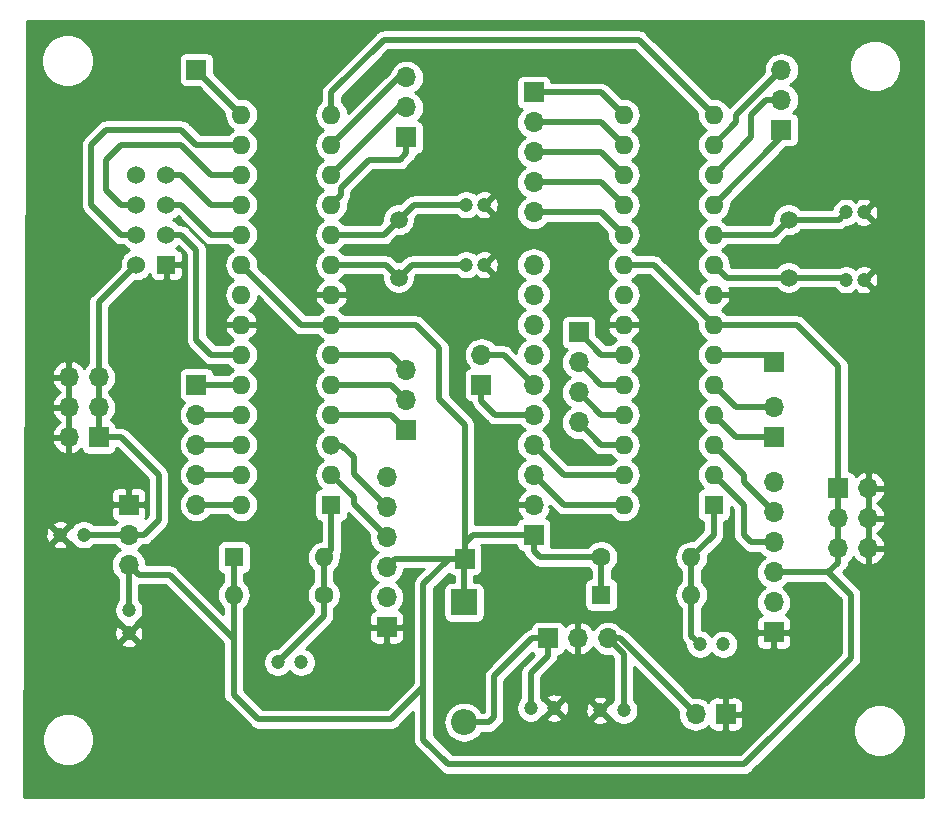
<source format=gbl>
G04 #@! TF.GenerationSoftware,KiCad,Pcbnew,(5.1.4)-1*
G04 #@! TF.CreationDate,2020-08-26T09:44:50+02:00*
G04 #@! TF.ProjectId,flight_controler,666c6967-6874-45f6-936f-6e74726f6c65,rev?*
G04 #@! TF.SameCoordinates,Original*
G04 #@! TF.FileFunction,Copper,L2,Bot*
G04 #@! TF.FilePolarity,Positive*
%FSLAX46Y46*%
G04 Gerber Fmt 4.6, Leading zero omitted, Abs format (unit mm)*
G04 Created by KiCad (PCBNEW (5.1.4)-1) date 2020-08-26 09:44:50*
%MOMM*%
%LPD*%
G04 APERTURE LIST*
%ADD10R,1.700000X1.700000*%
%ADD11O,2.200000X2.200000*%
%ADD12R,2.200000X2.200000*%
%ADD13C,1.500000*%
%ADD14O,1.700000X1.700000*%
%ADD15C,1.200000*%
%ADD16O,1.600000X1.600000*%
%ADD17R,1.600000X1.600000*%
%ADD18C,1.600000*%
%ADD19R,1.524000X1.524000*%
%ADD20C,1.524000*%
%ADD21C,0.500000*%
%ADD22C,0.254000*%
G04 APERTURE END LIST*
D10*
X201803000Y-121412000D03*
D11*
X201739500Y-135255000D03*
D12*
X201739500Y-125095000D03*
D13*
X196215000Y-92710000D03*
X196215000Y-97610000D03*
D10*
X211455000Y-102235000D03*
D14*
X211455000Y-104775000D03*
X211455000Y-107315000D03*
X211455000Y-109855000D03*
D15*
X201930000Y-91440000D03*
X203430000Y-91440000D03*
X203430000Y-96520000D03*
X201930000Y-96520000D03*
X234085000Y-92075000D03*
X235585000Y-92075000D03*
X235585000Y-97790000D03*
X234085000Y-97790000D03*
X185960000Y-130175000D03*
X187960000Y-130175000D03*
X223710500Y-128651000D03*
X221710500Y-128651000D03*
X169545000Y-119380000D03*
X167545000Y-119380000D03*
X173355000Y-127730000D03*
X173355000Y-125730000D03*
X207391000Y-134048500D03*
X209391000Y-134048500D03*
X213265000Y-134239000D03*
X215265000Y-134239000D03*
D16*
X189865000Y-121285000D03*
D17*
X182245000Y-121285000D03*
X213360000Y-124460000D03*
D16*
X220980000Y-124460000D03*
D10*
X196850000Y-110490000D03*
D14*
X196850000Y-107950000D03*
X196850000Y-105410000D03*
X196850000Y-80645000D03*
X196850000Y-83185000D03*
D10*
X196850000Y-85725000D03*
D14*
X179070000Y-116840000D03*
X179070000Y-114300000D03*
X179070000Y-111760000D03*
X179070000Y-109220000D03*
D10*
X179070000Y-106680000D03*
X207645000Y-81915000D03*
D14*
X207645000Y-84455000D03*
X207645000Y-86995000D03*
X207645000Y-89535000D03*
X207645000Y-92075000D03*
D10*
X228600000Y-85090000D03*
D14*
X228600000Y-82550000D03*
X228600000Y-80010000D03*
D10*
X227965000Y-104775000D03*
X227965000Y-111125000D03*
D14*
X227965000Y-108585000D03*
D10*
X179070000Y-80010000D03*
D14*
X221361000Y-134556500D03*
D10*
X223901000Y-134556500D03*
D14*
X168275000Y-106045000D03*
X170815000Y-106045000D03*
X168275000Y-108585000D03*
X170815000Y-108585000D03*
X168275000Y-111125000D03*
D10*
X170815000Y-111125000D03*
X233426000Y-115443000D03*
D14*
X235966000Y-115443000D03*
X233426000Y-117983000D03*
X235966000Y-117983000D03*
X233426000Y-120523000D03*
X235966000Y-120523000D03*
D10*
X203200000Y-106680000D03*
D14*
X203200000Y-104140000D03*
D10*
X195199000Y-127190500D03*
D14*
X195199000Y-124650500D03*
X195199000Y-122110500D03*
X195199000Y-119570500D03*
X195199000Y-117030500D03*
X195199000Y-114490500D03*
X227965000Y-114935000D03*
X227965000Y-117475000D03*
X227965000Y-120015000D03*
X227965000Y-122555000D03*
X227965000Y-125095000D03*
D10*
X227965000Y-127635000D03*
X207645000Y-119380000D03*
D14*
X207645000Y-116840000D03*
X207645000Y-114300000D03*
X207645000Y-111760000D03*
X207645000Y-109220000D03*
X207645000Y-106680000D03*
X207645000Y-104140000D03*
X207645000Y-101600000D03*
X207645000Y-99060000D03*
X207645000Y-96520000D03*
D18*
X189865000Y-124460000D03*
D16*
X182245000Y-124460000D03*
X220980000Y-121285000D03*
D18*
X213360000Y-121285000D03*
D10*
X173355000Y-116840000D03*
D14*
X173355000Y-119380000D03*
X173355000Y-121920000D03*
X213931500Y-128143000D03*
X211391500Y-128143000D03*
D10*
X208851500Y-128143000D03*
D17*
X222885000Y-116840000D03*
D16*
X215265000Y-83820000D03*
X222885000Y-114300000D03*
X215265000Y-86360000D03*
X222885000Y-111760000D03*
X215265000Y-88900000D03*
X222885000Y-109220000D03*
X215265000Y-91440000D03*
X222885000Y-106680000D03*
X215265000Y-93980000D03*
X222885000Y-104140000D03*
X215265000Y-96520000D03*
X222885000Y-101600000D03*
X215265000Y-99060000D03*
X222885000Y-99060000D03*
X215265000Y-101600000D03*
X222885000Y-96520000D03*
X215265000Y-104140000D03*
X222885000Y-93980000D03*
X215265000Y-106680000D03*
X222885000Y-91440000D03*
X215265000Y-109220000D03*
X222885000Y-88900000D03*
X215265000Y-111760000D03*
X222885000Y-86360000D03*
X215265000Y-114300000D03*
X222885000Y-83820000D03*
X215265000Y-116840000D03*
D19*
X176530000Y-96520000D03*
D20*
X173990000Y-96520000D03*
X176530000Y-93980000D03*
X173990000Y-93980000D03*
X176530000Y-91440000D03*
X173990000Y-91440000D03*
X176530000Y-88900000D03*
X173990000Y-88900000D03*
D16*
X182880000Y-116840000D03*
X190500000Y-83820000D03*
X182880000Y-114300000D03*
X190500000Y-86360000D03*
X182880000Y-111760000D03*
X190500000Y-88900000D03*
X182880000Y-109220000D03*
X190500000Y-91440000D03*
X182880000Y-106680000D03*
X190500000Y-93980000D03*
X182880000Y-104140000D03*
X190500000Y-96520000D03*
X182880000Y-101600000D03*
X190500000Y-99060000D03*
X182880000Y-99060000D03*
X190500000Y-101600000D03*
X182880000Y-96520000D03*
X190500000Y-104140000D03*
X182880000Y-93980000D03*
X190500000Y-106680000D03*
X182880000Y-91440000D03*
X190500000Y-109220000D03*
X182880000Y-88900000D03*
X190500000Y-111760000D03*
X182880000Y-86360000D03*
X190500000Y-114300000D03*
X182880000Y-83820000D03*
D17*
X190500000Y-116840000D03*
D13*
X229235000Y-97610000D03*
X229235000Y-92710000D03*
D21*
X194945000Y-93980000D02*
X196215000Y-92710000D01*
X190500000Y-93980000D02*
X194945000Y-93980000D01*
X197485000Y-91440000D02*
X201930000Y-91440000D01*
X196215000Y-92710000D02*
X197485000Y-91440000D01*
X195125000Y-96520000D02*
X196215000Y-97610000D01*
X190500000Y-96520000D02*
X195125000Y-96520000D01*
X197305000Y-96520000D02*
X201930000Y-96520000D01*
X196215000Y-97610000D02*
X197305000Y-96520000D01*
X227965000Y-93980000D02*
X229235000Y-92710000D01*
X222885000Y-93980000D02*
X227965000Y-93980000D01*
X233450000Y-92710000D02*
X234085000Y-92075000D01*
X229235000Y-92710000D02*
X233450000Y-92710000D01*
X223975000Y-97610000D02*
X229235000Y-97610000D01*
X222885000Y-96520000D02*
X223975000Y-97610000D01*
X233905000Y-97610000D02*
X234085000Y-97790000D01*
X229235000Y-97610000D02*
X233905000Y-97610000D01*
X190500000Y-120650000D02*
X189865000Y-121285000D01*
X190500000Y-116840000D02*
X190500000Y-120650000D01*
X189865000Y-121285000D02*
X189865000Y-124460000D01*
X189865000Y-126270000D02*
X185960000Y-130175000D01*
X189865000Y-124460000D02*
X189865000Y-126270000D01*
X222885000Y-119380000D02*
X220980000Y-121285000D01*
X222885000Y-116840000D02*
X222885000Y-119380000D01*
X220980000Y-121285000D02*
X220980000Y-124460000D01*
X220980000Y-127920500D02*
X221710500Y-128651000D01*
X220980000Y-124460000D02*
X220980000Y-127920500D01*
X169545000Y-119380000D02*
X173355000Y-119380000D01*
X172720000Y-111125000D02*
X170815000Y-111125000D01*
X175895000Y-114300000D02*
X172720000Y-111125000D01*
X175895000Y-118110000D02*
X175895000Y-114300000D01*
X173355000Y-119380000D02*
X174625000Y-119380000D01*
X174625000Y-119380000D02*
X175895000Y-118110000D01*
X170815000Y-111125000D02*
X170815000Y-108585000D01*
X170815000Y-108585000D02*
X170815000Y-106045000D01*
X170815000Y-99695000D02*
X173990000Y-96520000D01*
X170815000Y-106045000D02*
X170815000Y-99695000D01*
X187960000Y-101600000D02*
X190500000Y-101600000D01*
X182880000Y-96520000D02*
X187960000Y-101600000D01*
X213360000Y-124460000D02*
X213360000Y-121285000D01*
X173355000Y-125730000D02*
X173355000Y-121920000D01*
X201739500Y-121475500D02*
X201803000Y-121412000D01*
X201739500Y-125095000D02*
X201739500Y-121475500D01*
X206295000Y-119380000D02*
X207645000Y-119380000D01*
X202485000Y-119380000D02*
X206295000Y-119380000D01*
X201803000Y-120062000D02*
X202485000Y-119380000D01*
X201803000Y-121412000D02*
X201803000Y-120062000D01*
X213233000Y-121412000D02*
X213360000Y-121285000D01*
X197675500Y-101600000D02*
X190500000Y-101600000D01*
X199644000Y-103568500D02*
X197675500Y-101600000D01*
X199644000Y-107886500D02*
X199644000Y-103568500D01*
X201803000Y-120062000D02*
X201803000Y-110045500D01*
X201803000Y-110045500D02*
X199644000Y-107886500D01*
X195897500Y-121412000D02*
X195199000Y-122110500D01*
X201803000Y-121412000D02*
X195897500Y-121412000D01*
X182245000Y-124460000D02*
X182245000Y-121285000D01*
X176808499Y-122769999D02*
X182245000Y-128206500D01*
X174204999Y-122769999D02*
X176808499Y-122769999D01*
X173355000Y-121920000D02*
X174204999Y-122769999D01*
X182245000Y-124460000D02*
X182245000Y-128206500D01*
X201803000Y-121412000D02*
X200453000Y-121412000D01*
X198310500Y-132270500D02*
X195580000Y-135001000D01*
X200453000Y-121412000D02*
X198310500Y-123554500D01*
X195580000Y-135001000D02*
X184340500Y-135001000D01*
X182245000Y-132905500D02*
X182245000Y-128206500D01*
X184340500Y-135001000D02*
X182245000Y-132905500D01*
X198310500Y-132016500D02*
X198310500Y-132270500D01*
X198310500Y-123554500D02*
X198310500Y-132016500D01*
X232600500Y-122555000D02*
X227965000Y-122555000D01*
X198310500Y-132016500D02*
X198310500Y-136715500D01*
X198310500Y-136715500D02*
X200406000Y-138811000D01*
X234505500Y-124460000D02*
X232600500Y-122555000D01*
X233426000Y-120523000D02*
X233426000Y-117983000D01*
X233426000Y-117983000D02*
X233426000Y-115443000D01*
X232600500Y-122550581D02*
X232600500Y-122555000D01*
X233426000Y-121725081D02*
X232600500Y-122550581D01*
X233426000Y-120523000D02*
X233426000Y-121725081D01*
X229933500Y-101600000D02*
X222885000Y-101600000D01*
X233426000Y-115443000D02*
X233426000Y-105092500D01*
X233426000Y-105092500D02*
X229933500Y-101600000D01*
X207645000Y-120730000D02*
X207645000Y-119380000D01*
X208200000Y-121285000D02*
X207645000Y-120730000D01*
X213360000Y-121285000D02*
X208200000Y-121285000D01*
X217805000Y-96520000D02*
X215265000Y-96520000D01*
X222885000Y-101600000D02*
X217805000Y-96520000D01*
X200406000Y-138811000D02*
X225488500Y-138811000D01*
X234505500Y-129794000D02*
X234505500Y-124460000D01*
X225488500Y-138811000D02*
X234505500Y-129794000D01*
X214947500Y-128143000D02*
X213931500Y-128143000D01*
X221361000Y-134556500D02*
X214947500Y-128143000D01*
X215265000Y-129476500D02*
X213931500Y-128143000D01*
X215265000Y-134239000D02*
X215265000Y-129476500D01*
X195580000Y-109220000D02*
X196850000Y-110490000D01*
X190500000Y-109220000D02*
X195580000Y-109220000D01*
X195580000Y-106680000D02*
X196850000Y-107950000D01*
X190500000Y-106680000D02*
X195580000Y-106680000D01*
X195580000Y-104140000D02*
X196850000Y-105410000D01*
X190500000Y-104140000D02*
X195580000Y-104140000D01*
X196215000Y-80645000D02*
X196850000Y-80645000D01*
X190500000Y-86360000D02*
X196215000Y-80645000D01*
X196215000Y-83185000D02*
X196850000Y-83185000D01*
X190500000Y-88900000D02*
X196215000Y-83185000D01*
X191299999Y-90640001D02*
X191299999Y-90005001D01*
X190500000Y-91440000D02*
X191299999Y-90640001D01*
X191299999Y-90005001D02*
X193675000Y-87630000D01*
X196850000Y-87075000D02*
X196850000Y-85725000D01*
X196295000Y-87630000D02*
X196850000Y-87075000D01*
X193675000Y-87630000D02*
X196295000Y-87630000D01*
X182880000Y-116840000D02*
X179070000Y-116840000D01*
X182880000Y-114300000D02*
X179070000Y-114300000D01*
X182880000Y-111760000D02*
X179070000Y-111760000D01*
X182880000Y-109220000D02*
X179070000Y-109220000D01*
X182880000Y-106680000D02*
X179070000Y-106680000D01*
X213360000Y-81915000D02*
X207645000Y-81915000D01*
X215265000Y-83820000D02*
X213360000Y-81915000D01*
X213360000Y-84455000D02*
X207645000Y-84455000D01*
X215265000Y-86360000D02*
X213360000Y-84455000D01*
X213360000Y-86995000D02*
X207645000Y-86995000D01*
X215265000Y-88900000D02*
X213360000Y-86995000D01*
X213360000Y-89535000D02*
X207645000Y-89535000D01*
X215265000Y-91440000D02*
X213360000Y-89535000D01*
X213360000Y-92075000D02*
X207645000Y-92075000D01*
X215265000Y-93980000D02*
X213360000Y-92075000D01*
X213360000Y-104140000D02*
X211455000Y-102235000D01*
X215265000Y-104140000D02*
X213360000Y-104140000D01*
X213360000Y-106680000D02*
X211455000Y-104775000D01*
X215265000Y-106680000D02*
X213360000Y-106680000D01*
X213360000Y-109220000D02*
X211455000Y-107315000D01*
X215265000Y-109220000D02*
X213360000Y-109220000D01*
X213360000Y-111760000D02*
X211455000Y-109855000D01*
X215265000Y-111760000D02*
X213360000Y-111760000D01*
X228600000Y-85725000D02*
X228600000Y-85090000D01*
X222885000Y-91440000D02*
X228600000Y-85725000D01*
X227330000Y-82550000D02*
X228600000Y-82550000D01*
X226060000Y-83820000D02*
X227330000Y-82550000D01*
X222885000Y-88900000D02*
X226060000Y-85725000D01*
X226060000Y-85725000D02*
X226060000Y-83820000D01*
X224790000Y-83820000D02*
X228600000Y-80010000D01*
X222885000Y-86360000D02*
X224790000Y-84455000D01*
X224790000Y-84455000D02*
X224790000Y-83820000D01*
X227330000Y-104140000D02*
X227965000Y-104775000D01*
X222885000Y-104140000D02*
X227330000Y-104140000D01*
X224790000Y-111125000D02*
X227965000Y-111125000D01*
X222885000Y-109220000D02*
X224790000Y-111125000D01*
X224790000Y-108585000D02*
X227965000Y-108585000D01*
X222885000Y-106680000D02*
X224790000Y-108585000D01*
X182880000Y-83820000D02*
X179070000Y-80010000D01*
X203200000Y-108030000D02*
X203200000Y-106680000D01*
X204390000Y-109220000D02*
X203200000Y-108030000D01*
X207645000Y-109220000D02*
X204390000Y-109220000D01*
X205105000Y-104140000D02*
X203200000Y-104140000D01*
X207645000Y-106680000D02*
X205105000Y-104140000D01*
X192405000Y-116205000D02*
X190500000Y-114300000D01*
X195199000Y-119570500D02*
X192405000Y-116776500D01*
X192405000Y-116776500D02*
X192405000Y-116205000D01*
X190500000Y-112331500D02*
X190500000Y-111760000D01*
X190563500Y-111823500D02*
X190500000Y-111760000D01*
X191452500Y-111823500D02*
X190563500Y-111823500D01*
X192405000Y-112776000D02*
X191452500Y-111823500D01*
X195199000Y-117030500D02*
X192405000Y-114236500D01*
X192405000Y-114236500D02*
X192405000Y-112776000D01*
X225425000Y-114300000D02*
X222885000Y-111760000D01*
X227965000Y-117475000D02*
X225425000Y-114935000D01*
X225425000Y-114935000D02*
X225425000Y-114300000D01*
X226060000Y-120015000D02*
X227965000Y-120015000D01*
X225425000Y-119380000D02*
X226060000Y-120015000D01*
X222885000Y-114300000D02*
X225425000Y-116840000D01*
X225425000Y-116840000D02*
X225425000Y-119380000D01*
X210185000Y-116840000D02*
X207645000Y-114300000D01*
X215265000Y-116840000D02*
X210185000Y-116840000D01*
X210185000Y-114300000D02*
X207645000Y-111760000D01*
X215265000Y-114300000D02*
X210185000Y-114300000D01*
X190500000Y-81915000D02*
X190500000Y-83820000D01*
X194945000Y-77470000D02*
X190500000Y-81915000D01*
X222885000Y-83820000D02*
X216535000Y-77470000D01*
X216535000Y-77470000D02*
X194945000Y-77470000D01*
X182880000Y-104140000D02*
X180340000Y-104140000D01*
X180340000Y-104140000D02*
X179070000Y-102870000D01*
X179070000Y-102870000D02*
X179070000Y-95250000D01*
X177800000Y-93980000D02*
X176530000Y-93980000D01*
X179070000Y-95250000D02*
X177800000Y-93980000D01*
X172720000Y-93980000D02*
X173990000Y-93980000D01*
X179070000Y-86360000D02*
X177800000Y-85090000D01*
X182880000Y-86360000D02*
X179070000Y-86360000D01*
X177800000Y-85090000D02*
X171450000Y-85090000D01*
X171450000Y-85090000D02*
X170180000Y-86360000D01*
X170180000Y-86360000D02*
X170180000Y-91440000D01*
X170180000Y-91440000D02*
X172720000Y-93980000D01*
X182880000Y-93980000D02*
X180340000Y-93980000D01*
X177800000Y-91440000D02*
X176530000Y-91440000D01*
X180340000Y-93980000D02*
X177800000Y-91440000D01*
X172720000Y-91440000D02*
X173990000Y-91440000D01*
X180340000Y-88900000D02*
X177800000Y-86360000D01*
X182880000Y-88900000D02*
X180340000Y-88900000D01*
X177800000Y-86360000D02*
X172720000Y-86360000D01*
X171450000Y-87630000D02*
X171450000Y-90170000D01*
X172720000Y-86360000D02*
X171450000Y-87630000D01*
X171450000Y-90170000D02*
X172720000Y-91440000D01*
X182880000Y-91440000D02*
X180340000Y-91440000D01*
X177800000Y-88900000D02*
X176530000Y-88900000D01*
X180340000Y-91440000D02*
X177800000Y-88900000D01*
X208851500Y-129603500D02*
X208851500Y-128143000D01*
X207391000Y-134048500D02*
X207391000Y-131064000D01*
X207391000Y-131064000D02*
X208851500Y-129603500D01*
X203835000Y-135255000D02*
X201739500Y-135255000D01*
X204279500Y-134810500D02*
X203835000Y-135255000D01*
X204279500Y-131365000D02*
X204279500Y-134810500D01*
X208851500Y-128143000D02*
X207501500Y-128143000D01*
X207501500Y-128143000D02*
X204279500Y-131365000D01*
D22*
G36*
X240640000Y-141580000D02*
G01*
X164492504Y-141580000D01*
X164511763Y-136495372D01*
X165976500Y-136495372D01*
X165976500Y-136935628D01*
X166062390Y-137367425D01*
X166230869Y-137774169D01*
X166475462Y-138140229D01*
X166786771Y-138451538D01*
X167152831Y-138696131D01*
X167559575Y-138864610D01*
X167991372Y-138950500D01*
X168431628Y-138950500D01*
X168863425Y-138864610D01*
X169270169Y-138696131D01*
X169636229Y-138451538D01*
X169947538Y-138140229D01*
X170192131Y-137774169D01*
X170360610Y-137367425D01*
X170446500Y-136935628D01*
X170446500Y-136495372D01*
X170360610Y-136063575D01*
X170192131Y-135656831D01*
X169947538Y-135290771D01*
X169636229Y-134979462D01*
X169270169Y-134734869D01*
X168863425Y-134566390D01*
X168431628Y-134480500D01*
X167991372Y-134480500D01*
X167559575Y-134566390D01*
X167152831Y-134734869D01*
X166786771Y-134979462D01*
X166475462Y-135290771D01*
X166230869Y-135656831D01*
X166062390Y-136063575D01*
X165976500Y-136495372D01*
X164511763Y-136495372D01*
X164541745Y-128579764D01*
X172684841Y-128579764D01*
X172732148Y-128803348D01*
X172953516Y-128904237D01*
X173190313Y-128960000D01*
X173433438Y-128968495D01*
X173673549Y-128929395D01*
X173901418Y-128844202D01*
X173977852Y-128803348D01*
X174025159Y-128579764D01*
X173355000Y-127909605D01*
X172684841Y-128579764D01*
X164541745Y-128579764D01*
X164544667Y-127808438D01*
X172116505Y-127808438D01*
X172155605Y-128048549D01*
X172240798Y-128276418D01*
X172281652Y-128352852D01*
X172505236Y-128400159D01*
X173175395Y-127730000D01*
X173534605Y-127730000D01*
X174204764Y-128400159D01*
X174428348Y-128352852D01*
X174529237Y-128131484D01*
X174585000Y-127894687D01*
X174593495Y-127651562D01*
X174554395Y-127411451D01*
X174469202Y-127183582D01*
X174428348Y-127107148D01*
X174204764Y-127059841D01*
X173534605Y-127730000D01*
X173175395Y-127730000D01*
X172505236Y-127059841D01*
X172281652Y-127107148D01*
X172180763Y-127328516D01*
X172125000Y-127565313D01*
X172116505Y-127808438D01*
X164544667Y-127808438D01*
X164573375Y-120229764D01*
X166874841Y-120229764D01*
X166922148Y-120453348D01*
X167143516Y-120554237D01*
X167380313Y-120610000D01*
X167623438Y-120618495D01*
X167863549Y-120579395D01*
X168091418Y-120494202D01*
X168167852Y-120453348D01*
X168215159Y-120229764D01*
X167545000Y-119559605D01*
X166874841Y-120229764D01*
X164573375Y-120229764D01*
X164576297Y-119458438D01*
X166306505Y-119458438D01*
X166345605Y-119698549D01*
X166430798Y-119926418D01*
X166471652Y-120002852D01*
X166695236Y-120050159D01*
X167365395Y-119380000D01*
X167724605Y-119380000D01*
X168394764Y-120050159D01*
X168493504Y-120029267D01*
X168585713Y-120167267D01*
X168757733Y-120339287D01*
X168960008Y-120474443D01*
X169184764Y-120567540D01*
X169423363Y-120615000D01*
X169666637Y-120615000D01*
X169905236Y-120567540D01*
X170129992Y-120474443D01*
X170332267Y-120339287D01*
X170406554Y-120265000D01*
X172160241Y-120265000D01*
X172299866Y-120435134D01*
X172525986Y-120620706D01*
X172580791Y-120650000D01*
X172525986Y-120679294D01*
X172299866Y-120864866D01*
X172114294Y-121090986D01*
X171976401Y-121348966D01*
X171891487Y-121628889D01*
X171862815Y-121920000D01*
X171891487Y-122211111D01*
X171976401Y-122491034D01*
X172114294Y-122749014D01*
X172299866Y-122975134D01*
X172470001Y-123114760D01*
X172470000Y-124868446D01*
X172395713Y-124942733D01*
X172260557Y-125145008D01*
X172167460Y-125369764D01*
X172120000Y-125608363D01*
X172120000Y-125851637D01*
X172167460Y-126090236D01*
X172260557Y-126314992D01*
X172395713Y-126517267D01*
X172567733Y-126689287D01*
X172705733Y-126781496D01*
X172684841Y-126880236D01*
X173355000Y-127550395D01*
X174025159Y-126880236D01*
X174004267Y-126781496D01*
X174142267Y-126689287D01*
X174314287Y-126517267D01*
X174449443Y-126314992D01*
X174542540Y-126090236D01*
X174590000Y-125851637D01*
X174590000Y-125608363D01*
X174542540Y-125369764D01*
X174449443Y-125145008D01*
X174314287Y-124942733D01*
X174240000Y-124868446D01*
X174240000Y-123655833D01*
X174248464Y-123654999D01*
X176441921Y-123654999D01*
X181360001Y-128573080D01*
X181360000Y-132862031D01*
X181355719Y-132905500D01*
X181360000Y-132948969D01*
X181360000Y-132948976D01*
X181372805Y-133078989D01*
X181423411Y-133245812D01*
X181505589Y-133399558D01*
X181616183Y-133534317D01*
X181649956Y-133562034D01*
X183683970Y-135596049D01*
X183711683Y-135629817D01*
X183745451Y-135657530D01*
X183745453Y-135657532D01*
X183846441Y-135740411D01*
X184000186Y-135822589D01*
X184068477Y-135843305D01*
X184167010Y-135873195D01*
X184297023Y-135886000D01*
X184297031Y-135886000D01*
X184340500Y-135890281D01*
X184383969Y-135886000D01*
X195536531Y-135886000D01*
X195580000Y-135890281D01*
X195623469Y-135886000D01*
X195623477Y-135886000D01*
X195753490Y-135873195D01*
X195920313Y-135822589D01*
X196074059Y-135740411D01*
X196208817Y-135629817D01*
X196236534Y-135596044D01*
X197425501Y-134407078D01*
X197425501Y-136672021D01*
X197421219Y-136715500D01*
X197438305Y-136888990D01*
X197488912Y-137055813D01*
X197571090Y-137209559D01*
X197653968Y-137310546D01*
X197653971Y-137310549D01*
X197681684Y-137344317D01*
X197715451Y-137372029D01*
X199749470Y-139406049D01*
X199777183Y-139439817D01*
X199810951Y-139467530D01*
X199810953Y-139467532D01*
X199911941Y-139550411D01*
X200065686Y-139632589D01*
X200232510Y-139683195D01*
X200362523Y-139696000D01*
X200362531Y-139696000D01*
X200406000Y-139700281D01*
X200449469Y-139696000D01*
X225445031Y-139696000D01*
X225488500Y-139700281D01*
X225531969Y-139696000D01*
X225531977Y-139696000D01*
X225661990Y-139683195D01*
X225828813Y-139632589D01*
X225982559Y-139550411D01*
X226117317Y-139439817D01*
X226145034Y-139406044D01*
X229817706Y-135733372D01*
X234683500Y-135733372D01*
X234683500Y-136173628D01*
X234769390Y-136605425D01*
X234937869Y-137012169D01*
X235182462Y-137378229D01*
X235493771Y-137689538D01*
X235859831Y-137934131D01*
X236266575Y-138102610D01*
X236698372Y-138188500D01*
X237138628Y-138188500D01*
X237570425Y-138102610D01*
X237977169Y-137934131D01*
X238343229Y-137689538D01*
X238654538Y-137378229D01*
X238899131Y-137012169D01*
X239067610Y-136605425D01*
X239153500Y-136173628D01*
X239153500Y-135733372D01*
X239067610Y-135301575D01*
X238899131Y-134894831D01*
X238654538Y-134528771D01*
X238343229Y-134217462D01*
X237977169Y-133972869D01*
X237570425Y-133804390D01*
X237138628Y-133718500D01*
X236698372Y-133718500D01*
X236266575Y-133804390D01*
X235859831Y-133972869D01*
X235493771Y-134217462D01*
X235182462Y-134528771D01*
X234937869Y-134894831D01*
X234769390Y-135301575D01*
X234683500Y-135733372D01*
X229817706Y-135733372D01*
X235100551Y-130450528D01*
X235134317Y-130422817D01*
X235244911Y-130288059D01*
X235269310Y-130242411D01*
X235327089Y-130134314D01*
X235377695Y-129967490D01*
X235380027Y-129943812D01*
X235390500Y-129837477D01*
X235390500Y-129837469D01*
X235394781Y-129794000D01*
X235390500Y-129750531D01*
X235390500Y-124503469D01*
X235394781Y-124460000D01*
X235390500Y-124416531D01*
X235390500Y-124416523D01*
X235377695Y-124286510D01*
X235327089Y-124119687D01*
X235244911Y-123965941D01*
X235162032Y-123864953D01*
X235162030Y-123864951D01*
X235134317Y-123831183D01*
X235100549Y-123803470D01*
X233849869Y-122552791D01*
X234021049Y-122381611D01*
X234054817Y-122353898D01*
X234097999Y-122301282D01*
X234165410Y-122219141D01*
X234165411Y-122219140D01*
X234247589Y-122065394D01*
X234298195Y-121898571D01*
X234311000Y-121768558D01*
X234311000Y-121768548D01*
X234315281Y-121725082D01*
X234314294Y-121715056D01*
X234481134Y-121578134D01*
X234666706Y-121352014D01*
X234697584Y-121294244D01*
X234868412Y-121523269D01*
X235084645Y-121718178D01*
X235334748Y-121867157D01*
X235609109Y-121964481D01*
X235839000Y-121843814D01*
X235839000Y-120650000D01*
X236093000Y-120650000D01*
X236093000Y-121843814D01*
X236322891Y-121964481D01*
X236597252Y-121867157D01*
X236847355Y-121718178D01*
X237063588Y-121523269D01*
X237237641Y-121289920D01*
X237362825Y-121027099D01*
X237407476Y-120879890D01*
X237286155Y-120650000D01*
X236093000Y-120650000D01*
X235839000Y-120650000D01*
X235819000Y-120650000D01*
X235819000Y-120396000D01*
X235839000Y-120396000D01*
X235839000Y-118110000D01*
X236093000Y-118110000D01*
X236093000Y-120396000D01*
X237286155Y-120396000D01*
X237407476Y-120166110D01*
X237362825Y-120018901D01*
X237237641Y-119756080D01*
X237063588Y-119522731D01*
X236847355Y-119327822D01*
X236721745Y-119253000D01*
X236847355Y-119178178D01*
X237063588Y-118983269D01*
X237237641Y-118749920D01*
X237362825Y-118487099D01*
X237407476Y-118339890D01*
X237286155Y-118110000D01*
X236093000Y-118110000D01*
X235839000Y-118110000D01*
X235819000Y-118110000D01*
X235819000Y-117856000D01*
X235839000Y-117856000D01*
X235839000Y-115570000D01*
X236093000Y-115570000D01*
X236093000Y-117856000D01*
X237286155Y-117856000D01*
X237407476Y-117626110D01*
X237362825Y-117478901D01*
X237237641Y-117216080D01*
X237063588Y-116982731D01*
X236847355Y-116787822D01*
X236721745Y-116713000D01*
X236847355Y-116638178D01*
X237063588Y-116443269D01*
X237237641Y-116209920D01*
X237362825Y-115947099D01*
X237407476Y-115799890D01*
X237286155Y-115570000D01*
X236093000Y-115570000D01*
X235839000Y-115570000D01*
X235819000Y-115570000D01*
X235819000Y-115316000D01*
X235839000Y-115316000D01*
X235839000Y-114122186D01*
X236093000Y-114122186D01*
X236093000Y-115316000D01*
X237286155Y-115316000D01*
X237407476Y-115086110D01*
X237362825Y-114938901D01*
X237237641Y-114676080D01*
X237063588Y-114442731D01*
X236847355Y-114247822D01*
X236597252Y-114098843D01*
X236322891Y-114001519D01*
X236093000Y-114122186D01*
X235839000Y-114122186D01*
X235609109Y-114001519D01*
X235334748Y-114098843D01*
X235084645Y-114247822D01*
X234888498Y-114424626D01*
X234865502Y-114348820D01*
X234806537Y-114238506D01*
X234727185Y-114141815D01*
X234630494Y-114062463D01*
X234520180Y-114003498D01*
X234400482Y-113967188D01*
X234311000Y-113958375D01*
X234311000Y-105135969D01*
X234315281Y-105092500D01*
X234311000Y-105049031D01*
X234311000Y-105049023D01*
X234298195Y-104919010D01*
X234247589Y-104752187D01*
X234165411Y-104598441D01*
X234054817Y-104463683D01*
X234021049Y-104435970D01*
X230590034Y-101004956D01*
X230562317Y-100971183D01*
X230427559Y-100860589D01*
X230273813Y-100778411D01*
X230106990Y-100727805D01*
X229976977Y-100715000D01*
X229976969Y-100715000D01*
X229933500Y-100710719D01*
X229890031Y-100715000D01*
X224015078Y-100715000D01*
X223904608Y-100580392D01*
X223686101Y-100401068D01*
X223548318Y-100327421D01*
X223740131Y-100212385D01*
X223948519Y-100023414D01*
X224116037Y-99797420D01*
X224236246Y-99543087D01*
X224276904Y-99409039D01*
X224154915Y-99187000D01*
X223012000Y-99187000D01*
X223012000Y-99207000D01*
X222758000Y-99207000D01*
X222758000Y-99187000D01*
X222738000Y-99187000D01*
X222738000Y-98933000D01*
X222758000Y-98933000D01*
X222758000Y-98913000D01*
X223012000Y-98913000D01*
X223012000Y-98933000D01*
X224154915Y-98933000D01*
X224276904Y-98710961D01*
X224236246Y-98576913D01*
X224197530Y-98495000D01*
X228161315Y-98495000D01*
X228352114Y-98685799D01*
X228578957Y-98837371D01*
X228831011Y-98941775D01*
X229098589Y-98995000D01*
X229371411Y-98995000D01*
X229638989Y-98941775D01*
X229891043Y-98837371D01*
X230117886Y-98685799D01*
X230308685Y-98495000D01*
X233070744Y-98495000D01*
X233125713Y-98577267D01*
X233297733Y-98749287D01*
X233500008Y-98884443D01*
X233724764Y-98977540D01*
X233963363Y-99025000D01*
X234206637Y-99025000D01*
X234445236Y-98977540D01*
X234669992Y-98884443D01*
X234872267Y-98749287D01*
X234926533Y-98695021D01*
X234962148Y-98863348D01*
X235183516Y-98964237D01*
X235420313Y-99020000D01*
X235663438Y-99028495D01*
X235903549Y-98989395D01*
X236131418Y-98904202D01*
X236207852Y-98863348D01*
X236255159Y-98639764D01*
X235585000Y-97969605D01*
X235570858Y-97983748D01*
X235391253Y-97804143D01*
X235405395Y-97790000D01*
X235764605Y-97790000D01*
X236434764Y-98460159D01*
X236658348Y-98412852D01*
X236759237Y-98191484D01*
X236815000Y-97954687D01*
X236823495Y-97711562D01*
X236784395Y-97471451D01*
X236699202Y-97243582D01*
X236658348Y-97167148D01*
X236434764Y-97119841D01*
X235764605Y-97790000D01*
X235405395Y-97790000D01*
X235391253Y-97775858D01*
X235570858Y-97596253D01*
X235585000Y-97610395D01*
X236255159Y-96940236D01*
X236207852Y-96716652D01*
X235986484Y-96615763D01*
X235749687Y-96560000D01*
X235506562Y-96551505D01*
X235266451Y-96590605D01*
X235038582Y-96675798D01*
X234962148Y-96716652D01*
X234926533Y-96884979D01*
X234872267Y-96830713D01*
X234669992Y-96695557D01*
X234445236Y-96602460D01*
X234206637Y-96555000D01*
X233963363Y-96555000D01*
X233724764Y-96602460D01*
X233500008Y-96695557D01*
X233455943Y-96725000D01*
X230308685Y-96725000D01*
X230117886Y-96534201D01*
X229891043Y-96382629D01*
X229638989Y-96278225D01*
X229371411Y-96225000D01*
X229098589Y-96225000D01*
X228831011Y-96278225D01*
X228578957Y-96382629D01*
X228352114Y-96534201D01*
X228161315Y-96725000D01*
X224341579Y-96725000D01*
X224309875Y-96693296D01*
X224326943Y-96520000D01*
X224299236Y-96238691D01*
X224217182Y-95968192D01*
X224083932Y-95718899D01*
X223904608Y-95500392D01*
X223686101Y-95321068D01*
X223553142Y-95250000D01*
X223686101Y-95178932D01*
X223904608Y-94999608D01*
X224015078Y-94865000D01*
X227921531Y-94865000D01*
X227965000Y-94869281D01*
X228008469Y-94865000D01*
X228008477Y-94865000D01*
X228138490Y-94852195D01*
X228305313Y-94801589D01*
X228459059Y-94719411D01*
X228593817Y-94608817D01*
X228621534Y-94575044D01*
X229101578Y-94095000D01*
X229371411Y-94095000D01*
X229638989Y-94041775D01*
X229891043Y-93937371D01*
X230117886Y-93785799D01*
X230308685Y-93595000D01*
X233406531Y-93595000D01*
X233450000Y-93599281D01*
X233493469Y-93595000D01*
X233493477Y-93595000D01*
X233623490Y-93582195D01*
X233790313Y-93531589D01*
X233944059Y-93449411D01*
X234078817Y-93338817D01*
X234102467Y-93310000D01*
X234206637Y-93310000D01*
X234445236Y-93262540D01*
X234669992Y-93169443D01*
X234872267Y-93034287D01*
X234926533Y-92980021D01*
X234962148Y-93148348D01*
X235183516Y-93249237D01*
X235420313Y-93305000D01*
X235663438Y-93313495D01*
X235903549Y-93274395D01*
X236131418Y-93189202D01*
X236207852Y-93148348D01*
X236255159Y-92924764D01*
X235585000Y-92254605D01*
X235570858Y-92268748D01*
X235391253Y-92089143D01*
X235405395Y-92075000D01*
X235764605Y-92075000D01*
X236434764Y-92745159D01*
X236658348Y-92697852D01*
X236759237Y-92476484D01*
X236815000Y-92239687D01*
X236823495Y-91996562D01*
X236784395Y-91756451D01*
X236699202Y-91528582D01*
X236658348Y-91452148D01*
X236434764Y-91404841D01*
X235764605Y-92075000D01*
X235405395Y-92075000D01*
X235391253Y-92060858D01*
X235570858Y-91881253D01*
X235585000Y-91895395D01*
X236255159Y-91225236D01*
X236207852Y-91001652D01*
X235986484Y-90900763D01*
X235749687Y-90845000D01*
X235506562Y-90836505D01*
X235266451Y-90875605D01*
X235038582Y-90960798D01*
X234962148Y-91001652D01*
X234926533Y-91169979D01*
X234872267Y-91115713D01*
X234669992Y-90980557D01*
X234445236Y-90887460D01*
X234206637Y-90840000D01*
X233963363Y-90840000D01*
X233724764Y-90887460D01*
X233500008Y-90980557D01*
X233297733Y-91115713D01*
X233125713Y-91287733D01*
X232990557Y-91490008D01*
X232897460Y-91714764D01*
X232875533Y-91825000D01*
X230308685Y-91825000D01*
X230117886Y-91634201D01*
X229891043Y-91482629D01*
X229638989Y-91378225D01*
X229371411Y-91325000D01*
X229098589Y-91325000D01*
X228831011Y-91378225D01*
X228578957Y-91482629D01*
X228352114Y-91634201D01*
X228159201Y-91827114D01*
X228007629Y-92053957D01*
X227903225Y-92306011D01*
X227850000Y-92573589D01*
X227850000Y-92843422D01*
X227598422Y-93095000D01*
X224015078Y-93095000D01*
X223904608Y-92960392D01*
X223686101Y-92781068D01*
X223553142Y-92710000D01*
X223686101Y-92638932D01*
X223904608Y-92459608D01*
X224083932Y-92241101D01*
X224217182Y-91991808D01*
X224299236Y-91721309D01*
X224326943Y-91440000D01*
X224309875Y-91266704D01*
X228998507Y-86578072D01*
X229450000Y-86578072D01*
X229574482Y-86565812D01*
X229694180Y-86529502D01*
X229804494Y-86470537D01*
X229901185Y-86391185D01*
X229980537Y-86294494D01*
X230039502Y-86184180D01*
X230075812Y-86064482D01*
X230088072Y-85940000D01*
X230088072Y-84240000D01*
X230075812Y-84115518D01*
X230039502Y-83995820D01*
X229980537Y-83885506D01*
X229901185Y-83788815D01*
X229804494Y-83709463D01*
X229694180Y-83650498D01*
X229625313Y-83629607D01*
X229655134Y-83605134D01*
X229840706Y-83379014D01*
X229978599Y-83121034D01*
X230063513Y-82841111D01*
X230092185Y-82550000D01*
X230063513Y-82258889D01*
X229978599Y-81978966D01*
X229840706Y-81720986D01*
X229655134Y-81494866D01*
X229429014Y-81309294D01*
X229374209Y-81280000D01*
X229429014Y-81250706D01*
X229655134Y-81065134D01*
X229840706Y-80839014D01*
X229978599Y-80581034D01*
X230063513Y-80301111D01*
X230092185Y-80010000D01*
X230063513Y-79718889D01*
X229988733Y-79472372D01*
X234302500Y-79472372D01*
X234302500Y-79912628D01*
X234388390Y-80344425D01*
X234556869Y-80751169D01*
X234801462Y-81117229D01*
X235112771Y-81428538D01*
X235478831Y-81673131D01*
X235885575Y-81841610D01*
X236317372Y-81927500D01*
X236757628Y-81927500D01*
X237189425Y-81841610D01*
X237596169Y-81673131D01*
X237962229Y-81428538D01*
X238273538Y-81117229D01*
X238518131Y-80751169D01*
X238686610Y-80344425D01*
X238772500Y-79912628D01*
X238772500Y-79472372D01*
X238686610Y-79040575D01*
X238518131Y-78633831D01*
X238273538Y-78267771D01*
X237962229Y-77956462D01*
X237596169Y-77711869D01*
X237189425Y-77543390D01*
X236757628Y-77457500D01*
X236317372Y-77457500D01*
X235885575Y-77543390D01*
X235478831Y-77711869D01*
X235112771Y-77956462D01*
X234801462Y-78267771D01*
X234556869Y-78633831D01*
X234388390Y-79040575D01*
X234302500Y-79472372D01*
X229988733Y-79472372D01*
X229978599Y-79438966D01*
X229840706Y-79180986D01*
X229655134Y-78954866D01*
X229429014Y-78769294D01*
X229171034Y-78631401D01*
X228891111Y-78546487D01*
X228672950Y-78525000D01*
X228527050Y-78525000D01*
X228308889Y-78546487D01*
X228028966Y-78631401D01*
X227770986Y-78769294D01*
X227544866Y-78954866D01*
X227359294Y-79180986D01*
X227221401Y-79438966D01*
X227136487Y-79718889D01*
X227107815Y-80010000D01*
X227129388Y-80229033D01*
X224194951Y-83163470D01*
X224171496Y-83182720D01*
X224083932Y-83018899D01*
X223904608Y-82800392D01*
X223686101Y-82621068D01*
X223436808Y-82487818D01*
X223166309Y-82405764D01*
X222955492Y-82385000D01*
X222814508Y-82385000D01*
X222711704Y-82395125D01*
X217191534Y-76874956D01*
X217163817Y-76841183D01*
X217029059Y-76730589D01*
X216875313Y-76648411D01*
X216708490Y-76597805D01*
X216578477Y-76585000D01*
X216578469Y-76585000D01*
X216535000Y-76580719D01*
X216491531Y-76585000D01*
X194988465Y-76585000D01*
X194944999Y-76580719D01*
X194901533Y-76585000D01*
X194901523Y-76585000D01*
X194771510Y-76597805D01*
X194604687Y-76648411D01*
X194450941Y-76730589D01*
X194450939Y-76730590D01*
X194450940Y-76730590D01*
X194349953Y-76813468D01*
X194349951Y-76813470D01*
X194316183Y-76841183D01*
X194288470Y-76874951D01*
X189904956Y-81258466D01*
X189871183Y-81286183D01*
X189760589Y-81420942D01*
X189678411Y-81574688D01*
X189651015Y-81665000D01*
X189631779Y-81728412D01*
X189627805Y-81741511D01*
X189615000Y-81871524D01*
X189615000Y-81871531D01*
X189610719Y-81915000D01*
X189615000Y-81958469D01*
X189615000Y-82689922D01*
X189480392Y-82800392D01*
X189301068Y-83018899D01*
X189167818Y-83268192D01*
X189085764Y-83538691D01*
X189058057Y-83820000D01*
X189085764Y-84101309D01*
X189167818Y-84371808D01*
X189301068Y-84621101D01*
X189480392Y-84839608D01*
X189698899Y-85018932D01*
X189831858Y-85090000D01*
X189698899Y-85161068D01*
X189480392Y-85340392D01*
X189301068Y-85558899D01*
X189167818Y-85808192D01*
X189085764Y-86078691D01*
X189058057Y-86360000D01*
X189085764Y-86641309D01*
X189167818Y-86911808D01*
X189301068Y-87161101D01*
X189480392Y-87379608D01*
X189698899Y-87558932D01*
X189831858Y-87630000D01*
X189698899Y-87701068D01*
X189480392Y-87880392D01*
X189301068Y-88098899D01*
X189167818Y-88348192D01*
X189085764Y-88618691D01*
X189058057Y-88900000D01*
X189085764Y-89181309D01*
X189167818Y-89451808D01*
X189301068Y-89701101D01*
X189480392Y-89919608D01*
X189698899Y-90098932D01*
X189831858Y-90170000D01*
X189698899Y-90241068D01*
X189480392Y-90420392D01*
X189301068Y-90638899D01*
X189167818Y-90888192D01*
X189085764Y-91158691D01*
X189058057Y-91440000D01*
X189085764Y-91721309D01*
X189167818Y-91991808D01*
X189301068Y-92241101D01*
X189480392Y-92459608D01*
X189698899Y-92638932D01*
X189831858Y-92710000D01*
X189698899Y-92781068D01*
X189480392Y-92960392D01*
X189301068Y-93178899D01*
X189167818Y-93428192D01*
X189085764Y-93698691D01*
X189058057Y-93980000D01*
X189085764Y-94261309D01*
X189167818Y-94531808D01*
X189301068Y-94781101D01*
X189480392Y-94999608D01*
X189698899Y-95178932D01*
X189831858Y-95250000D01*
X189698899Y-95321068D01*
X189480392Y-95500392D01*
X189301068Y-95718899D01*
X189167818Y-95968192D01*
X189085764Y-96238691D01*
X189058057Y-96520000D01*
X189085764Y-96801309D01*
X189167818Y-97071808D01*
X189301068Y-97321101D01*
X189480392Y-97539608D01*
X189698899Y-97718932D01*
X189836682Y-97792579D01*
X189644869Y-97907615D01*
X189436481Y-98096586D01*
X189268963Y-98322580D01*
X189148754Y-98576913D01*
X189108096Y-98710961D01*
X189230085Y-98933000D01*
X190373000Y-98933000D01*
X190373000Y-98913000D01*
X190627000Y-98913000D01*
X190627000Y-98933000D01*
X191769915Y-98933000D01*
X191891904Y-98710961D01*
X191851246Y-98576913D01*
X191731037Y-98322580D01*
X191563519Y-98096586D01*
X191355131Y-97907615D01*
X191163318Y-97792579D01*
X191301101Y-97718932D01*
X191519608Y-97539608D01*
X191630078Y-97405000D01*
X194758422Y-97405000D01*
X194830000Y-97476578D01*
X194830000Y-97746411D01*
X194883225Y-98013989D01*
X194987629Y-98266043D01*
X195139201Y-98492886D01*
X195332114Y-98685799D01*
X195558957Y-98837371D01*
X195811011Y-98941775D01*
X196078589Y-98995000D01*
X196351411Y-98995000D01*
X196618989Y-98941775D01*
X196871043Y-98837371D01*
X197097886Y-98685799D01*
X197290799Y-98492886D01*
X197442371Y-98266043D01*
X197546775Y-98013989D01*
X197600000Y-97746411D01*
X197600000Y-97476579D01*
X197671579Y-97405000D01*
X201068446Y-97405000D01*
X201142733Y-97479287D01*
X201345008Y-97614443D01*
X201569764Y-97707540D01*
X201808363Y-97755000D01*
X202051637Y-97755000D01*
X202290236Y-97707540D01*
X202514992Y-97614443D01*
X202717267Y-97479287D01*
X202771533Y-97425021D01*
X202807148Y-97593348D01*
X203028516Y-97694237D01*
X203265313Y-97750000D01*
X203508438Y-97758495D01*
X203748549Y-97719395D01*
X203976418Y-97634202D01*
X204052852Y-97593348D01*
X204100159Y-97369764D01*
X203430000Y-96699605D01*
X203415858Y-96713748D01*
X203236253Y-96534143D01*
X203250395Y-96520000D01*
X203609605Y-96520000D01*
X204279764Y-97190159D01*
X204503348Y-97142852D01*
X204604237Y-96921484D01*
X204660000Y-96684687D01*
X204668495Y-96441562D01*
X204629395Y-96201451D01*
X204544202Y-95973582D01*
X204503348Y-95897148D01*
X204279764Y-95849841D01*
X203609605Y-96520000D01*
X203250395Y-96520000D01*
X203236253Y-96505858D01*
X203415858Y-96326253D01*
X203430000Y-96340395D01*
X204100159Y-95670236D01*
X204052852Y-95446652D01*
X203831484Y-95345763D01*
X203594687Y-95290000D01*
X203351562Y-95281505D01*
X203111451Y-95320605D01*
X202883582Y-95405798D01*
X202807148Y-95446652D01*
X202771533Y-95614979D01*
X202717267Y-95560713D01*
X202514992Y-95425557D01*
X202290236Y-95332460D01*
X202051637Y-95285000D01*
X201808363Y-95285000D01*
X201569764Y-95332460D01*
X201345008Y-95425557D01*
X201142733Y-95560713D01*
X201068446Y-95635000D01*
X197348469Y-95635000D01*
X197305000Y-95630719D01*
X197261531Y-95635000D01*
X197261523Y-95635000D01*
X197131510Y-95647805D01*
X196964687Y-95698411D01*
X196853203Y-95758000D01*
X196810941Y-95780589D01*
X196709953Y-95863468D01*
X196709951Y-95863470D01*
X196676183Y-95891183D01*
X196648470Y-95924951D01*
X196348421Y-96225000D01*
X196081578Y-96225000D01*
X195781534Y-95924956D01*
X195753817Y-95891183D01*
X195619059Y-95780589D01*
X195465313Y-95698411D01*
X195298490Y-95647805D01*
X195168477Y-95635000D01*
X195168469Y-95635000D01*
X195125000Y-95630719D01*
X195081531Y-95635000D01*
X191630078Y-95635000D01*
X191519608Y-95500392D01*
X191301101Y-95321068D01*
X191168142Y-95250000D01*
X191301101Y-95178932D01*
X191519608Y-94999608D01*
X191630078Y-94865000D01*
X194901531Y-94865000D01*
X194945000Y-94869281D01*
X194988469Y-94865000D01*
X194988477Y-94865000D01*
X195118490Y-94852195D01*
X195285313Y-94801589D01*
X195439059Y-94719411D01*
X195573817Y-94608817D01*
X195601534Y-94575044D01*
X196081578Y-94095000D01*
X196351411Y-94095000D01*
X196618989Y-94041775D01*
X196871043Y-93937371D01*
X197097886Y-93785799D01*
X197290799Y-93592886D01*
X197442371Y-93366043D01*
X197546775Y-93113989D01*
X197600000Y-92846411D01*
X197600000Y-92576579D01*
X197851579Y-92325000D01*
X201068446Y-92325000D01*
X201142733Y-92399287D01*
X201345008Y-92534443D01*
X201569764Y-92627540D01*
X201808363Y-92675000D01*
X202051637Y-92675000D01*
X202290236Y-92627540D01*
X202514992Y-92534443D01*
X202717267Y-92399287D01*
X202771533Y-92345021D01*
X202807148Y-92513348D01*
X203028516Y-92614237D01*
X203265313Y-92670000D01*
X203508438Y-92678495D01*
X203748549Y-92639395D01*
X203976418Y-92554202D01*
X204052852Y-92513348D01*
X204100159Y-92289764D01*
X203430000Y-91619605D01*
X203415858Y-91633748D01*
X203236253Y-91454143D01*
X203250395Y-91440000D01*
X203609605Y-91440000D01*
X204279764Y-92110159D01*
X204503348Y-92062852D01*
X204604237Y-91841484D01*
X204660000Y-91604687D01*
X204668495Y-91361562D01*
X204629395Y-91121451D01*
X204544202Y-90893582D01*
X204503348Y-90817148D01*
X204279764Y-90769841D01*
X203609605Y-91440000D01*
X203250395Y-91440000D01*
X203236253Y-91425858D01*
X203415858Y-91246253D01*
X203430000Y-91260395D01*
X204100159Y-90590236D01*
X204052852Y-90366652D01*
X203831484Y-90265763D01*
X203594687Y-90210000D01*
X203351562Y-90201505D01*
X203111451Y-90240605D01*
X202883582Y-90325798D01*
X202807148Y-90366652D01*
X202771533Y-90534979D01*
X202717267Y-90480713D01*
X202514992Y-90345557D01*
X202290236Y-90252460D01*
X202051637Y-90205000D01*
X201808363Y-90205000D01*
X201569764Y-90252460D01*
X201345008Y-90345557D01*
X201142733Y-90480713D01*
X201068446Y-90555000D01*
X197528465Y-90555000D01*
X197484999Y-90550719D01*
X197441533Y-90555000D01*
X197441523Y-90555000D01*
X197311510Y-90567805D01*
X197144687Y-90618411D01*
X196990941Y-90700589D01*
X196990939Y-90700590D01*
X196990940Y-90700590D01*
X196889953Y-90783468D01*
X196889951Y-90783470D01*
X196856183Y-90811183D01*
X196828470Y-90844951D01*
X196348421Y-91325000D01*
X196078589Y-91325000D01*
X195811011Y-91378225D01*
X195558957Y-91482629D01*
X195332114Y-91634201D01*
X195139201Y-91827114D01*
X194987629Y-92053957D01*
X194883225Y-92306011D01*
X194830000Y-92573589D01*
X194830000Y-92843422D01*
X194578422Y-93095000D01*
X191630078Y-93095000D01*
X191519608Y-92960392D01*
X191301101Y-92781068D01*
X191168142Y-92710000D01*
X191301101Y-92638932D01*
X191519608Y-92459608D01*
X191698932Y-92241101D01*
X191832182Y-91991808D01*
X191914236Y-91721309D01*
X191941943Y-91440000D01*
X191925362Y-91271653D01*
X191928816Y-91268818D01*
X191964584Y-91225236D01*
X192039409Y-91134061D01*
X192039410Y-91134060D01*
X192121588Y-90980314D01*
X192172194Y-90813491D01*
X192184999Y-90683478D01*
X192184999Y-90683468D01*
X192189280Y-90640002D01*
X192184999Y-90596536D01*
X192184999Y-90371579D01*
X194041579Y-88515000D01*
X196251531Y-88515000D01*
X196295000Y-88519281D01*
X196338469Y-88515000D01*
X196338477Y-88515000D01*
X196468490Y-88502195D01*
X196635313Y-88451589D01*
X196789059Y-88369411D01*
X196923817Y-88258817D01*
X196951534Y-88225044D01*
X197445045Y-87731533D01*
X197478817Y-87703817D01*
X197589411Y-87569059D01*
X197624720Y-87503000D01*
X197671589Y-87415314D01*
X197722195Y-87248490D01*
X197725935Y-87210518D01*
X197824482Y-87200812D01*
X197944180Y-87164502D01*
X198054494Y-87105537D01*
X198151185Y-87026185D01*
X198230537Y-86929494D01*
X198289502Y-86819180D01*
X198325812Y-86699482D01*
X198338072Y-86575000D01*
X198338072Y-84875000D01*
X198325812Y-84750518D01*
X198289502Y-84630820D01*
X198230537Y-84520506D01*
X198151185Y-84423815D01*
X198054494Y-84344463D01*
X197944180Y-84285498D01*
X197875313Y-84264607D01*
X197905134Y-84240134D01*
X198090706Y-84014014D01*
X198228599Y-83756034D01*
X198313513Y-83476111D01*
X198342185Y-83185000D01*
X198313513Y-82893889D01*
X198228599Y-82613966D01*
X198090706Y-82355986D01*
X197905134Y-82129866D01*
X197679014Y-81944294D01*
X197624209Y-81915000D01*
X197679014Y-81885706D01*
X197905134Y-81700134D01*
X198090706Y-81474014D01*
X198228599Y-81216034D01*
X198313513Y-80936111D01*
X198342185Y-80645000D01*
X198313513Y-80353889D01*
X198228599Y-80073966D01*
X198090706Y-79815986D01*
X197905134Y-79589866D01*
X197679014Y-79404294D01*
X197421034Y-79266401D01*
X197141111Y-79181487D01*
X196922950Y-79160000D01*
X196777050Y-79160000D01*
X196558889Y-79181487D01*
X196278966Y-79266401D01*
X196020986Y-79404294D01*
X195794866Y-79589866D01*
X195609294Y-79815986D01*
X195471401Y-80073966D01*
X195443945Y-80164476D01*
X191928178Y-83680244D01*
X191914236Y-83538691D01*
X191832182Y-83268192D01*
X191698932Y-83018899D01*
X191519608Y-82800392D01*
X191385000Y-82689922D01*
X191385000Y-82281578D01*
X195311579Y-78355000D01*
X216168422Y-78355000D01*
X221460125Y-83646704D01*
X221443057Y-83820000D01*
X221470764Y-84101309D01*
X221552818Y-84371808D01*
X221686068Y-84621101D01*
X221865392Y-84839608D01*
X222083899Y-85018932D01*
X222216858Y-85090000D01*
X222083899Y-85161068D01*
X221865392Y-85340392D01*
X221686068Y-85558899D01*
X221552818Y-85808192D01*
X221470764Y-86078691D01*
X221443057Y-86360000D01*
X221470764Y-86641309D01*
X221552818Y-86911808D01*
X221686068Y-87161101D01*
X221865392Y-87379608D01*
X222083899Y-87558932D01*
X222216858Y-87630000D01*
X222083899Y-87701068D01*
X221865392Y-87880392D01*
X221686068Y-88098899D01*
X221552818Y-88348192D01*
X221470764Y-88618691D01*
X221443057Y-88900000D01*
X221470764Y-89181309D01*
X221552818Y-89451808D01*
X221686068Y-89701101D01*
X221865392Y-89919608D01*
X222083899Y-90098932D01*
X222216858Y-90170000D01*
X222083899Y-90241068D01*
X221865392Y-90420392D01*
X221686068Y-90638899D01*
X221552818Y-90888192D01*
X221470764Y-91158691D01*
X221443057Y-91440000D01*
X221470764Y-91721309D01*
X221552818Y-91991808D01*
X221686068Y-92241101D01*
X221865392Y-92459608D01*
X222083899Y-92638932D01*
X222216858Y-92710000D01*
X222083899Y-92781068D01*
X221865392Y-92960392D01*
X221686068Y-93178899D01*
X221552818Y-93428192D01*
X221470764Y-93698691D01*
X221443057Y-93980000D01*
X221470764Y-94261309D01*
X221552818Y-94531808D01*
X221686068Y-94781101D01*
X221865392Y-94999608D01*
X222083899Y-95178932D01*
X222216858Y-95250000D01*
X222083899Y-95321068D01*
X221865392Y-95500392D01*
X221686068Y-95718899D01*
X221552818Y-95968192D01*
X221470764Y-96238691D01*
X221443057Y-96520000D01*
X221470764Y-96801309D01*
X221552818Y-97071808D01*
X221686068Y-97321101D01*
X221865392Y-97539608D01*
X222083899Y-97718932D01*
X222221682Y-97792579D01*
X222029869Y-97907615D01*
X221821481Y-98096586D01*
X221653963Y-98322580D01*
X221533754Y-98576913D01*
X221493096Y-98710961D01*
X221615084Y-98932998D01*
X221469577Y-98932998D01*
X218461534Y-95924956D01*
X218433817Y-95891183D01*
X218299059Y-95780589D01*
X218145313Y-95698411D01*
X217978490Y-95647805D01*
X217848477Y-95635000D01*
X217848469Y-95635000D01*
X217805000Y-95630719D01*
X217761531Y-95635000D01*
X216395078Y-95635000D01*
X216284608Y-95500392D01*
X216066101Y-95321068D01*
X215933142Y-95250000D01*
X216066101Y-95178932D01*
X216284608Y-94999608D01*
X216463932Y-94781101D01*
X216597182Y-94531808D01*
X216679236Y-94261309D01*
X216706943Y-93980000D01*
X216679236Y-93698691D01*
X216597182Y-93428192D01*
X216463932Y-93178899D01*
X216284608Y-92960392D01*
X216066101Y-92781068D01*
X215933142Y-92710000D01*
X216066101Y-92638932D01*
X216284608Y-92459608D01*
X216463932Y-92241101D01*
X216597182Y-91991808D01*
X216679236Y-91721309D01*
X216706943Y-91440000D01*
X216679236Y-91158691D01*
X216597182Y-90888192D01*
X216463932Y-90638899D01*
X216284608Y-90420392D01*
X216066101Y-90241068D01*
X215933142Y-90170000D01*
X216066101Y-90098932D01*
X216284608Y-89919608D01*
X216463932Y-89701101D01*
X216597182Y-89451808D01*
X216679236Y-89181309D01*
X216706943Y-88900000D01*
X216679236Y-88618691D01*
X216597182Y-88348192D01*
X216463932Y-88098899D01*
X216284608Y-87880392D01*
X216066101Y-87701068D01*
X215933142Y-87630000D01*
X216066101Y-87558932D01*
X216284608Y-87379608D01*
X216463932Y-87161101D01*
X216597182Y-86911808D01*
X216679236Y-86641309D01*
X216706943Y-86360000D01*
X216679236Y-86078691D01*
X216597182Y-85808192D01*
X216463932Y-85558899D01*
X216284608Y-85340392D01*
X216066101Y-85161068D01*
X215933142Y-85090000D01*
X216066101Y-85018932D01*
X216284608Y-84839608D01*
X216463932Y-84621101D01*
X216597182Y-84371808D01*
X216679236Y-84101309D01*
X216706943Y-83820000D01*
X216679236Y-83538691D01*
X216597182Y-83268192D01*
X216463932Y-83018899D01*
X216284608Y-82800392D01*
X216066101Y-82621068D01*
X215816808Y-82487818D01*
X215546309Y-82405764D01*
X215335492Y-82385000D01*
X215194508Y-82385000D01*
X215091704Y-82395125D01*
X214016532Y-81319954D01*
X213988817Y-81286183D01*
X213854059Y-81175589D01*
X213700313Y-81093411D01*
X213533490Y-81042805D01*
X213403477Y-81030000D01*
X213403469Y-81030000D01*
X213360000Y-81025719D01*
X213316531Y-81030000D01*
X209129625Y-81030000D01*
X209120812Y-80940518D01*
X209084502Y-80820820D01*
X209025537Y-80710506D01*
X208946185Y-80613815D01*
X208849494Y-80534463D01*
X208739180Y-80475498D01*
X208619482Y-80439188D01*
X208495000Y-80426928D01*
X206795000Y-80426928D01*
X206670518Y-80439188D01*
X206550820Y-80475498D01*
X206440506Y-80534463D01*
X206343815Y-80613815D01*
X206264463Y-80710506D01*
X206205498Y-80820820D01*
X206169188Y-80940518D01*
X206156928Y-81065000D01*
X206156928Y-82765000D01*
X206169188Y-82889482D01*
X206205498Y-83009180D01*
X206264463Y-83119494D01*
X206343815Y-83216185D01*
X206440506Y-83295537D01*
X206550820Y-83354502D01*
X206619687Y-83375393D01*
X206589866Y-83399866D01*
X206404294Y-83625986D01*
X206266401Y-83883966D01*
X206181487Y-84163889D01*
X206152815Y-84455000D01*
X206181487Y-84746111D01*
X206266401Y-85026034D01*
X206404294Y-85284014D01*
X206589866Y-85510134D01*
X206815986Y-85695706D01*
X206870791Y-85725000D01*
X206815986Y-85754294D01*
X206589866Y-85939866D01*
X206404294Y-86165986D01*
X206266401Y-86423966D01*
X206181487Y-86703889D01*
X206152815Y-86995000D01*
X206181487Y-87286111D01*
X206266401Y-87566034D01*
X206404294Y-87824014D01*
X206589866Y-88050134D01*
X206815986Y-88235706D01*
X206870791Y-88265000D01*
X206815986Y-88294294D01*
X206589866Y-88479866D01*
X206404294Y-88705986D01*
X206266401Y-88963966D01*
X206181487Y-89243889D01*
X206152815Y-89535000D01*
X206181487Y-89826111D01*
X206266401Y-90106034D01*
X206404294Y-90364014D01*
X206589866Y-90590134D01*
X206815986Y-90775706D01*
X206870791Y-90805000D01*
X206815986Y-90834294D01*
X206589866Y-91019866D01*
X206404294Y-91245986D01*
X206266401Y-91503966D01*
X206181487Y-91783889D01*
X206152815Y-92075000D01*
X206181487Y-92366111D01*
X206266401Y-92646034D01*
X206404294Y-92904014D01*
X206589866Y-93130134D01*
X206815986Y-93315706D01*
X207073966Y-93453599D01*
X207353889Y-93538513D01*
X207572050Y-93560000D01*
X207717950Y-93560000D01*
X207936111Y-93538513D01*
X208216034Y-93453599D01*
X208474014Y-93315706D01*
X208700134Y-93130134D01*
X208839759Y-92960000D01*
X212993422Y-92960000D01*
X213840125Y-93806704D01*
X213823057Y-93980000D01*
X213850764Y-94261309D01*
X213932818Y-94531808D01*
X214066068Y-94781101D01*
X214245392Y-94999608D01*
X214463899Y-95178932D01*
X214596858Y-95250000D01*
X214463899Y-95321068D01*
X214245392Y-95500392D01*
X214066068Y-95718899D01*
X213932818Y-95968192D01*
X213850764Y-96238691D01*
X213823057Y-96520000D01*
X213850764Y-96801309D01*
X213932818Y-97071808D01*
X214066068Y-97321101D01*
X214245392Y-97539608D01*
X214463899Y-97718932D01*
X214596858Y-97790000D01*
X214463899Y-97861068D01*
X214245392Y-98040392D01*
X214066068Y-98258899D01*
X213932818Y-98508192D01*
X213850764Y-98778691D01*
X213823057Y-99060000D01*
X213850764Y-99341309D01*
X213932818Y-99611808D01*
X214066068Y-99861101D01*
X214245392Y-100079608D01*
X214463899Y-100258932D01*
X214601682Y-100332579D01*
X214409869Y-100447615D01*
X214201481Y-100636586D01*
X214033963Y-100862580D01*
X213913754Y-101116913D01*
X213873096Y-101250961D01*
X213995085Y-101473000D01*
X215138000Y-101473000D01*
X215138000Y-101453000D01*
X215392000Y-101453000D01*
X215392000Y-101473000D01*
X216534915Y-101473000D01*
X216656904Y-101250961D01*
X216616246Y-101116913D01*
X216496037Y-100862580D01*
X216328519Y-100636586D01*
X216120131Y-100447615D01*
X215928318Y-100332579D01*
X216066101Y-100258932D01*
X216284608Y-100079608D01*
X216463932Y-99861101D01*
X216597182Y-99611808D01*
X216679236Y-99341309D01*
X216706943Y-99060000D01*
X216679236Y-98778691D01*
X216597182Y-98508192D01*
X216463932Y-98258899D01*
X216284608Y-98040392D01*
X216066101Y-97861068D01*
X215933142Y-97790000D01*
X216066101Y-97718932D01*
X216284608Y-97539608D01*
X216395078Y-97405000D01*
X217438422Y-97405000D01*
X221460125Y-101426704D01*
X221443057Y-101600000D01*
X221470764Y-101881309D01*
X221552818Y-102151808D01*
X221686068Y-102401101D01*
X221865392Y-102619608D01*
X222083899Y-102798932D01*
X222216858Y-102870000D01*
X222083899Y-102941068D01*
X221865392Y-103120392D01*
X221686068Y-103338899D01*
X221552818Y-103588192D01*
X221470764Y-103858691D01*
X221443057Y-104140000D01*
X221470764Y-104421309D01*
X221552818Y-104691808D01*
X221686068Y-104941101D01*
X221865392Y-105159608D01*
X222083899Y-105338932D01*
X222216858Y-105410000D01*
X222083899Y-105481068D01*
X221865392Y-105660392D01*
X221686068Y-105878899D01*
X221552818Y-106128192D01*
X221470764Y-106398691D01*
X221443057Y-106680000D01*
X221470764Y-106961309D01*
X221552818Y-107231808D01*
X221686068Y-107481101D01*
X221865392Y-107699608D01*
X222083899Y-107878932D01*
X222216858Y-107950000D01*
X222083899Y-108021068D01*
X221865392Y-108200392D01*
X221686068Y-108418899D01*
X221552818Y-108668192D01*
X221470764Y-108938691D01*
X221443057Y-109220000D01*
X221470764Y-109501309D01*
X221552818Y-109771808D01*
X221686068Y-110021101D01*
X221865392Y-110239608D01*
X222083899Y-110418932D01*
X222216858Y-110490000D01*
X222083899Y-110561068D01*
X221865392Y-110740392D01*
X221686068Y-110958899D01*
X221552818Y-111208192D01*
X221470764Y-111478691D01*
X221443057Y-111760000D01*
X221470764Y-112041309D01*
X221552818Y-112311808D01*
X221686068Y-112561101D01*
X221865392Y-112779608D01*
X222083899Y-112958932D01*
X222216858Y-113030000D01*
X222083899Y-113101068D01*
X221865392Y-113280392D01*
X221686068Y-113498899D01*
X221552818Y-113748192D01*
X221470764Y-114018691D01*
X221443057Y-114300000D01*
X221470764Y-114581309D01*
X221552818Y-114851808D01*
X221686068Y-115101101D01*
X221865392Y-115319608D01*
X221978482Y-115412419D01*
X221960518Y-115414188D01*
X221840820Y-115450498D01*
X221730506Y-115509463D01*
X221633815Y-115588815D01*
X221554463Y-115685506D01*
X221495498Y-115795820D01*
X221459188Y-115915518D01*
X221446928Y-116040000D01*
X221446928Y-117640000D01*
X221459188Y-117764482D01*
X221495498Y-117884180D01*
X221554463Y-117994494D01*
X221633815Y-118091185D01*
X221730506Y-118170537D01*
X221840820Y-118229502D01*
X221960518Y-118265812D01*
X222000001Y-118269701D01*
X222000001Y-119013420D01*
X221153296Y-119860125D01*
X221050492Y-119850000D01*
X220909508Y-119850000D01*
X220698691Y-119870764D01*
X220428192Y-119952818D01*
X220178899Y-120086068D01*
X219960392Y-120265392D01*
X219781068Y-120483899D01*
X219647818Y-120733192D01*
X219565764Y-121003691D01*
X219538057Y-121285000D01*
X219565764Y-121566309D01*
X219647818Y-121836808D01*
X219781068Y-122086101D01*
X219960392Y-122304608D01*
X220095000Y-122415078D01*
X220095001Y-123329922D01*
X219960392Y-123440392D01*
X219781068Y-123658899D01*
X219647818Y-123908192D01*
X219565764Y-124178691D01*
X219538057Y-124460000D01*
X219565764Y-124741309D01*
X219647818Y-125011808D01*
X219781068Y-125261101D01*
X219960392Y-125479608D01*
X220095000Y-125590078D01*
X220095001Y-127877021D01*
X220090719Y-127920500D01*
X220107805Y-128093990D01*
X220158412Y-128260813D01*
X220240590Y-128414559D01*
X220323468Y-128515546D01*
X220323471Y-128515549D01*
X220351184Y-128549317D01*
X220384951Y-128577029D01*
X220475500Y-128667578D01*
X220475500Y-128772637D01*
X220522960Y-129011236D01*
X220616057Y-129235992D01*
X220751213Y-129438267D01*
X220923233Y-129610287D01*
X221125508Y-129745443D01*
X221350264Y-129838540D01*
X221588863Y-129886000D01*
X221832137Y-129886000D01*
X222070736Y-129838540D01*
X222295492Y-129745443D01*
X222497767Y-129610287D01*
X222669787Y-129438267D01*
X222710500Y-129377336D01*
X222751213Y-129438267D01*
X222923233Y-129610287D01*
X223125508Y-129745443D01*
X223350264Y-129838540D01*
X223588863Y-129886000D01*
X223832137Y-129886000D01*
X224070736Y-129838540D01*
X224295492Y-129745443D01*
X224497767Y-129610287D01*
X224669787Y-129438267D01*
X224804943Y-129235992D01*
X224898040Y-129011236D01*
X224945500Y-128772637D01*
X224945500Y-128529363D01*
X224936676Y-128485000D01*
X226476928Y-128485000D01*
X226489188Y-128609482D01*
X226525498Y-128729180D01*
X226584463Y-128839494D01*
X226663815Y-128936185D01*
X226760506Y-129015537D01*
X226870820Y-129074502D01*
X226990518Y-129110812D01*
X227115000Y-129123072D01*
X227679250Y-129120000D01*
X227838000Y-128961250D01*
X227838000Y-127762000D01*
X228092000Y-127762000D01*
X228092000Y-128961250D01*
X228250750Y-129120000D01*
X228815000Y-129123072D01*
X228939482Y-129110812D01*
X229059180Y-129074502D01*
X229169494Y-129015537D01*
X229266185Y-128936185D01*
X229345537Y-128839494D01*
X229404502Y-128729180D01*
X229440812Y-128609482D01*
X229453072Y-128485000D01*
X229450000Y-127920750D01*
X229291250Y-127762000D01*
X228092000Y-127762000D01*
X227838000Y-127762000D01*
X226638750Y-127762000D01*
X226480000Y-127920750D01*
X226476928Y-128485000D01*
X224936676Y-128485000D01*
X224898040Y-128290764D01*
X224804943Y-128066008D01*
X224669787Y-127863733D01*
X224497767Y-127691713D01*
X224295492Y-127556557D01*
X224070736Y-127463460D01*
X223832137Y-127416000D01*
X223588863Y-127416000D01*
X223350264Y-127463460D01*
X223125508Y-127556557D01*
X222923233Y-127691713D01*
X222751213Y-127863733D01*
X222710500Y-127924664D01*
X222669787Y-127863733D01*
X222497767Y-127691713D01*
X222295492Y-127556557D01*
X222070736Y-127463460D01*
X221865000Y-127422537D01*
X221865000Y-125590078D01*
X221999608Y-125479608D01*
X222178932Y-125261101D01*
X222312182Y-125011808D01*
X222394236Y-124741309D01*
X222421943Y-124460000D01*
X222394236Y-124178691D01*
X222312182Y-123908192D01*
X222178932Y-123658899D01*
X221999608Y-123440392D01*
X221865000Y-123329922D01*
X221865000Y-122415078D01*
X221999608Y-122304608D01*
X222178932Y-122086101D01*
X222312182Y-121836808D01*
X222394236Y-121566309D01*
X222421943Y-121285000D01*
X222404875Y-121111704D01*
X223480049Y-120036530D01*
X223513817Y-120008817D01*
X223541533Y-119975046D01*
X223624411Y-119874059D01*
X223626172Y-119870764D01*
X223706589Y-119720313D01*
X223757195Y-119553490D01*
X223770000Y-119423477D01*
X223770000Y-119423469D01*
X223774281Y-119380000D01*
X223770000Y-119336531D01*
X223770000Y-118269701D01*
X223809482Y-118265812D01*
X223929180Y-118229502D01*
X224039494Y-118170537D01*
X224136185Y-118091185D01*
X224215537Y-117994494D01*
X224274502Y-117884180D01*
X224310812Y-117764482D01*
X224323072Y-117640000D01*
X224323072Y-116989651D01*
X224540000Y-117206579D01*
X224540001Y-119336521D01*
X224535719Y-119380000D01*
X224552805Y-119553490D01*
X224603412Y-119720313D01*
X224685590Y-119874059D01*
X224768468Y-119975046D01*
X224768469Y-119975047D01*
X224796184Y-120008817D01*
X224829951Y-120036529D01*
X225403470Y-120610049D01*
X225431183Y-120643817D01*
X225464951Y-120671530D01*
X225464953Y-120671532D01*
X225565941Y-120754411D01*
X225719686Y-120836589D01*
X225874623Y-120883589D01*
X225886510Y-120887195D01*
X226016523Y-120900000D01*
X226016531Y-120900000D01*
X226060000Y-120904281D01*
X226103469Y-120900000D01*
X226770241Y-120900000D01*
X226909866Y-121070134D01*
X227135986Y-121255706D01*
X227190791Y-121285000D01*
X227135986Y-121314294D01*
X226909866Y-121499866D01*
X226724294Y-121725986D01*
X226586401Y-121983966D01*
X226501487Y-122263889D01*
X226472815Y-122555000D01*
X226501487Y-122846111D01*
X226586401Y-123126034D01*
X226724294Y-123384014D01*
X226909866Y-123610134D01*
X227135986Y-123795706D01*
X227190791Y-123825000D01*
X227135986Y-123854294D01*
X226909866Y-124039866D01*
X226724294Y-124265986D01*
X226586401Y-124523966D01*
X226501487Y-124803889D01*
X226472815Y-125095000D01*
X226501487Y-125386111D01*
X226586401Y-125666034D01*
X226724294Y-125924014D01*
X226909866Y-126150134D01*
X226939687Y-126174607D01*
X226870820Y-126195498D01*
X226760506Y-126254463D01*
X226663815Y-126333815D01*
X226584463Y-126430506D01*
X226525498Y-126540820D01*
X226489188Y-126660518D01*
X226476928Y-126785000D01*
X226480000Y-127349250D01*
X226638750Y-127508000D01*
X227838000Y-127508000D01*
X227838000Y-127488000D01*
X228092000Y-127488000D01*
X228092000Y-127508000D01*
X229291250Y-127508000D01*
X229450000Y-127349250D01*
X229453072Y-126785000D01*
X229440812Y-126660518D01*
X229404502Y-126540820D01*
X229345537Y-126430506D01*
X229266185Y-126333815D01*
X229169494Y-126254463D01*
X229059180Y-126195498D01*
X228990313Y-126174607D01*
X229020134Y-126150134D01*
X229205706Y-125924014D01*
X229343599Y-125666034D01*
X229428513Y-125386111D01*
X229457185Y-125095000D01*
X229428513Y-124803889D01*
X229343599Y-124523966D01*
X229205706Y-124265986D01*
X229020134Y-124039866D01*
X228794014Y-123854294D01*
X228739209Y-123825000D01*
X228794014Y-123795706D01*
X229020134Y-123610134D01*
X229159759Y-123440000D01*
X232233922Y-123440000D01*
X233620501Y-124826580D01*
X233620500Y-129427421D01*
X225121922Y-137926000D01*
X200772579Y-137926000D01*
X199195500Y-136348922D01*
X199195500Y-135255000D01*
X199996106Y-135255000D01*
X200029605Y-135595119D01*
X200128814Y-135922168D01*
X200289921Y-136223578D01*
X200506734Y-136487766D01*
X200770922Y-136704579D01*
X201072332Y-136865686D01*
X201399381Y-136964895D01*
X201654275Y-136990000D01*
X201824725Y-136990000D01*
X202079619Y-136964895D01*
X202406668Y-136865686D01*
X202708078Y-136704579D01*
X202972266Y-136487766D01*
X203189079Y-136223578D01*
X203233752Y-136140000D01*
X203791531Y-136140000D01*
X203835000Y-136144281D01*
X203878469Y-136140000D01*
X203878477Y-136140000D01*
X204008490Y-136127195D01*
X204175313Y-136076589D01*
X204329059Y-135994411D01*
X204463817Y-135883817D01*
X204491534Y-135850044D01*
X204874544Y-135467034D01*
X204908317Y-135439317D01*
X205018911Y-135304559D01*
X205101089Y-135150813D01*
X205151695Y-134983990D01*
X205152245Y-134978411D01*
X205157929Y-134920695D01*
X205164500Y-134853977D01*
X205164500Y-134853969D01*
X205168781Y-134810500D01*
X205164500Y-134767031D01*
X205164500Y-131731578D01*
X207505951Y-129390128D01*
X207550315Y-129444185D01*
X207647006Y-129523537D01*
X207668432Y-129534990D01*
X206795951Y-130407471D01*
X206762184Y-130435183D01*
X206734471Y-130468951D01*
X206734468Y-130468954D01*
X206651590Y-130569941D01*
X206569412Y-130723687D01*
X206518805Y-130890510D01*
X206501719Y-131064000D01*
X206506001Y-131107479D01*
X206506000Y-133186946D01*
X206431713Y-133261233D01*
X206296557Y-133463508D01*
X206203460Y-133688264D01*
X206156000Y-133926863D01*
X206156000Y-134170137D01*
X206203460Y-134408736D01*
X206296557Y-134633492D01*
X206431713Y-134835767D01*
X206603733Y-135007787D01*
X206806008Y-135142943D01*
X207030764Y-135236040D01*
X207269363Y-135283500D01*
X207512637Y-135283500D01*
X207751236Y-135236040D01*
X207975992Y-135142943D01*
X208178267Y-135007787D01*
X208287790Y-134898264D01*
X208720841Y-134898264D01*
X208768148Y-135121848D01*
X208989516Y-135222737D01*
X209226313Y-135278500D01*
X209469438Y-135286995D01*
X209709549Y-135247895D01*
X209937418Y-135162702D01*
X210013852Y-135121848D01*
X210020852Y-135088764D01*
X212594841Y-135088764D01*
X212642148Y-135312348D01*
X212863516Y-135413237D01*
X213100313Y-135469000D01*
X213343438Y-135477495D01*
X213583549Y-135438395D01*
X213811418Y-135353202D01*
X213887852Y-135312348D01*
X213935159Y-135088764D01*
X213265000Y-134418605D01*
X212594841Y-135088764D01*
X210020852Y-135088764D01*
X210061159Y-134898264D01*
X209391000Y-134228105D01*
X208720841Y-134898264D01*
X208287790Y-134898264D01*
X208350287Y-134835767D01*
X208442496Y-134697767D01*
X208541236Y-134718659D01*
X209211395Y-134048500D01*
X209570605Y-134048500D01*
X210240764Y-134718659D01*
X210464348Y-134671352D01*
X210565237Y-134449984D01*
X210596450Y-134317438D01*
X212026505Y-134317438D01*
X212065605Y-134557549D01*
X212150798Y-134785418D01*
X212191652Y-134861852D01*
X212415236Y-134909159D01*
X213085395Y-134239000D01*
X212415236Y-133568841D01*
X212191652Y-133616148D01*
X212090763Y-133837516D01*
X212035000Y-134074313D01*
X212026505Y-134317438D01*
X210596450Y-134317438D01*
X210621000Y-134213187D01*
X210629495Y-133970062D01*
X210590395Y-133729951D01*
X210505202Y-133502082D01*
X210464348Y-133425648D01*
X210292257Y-133389236D01*
X212594841Y-133389236D01*
X213265000Y-134059395D01*
X213935159Y-133389236D01*
X213887852Y-133165652D01*
X213666484Y-133064763D01*
X213429687Y-133009000D01*
X213186562Y-133000505D01*
X212946451Y-133039605D01*
X212718582Y-133124798D01*
X212642148Y-133165652D01*
X212594841Y-133389236D01*
X210292257Y-133389236D01*
X210240764Y-133378341D01*
X209570605Y-134048500D01*
X209211395Y-134048500D01*
X208541236Y-133378341D01*
X208442496Y-133399233D01*
X208350287Y-133261233D01*
X208287790Y-133198736D01*
X208720841Y-133198736D01*
X209391000Y-133868895D01*
X210061159Y-133198736D01*
X210013852Y-132975152D01*
X209792484Y-132874263D01*
X209555687Y-132818500D01*
X209312562Y-132810005D01*
X209072451Y-132849105D01*
X208844582Y-132934298D01*
X208768148Y-132975152D01*
X208720841Y-133198736D01*
X208287790Y-133198736D01*
X208276000Y-133186946D01*
X208276000Y-131430578D01*
X209446550Y-130260029D01*
X209480317Y-130232317D01*
X209527357Y-130175000D01*
X209590911Y-130097559D01*
X209614534Y-130053363D01*
X209673089Y-129943813D01*
X209723695Y-129776990D01*
X209736500Y-129646977D01*
X209736500Y-129646969D01*
X209738424Y-129627435D01*
X209825982Y-129618812D01*
X209945680Y-129582502D01*
X210055994Y-129523537D01*
X210152685Y-129444185D01*
X210232037Y-129347494D01*
X210291002Y-129237180D01*
X210315466Y-129156534D01*
X210391231Y-129240588D01*
X210624580Y-129414641D01*
X210887401Y-129539825D01*
X211034610Y-129584476D01*
X211264500Y-129463155D01*
X211264500Y-128270000D01*
X211244500Y-128270000D01*
X211244500Y-128016000D01*
X211264500Y-128016000D01*
X211264500Y-126822845D01*
X211518500Y-126822845D01*
X211518500Y-128016000D01*
X211538500Y-128016000D01*
X211538500Y-128270000D01*
X211518500Y-128270000D01*
X211518500Y-129463155D01*
X211748390Y-129584476D01*
X211895599Y-129539825D01*
X212158420Y-129414641D01*
X212391769Y-129240588D01*
X212586678Y-129024355D01*
X212656299Y-128907477D01*
X212690794Y-128972014D01*
X212876366Y-129198134D01*
X213102486Y-129383706D01*
X213360466Y-129521599D01*
X213640389Y-129606513D01*
X213858550Y-129628000D01*
X214004450Y-129628000D01*
X214150533Y-129613612D01*
X214380001Y-129843080D01*
X214380000Y-133377446D01*
X214305713Y-133451733D01*
X214213504Y-133589733D01*
X214114764Y-133568841D01*
X213444605Y-134239000D01*
X214114764Y-134909159D01*
X214213504Y-134888267D01*
X214305713Y-135026267D01*
X214477733Y-135198287D01*
X214680008Y-135333443D01*
X214904764Y-135426540D01*
X215143363Y-135474000D01*
X215386637Y-135474000D01*
X215625236Y-135426540D01*
X215849992Y-135333443D01*
X216052267Y-135198287D01*
X216224287Y-135026267D01*
X216359443Y-134823992D01*
X216452540Y-134599236D01*
X216500000Y-134360637D01*
X216500000Y-134117363D01*
X216452540Y-133878764D01*
X216359443Y-133654008D01*
X216224287Y-133451733D01*
X216150000Y-133377446D01*
X216150000Y-130597078D01*
X219890388Y-134337467D01*
X219868815Y-134556500D01*
X219897487Y-134847611D01*
X219982401Y-135127534D01*
X220120294Y-135385514D01*
X220305866Y-135611634D01*
X220531986Y-135797206D01*
X220789966Y-135935099D01*
X221069889Y-136020013D01*
X221288050Y-136041500D01*
X221433950Y-136041500D01*
X221652111Y-136020013D01*
X221932034Y-135935099D01*
X222190014Y-135797206D01*
X222416134Y-135611634D01*
X222440607Y-135581813D01*
X222461498Y-135650680D01*
X222520463Y-135760994D01*
X222599815Y-135857685D01*
X222696506Y-135937037D01*
X222806820Y-135996002D01*
X222926518Y-136032312D01*
X223051000Y-136044572D01*
X223615250Y-136041500D01*
X223774000Y-135882750D01*
X223774000Y-134683500D01*
X224028000Y-134683500D01*
X224028000Y-135882750D01*
X224186750Y-136041500D01*
X224751000Y-136044572D01*
X224875482Y-136032312D01*
X224995180Y-135996002D01*
X225105494Y-135937037D01*
X225202185Y-135857685D01*
X225281537Y-135760994D01*
X225340502Y-135650680D01*
X225376812Y-135530982D01*
X225389072Y-135406500D01*
X225386000Y-134842250D01*
X225227250Y-134683500D01*
X224028000Y-134683500D01*
X223774000Y-134683500D01*
X223754000Y-134683500D01*
X223754000Y-134429500D01*
X223774000Y-134429500D01*
X223774000Y-133230250D01*
X224028000Y-133230250D01*
X224028000Y-134429500D01*
X225227250Y-134429500D01*
X225386000Y-134270750D01*
X225389072Y-133706500D01*
X225376812Y-133582018D01*
X225340502Y-133462320D01*
X225281537Y-133352006D01*
X225202185Y-133255315D01*
X225105494Y-133175963D01*
X224995180Y-133116998D01*
X224875482Y-133080688D01*
X224751000Y-133068428D01*
X224186750Y-133071500D01*
X224028000Y-133230250D01*
X223774000Y-133230250D01*
X223615250Y-133071500D01*
X223051000Y-133068428D01*
X222926518Y-133080688D01*
X222806820Y-133116998D01*
X222696506Y-133175963D01*
X222599815Y-133255315D01*
X222520463Y-133352006D01*
X222461498Y-133462320D01*
X222440607Y-133531187D01*
X222416134Y-133501366D01*
X222190014Y-133315794D01*
X221932034Y-133177901D01*
X221652111Y-133092987D01*
X221433950Y-133071500D01*
X221288050Y-133071500D01*
X221141967Y-133085888D01*
X215604034Y-127547956D01*
X215576317Y-127514183D01*
X215441559Y-127403589D01*
X215287813Y-127321411D01*
X215141998Y-127277178D01*
X214986634Y-127087866D01*
X214760514Y-126902294D01*
X214502534Y-126764401D01*
X214222611Y-126679487D01*
X214004450Y-126658000D01*
X213858550Y-126658000D01*
X213640389Y-126679487D01*
X213360466Y-126764401D01*
X213102486Y-126902294D01*
X212876366Y-127087866D01*
X212690794Y-127313986D01*
X212656299Y-127378523D01*
X212586678Y-127261645D01*
X212391769Y-127045412D01*
X212158420Y-126871359D01*
X211895599Y-126746175D01*
X211748390Y-126701524D01*
X211518500Y-126822845D01*
X211264500Y-126822845D01*
X211034610Y-126701524D01*
X210887401Y-126746175D01*
X210624580Y-126871359D01*
X210391231Y-127045412D01*
X210315466Y-127129466D01*
X210291002Y-127048820D01*
X210232037Y-126938506D01*
X210152685Y-126841815D01*
X210055994Y-126762463D01*
X209945680Y-126703498D01*
X209825982Y-126667188D01*
X209701500Y-126654928D01*
X208001500Y-126654928D01*
X207877018Y-126667188D01*
X207757320Y-126703498D01*
X207647006Y-126762463D01*
X207550315Y-126841815D01*
X207470963Y-126938506D01*
X207411998Y-127048820D01*
X207375688Y-127168518D01*
X207365982Y-127267065D01*
X207328010Y-127270805D01*
X207161187Y-127321411D01*
X207007441Y-127403589D01*
X207007439Y-127403590D01*
X207007440Y-127403590D01*
X206906453Y-127486468D01*
X206906451Y-127486470D01*
X206872683Y-127514183D01*
X206844970Y-127547951D01*
X203684456Y-130708466D01*
X203650683Y-130736183D01*
X203540089Y-130870942D01*
X203457911Y-131024688D01*
X203407305Y-131191511D01*
X203394500Y-131321524D01*
X203394500Y-131321531D01*
X203390219Y-131365000D01*
X203394500Y-131408469D01*
X203394501Y-134370000D01*
X203233752Y-134370000D01*
X203189079Y-134286422D01*
X202972266Y-134022234D01*
X202708078Y-133805421D01*
X202406668Y-133644314D01*
X202079619Y-133545105D01*
X201824725Y-133520000D01*
X201654275Y-133520000D01*
X201399381Y-133545105D01*
X201072332Y-133644314D01*
X200770922Y-133805421D01*
X200506734Y-134022234D01*
X200289921Y-134286422D01*
X200128814Y-134587832D01*
X200029605Y-134914881D01*
X199996106Y-135255000D01*
X199195500Y-135255000D01*
X199195500Y-132313967D01*
X199199781Y-132270501D01*
X199195500Y-132227035D01*
X199195500Y-123921078D01*
X200457451Y-122659127D01*
X200501815Y-122713185D01*
X200598506Y-122792537D01*
X200708820Y-122851502D01*
X200828518Y-122887812D01*
X200854501Y-122890371D01*
X200854500Y-123356928D01*
X200639500Y-123356928D01*
X200515018Y-123369188D01*
X200395320Y-123405498D01*
X200285006Y-123464463D01*
X200188315Y-123543815D01*
X200108963Y-123640506D01*
X200049998Y-123750820D01*
X200013688Y-123870518D01*
X200001428Y-123995000D01*
X200001428Y-126195000D01*
X200013688Y-126319482D01*
X200049998Y-126439180D01*
X200108963Y-126549494D01*
X200188315Y-126646185D01*
X200285006Y-126725537D01*
X200395320Y-126784502D01*
X200515018Y-126820812D01*
X200639500Y-126833072D01*
X202839500Y-126833072D01*
X202963982Y-126820812D01*
X203083680Y-126784502D01*
X203193994Y-126725537D01*
X203290685Y-126646185D01*
X203370037Y-126549494D01*
X203429002Y-126439180D01*
X203465312Y-126319482D01*
X203477572Y-126195000D01*
X203477572Y-123995000D01*
X203465312Y-123870518D01*
X203429002Y-123750820D01*
X203370037Y-123640506D01*
X203290685Y-123543815D01*
X203193994Y-123464463D01*
X203083680Y-123405498D01*
X202963982Y-123369188D01*
X202839500Y-123356928D01*
X202624500Y-123356928D01*
X202624500Y-122900072D01*
X202653000Y-122900072D01*
X202777482Y-122887812D01*
X202897180Y-122851502D01*
X203007494Y-122792537D01*
X203104185Y-122713185D01*
X203183537Y-122616494D01*
X203242502Y-122506180D01*
X203278812Y-122386482D01*
X203291072Y-122262000D01*
X203291072Y-120562000D01*
X203278812Y-120437518D01*
X203242502Y-120317820D01*
X203214269Y-120265000D01*
X206160375Y-120265000D01*
X206169188Y-120354482D01*
X206205498Y-120474180D01*
X206264463Y-120584494D01*
X206343815Y-120681185D01*
X206440506Y-120760537D01*
X206550820Y-120819502D01*
X206670518Y-120855812D01*
X206769065Y-120865518D01*
X206772805Y-120903489D01*
X206823411Y-121070312D01*
X206905589Y-121224058D01*
X207016183Y-121358817D01*
X207049956Y-121386534D01*
X207543466Y-121880044D01*
X207571183Y-121913817D01*
X207656659Y-121983966D01*
X207705941Y-122024411D01*
X207859686Y-122106589D01*
X207882360Y-122113467D01*
X208026510Y-122157195D01*
X208156523Y-122170000D01*
X208156531Y-122170000D01*
X208200000Y-122174281D01*
X208243469Y-122170000D01*
X212225479Y-122170000D01*
X212245363Y-122199759D01*
X212445241Y-122399637D01*
X212475001Y-122419522D01*
X212475000Y-123030299D01*
X212435518Y-123034188D01*
X212315820Y-123070498D01*
X212205506Y-123129463D01*
X212108815Y-123208815D01*
X212029463Y-123305506D01*
X211970498Y-123415820D01*
X211934188Y-123535518D01*
X211921928Y-123660000D01*
X211921928Y-125260000D01*
X211934188Y-125384482D01*
X211970498Y-125504180D01*
X212029463Y-125614494D01*
X212108815Y-125711185D01*
X212205506Y-125790537D01*
X212315820Y-125849502D01*
X212435518Y-125885812D01*
X212560000Y-125898072D01*
X214160000Y-125898072D01*
X214284482Y-125885812D01*
X214404180Y-125849502D01*
X214514494Y-125790537D01*
X214611185Y-125711185D01*
X214690537Y-125614494D01*
X214749502Y-125504180D01*
X214785812Y-125384482D01*
X214798072Y-125260000D01*
X214798072Y-123660000D01*
X214785812Y-123535518D01*
X214749502Y-123415820D01*
X214690537Y-123305506D01*
X214611185Y-123208815D01*
X214514494Y-123129463D01*
X214404180Y-123070498D01*
X214284482Y-123034188D01*
X214245000Y-123030299D01*
X214245000Y-122419521D01*
X214274759Y-122399637D01*
X214474637Y-122199759D01*
X214631680Y-121964727D01*
X214739853Y-121703574D01*
X214795000Y-121426335D01*
X214795000Y-121143665D01*
X214739853Y-120866426D01*
X214631680Y-120605273D01*
X214474637Y-120370241D01*
X214274759Y-120170363D01*
X214039727Y-120013320D01*
X213778574Y-119905147D01*
X213501335Y-119850000D01*
X213218665Y-119850000D01*
X212941426Y-119905147D01*
X212680273Y-120013320D01*
X212445241Y-120170363D01*
X212245363Y-120370241D01*
X212225479Y-120400000D01*
X209107004Y-120400000D01*
X209120812Y-120354482D01*
X209133072Y-120230000D01*
X209133072Y-118530000D01*
X209120812Y-118405518D01*
X209084502Y-118285820D01*
X209025537Y-118175506D01*
X208946185Y-118078815D01*
X208849494Y-117999463D01*
X208739180Y-117940498D01*
X208658534Y-117916034D01*
X208742588Y-117840269D01*
X208916641Y-117606920D01*
X209041825Y-117344099D01*
X209086476Y-117196890D01*
X208965156Y-116967002D01*
X209060423Y-116967002D01*
X209528470Y-117435049D01*
X209556183Y-117468817D01*
X209589951Y-117496530D01*
X209589953Y-117496532D01*
X209624104Y-117524559D01*
X209690941Y-117579411D01*
X209844687Y-117661589D01*
X210011510Y-117712195D01*
X210141523Y-117725000D01*
X210141533Y-117725000D01*
X210184999Y-117729281D01*
X210228465Y-117725000D01*
X214134922Y-117725000D01*
X214245392Y-117859608D01*
X214463899Y-118038932D01*
X214713192Y-118172182D01*
X214983691Y-118254236D01*
X215194508Y-118275000D01*
X215335492Y-118275000D01*
X215546309Y-118254236D01*
X215816808Y-118172182D01*
X216066101Y-118038932D01*
X216284608Y-117859608D01*
X216463932Y-117641101D01*
X216597182Y-117391808D01*
X216679236Y-117121309D01*
X216706943Y-116840000D01*
X216679236Y-116558691D01*
X216597182Y-116288192D01*
X216463932Y-116038899D01*
X216284608Y-115820392D01*
X216066101Y-115641068D01*
X215933142Y-115570000D01*
X216066101Y-115498932D01*
X216284608Y-115319608D01*
X216463932Y-115101101D01*
X216597182Y-114851808D01*
X216679236Y-114581309D01*
X216706943Y-114300000D01*
X216679236Y-114018691D01*
X216597182Y-113748192D01*
X216463932Y-113498899D01*
X216284608Y-113280392D01*
X216066101Y-113101068D01*
X215933142Y-113030000D01*
X216066101Y-112958932D01*
X216284608Y-112779608D01*
X216463932Y-112561101D01*
X216597182Y-112311808D01*
X216679236Y-112041309D01*
X216706943Y-111760000D01*
X216679236Y-111478691D01*
X216597182Y-111208192D01*
X216463932Y-110958899D01*
X216284608Y-110740392D01*
X216066101Y-110561068D01*
X215933142Y-110490000D01*
X216066101Y-110418932D01*
X216284608Y-110239608D01*
X216463932Y-110021101D01*
X216597182Y-109771808D01*
X216679236Y-109501309D01*
X216706943Y-109220000D01*
X216679236Y-108938691D01*
X216597182Y-108668192D01*
X216463932Y-108418899D01*
X216284608Y-108200392D01*
X216066101Y-108021068D01*
X215933142Y-107950000D01*
X216066101Y-107878932D01*
X216284608Y-107699608D01*
X216463932Y-107481101D01*
X216597182Y-107231808D01*
X216679236Y-106961309D01*
X216706943Y-106680000D01*
X216679236Y-106398691D01*
X216597182Y-106128192D01*
X216463932Y-105878899D01*
X216284608Y-105660392D01*
X216066101Y-105481068D01*
X215933142Y-105410000D01*
X216066101Y-105338932D01*
X216284608Y-105159608D01*
X216463932Y-104941101D01*
X216597182Y-104691808D01*
X216679236Y-104421309D01*
X216706943Y-104140000D01*
X216679236Y-103858691D01*
X216597182Y-103588192D01*
X216463932Y-103338899D01*
X216284608Y-103120392D01*
X216066101Y-102941068D01*
X215928318Y-102867421D01*
X216120131Y-102752385D01*
X216328519Y-102563414D01*
X216496037Y-102337420D01*
X216616246Y-102083087D01*
X216656904Y-101949039D01*
X216534915Y-101727000D01*
X215392000Y-101727000D01*
X215392000Y-101747000D01*
X215138000Y-101747000D01*
X215138000Y-101727000D01*
X213995085Y-101727000D01*
X213873096Y-101949039D01*
X213913754Y-102083087D01*
X214033963Y-102337420D01*
X214201481Y-102563414D01*
X214409869Y-102752385D01*
X214601682Y-102867421D01*
X214463899Y-102941068D01*
X214245392Y-103120392D01*
X214134922Y-103255000D01*
X213726579Y-103255000D01*
X212943072Y-102471494D01*
X212943072Y-101385000D01*
X212930812Y-101260518D01*
X212894502Y-101140820D01*
X212835537Y-101030506D01*
X212756185Y-100933815D01*
X212659494Y-100854463D01*
X212549180Y-100795498D01*
X212429482Y-100759188D01*
X212305000Y-100746928D01*
X210605000Y-100746928D01*
X210480518Y-100759188D01*
X210360820Y-100795498D01*
X210250506Y-100854463D01*
X210153815Y-100933815D01*
X210074463Y-101030506D01*
X210015498Y-101140820D01*
X209979188Y-101260518D01*
X209966928Y-101385000D01*
X209966928Y-103085000D01*
X209979188Y-103209482D01*
X210015498Y-103329180D01*
X210074463Y-103439494D01*
X210153815Y-103536185D01*
X210250506Y-103615537D01*
X210360820Y-103674502D01*
X210429687Y-103695393D01*
X210399866Y-103719866D01*
X210214294Y-103945986D01*
X210076401Y-104203966D01*
X209991487Y-104483889D01*
X209962815Y-104775000D01*
X209991487Y-105066111D01*
X210076401Y-105346034D01*
X210214294Y-105604014D01*
X210399866Y-105830134D01*
X210625986Y-106015706D01*
X210680791Y-106045000D01*
X210625986Y-106074294D01*
X210399866Y-106259866D01*
X210214294Y-106485986D01*
X210076401Y-106743966D01*
X209991487Y-107023889D01*
X209962815Y-107315000D01*
X209991487Y-107606111D01*
X210076401Y-107886034D01*
X210214294Y-108144014D01*
X210399866Y-108370134D01*
X210625986Y-108555706D01*
X210680791Y-108585000D01*
X210625986Y-108614294D01*
X210399866Y-108799866D01*
X210214294Y-109025986D01*
X210076401Y-109283966D01*
X209991487Y-109563889D01*
X209962815Y-109855000D01*
X209991487Y-110146111D01*
X210076401Y-110426034D01*
X210214294Y-110684014D01*
X210399866Y-110910134D01*
X210625986Y-111095706D01*
X210883966Y-111233599D01*
X211163889Y-111318513D01*
X211382050Y-111340000D01*
X211527950Y-111340000D01*
X211674034Y-111325612D01*
X212703470Y-112355049D01*
X212731183Y-112388817D01*
X212764951Y-112416530D01*
X212764953Y-112416532D01*
X212800633Y-112445814D01*
X212865941Y-112499411D01*
X213019687Y-112581589D01*
X213186510Y-112632195D01*
X213316523Y-112645000D01*
X213316531Y-112645000D01*
X213360000Y-112649281D01*
X213403469Y-112645000D01*
X214134922Y-112645000D01*
X214245392Y-112779608D01*
X214463899Y-112958932D01*
X214596858Y-113030000D01*
X214463899Y-113101068D01*
X214245392Y-113280392D01*
X214134922Y-113415000D01*
X210551579Y-113415000D01*
X209115612Y-111979034D01*
X209137185Y-111760000D01*
X209108513Y-111468889D01*
X209023599Y-111188966D01*
X208885706Y-110930986D01*
X208700134Y-110704866D01*
X208474014Y-110519294D01*
X208419209Y-110490000D01*
X208474014Y-110460706D01*
X208700134Y-110275134D01*
X208885706Y-110049014D01*
X209023599Y-109791034D01*
X209108513Y-109511111D01*
X209137185Y-109220000D01*
X209108513Y-108928889D01*
X209023599Y-108648966D01*
X208885706Y-108390986D01*
X208700134Y-108164866D01*
X208474014Y-107979294D01*
X208419209Y-107950000D01*
X208474014Y-107920706D01*
X208700134Y-107735134D01*
X208885706Y-107509014D01*
X209023599Y-107251034D01*
X209108513Y-106971111D01*
X209137185Y-106680000D01*
X209108513Y-106388889D01*
X209023599Y-106108966D01*
X208885706Y-105850986D01*
X208700134Y-105624866D01*
X208474014Y-105439294D01*
X208419209Y-105410000D01*
X208474014Y-105380706D01*
X208700134Y-105195134D01*
X208885706Y-104969014D01*
X209023599Y-104711034D01*
X209108513Y-104431111D01*
X209137185Y-104140000D01*
X209108513Y-103848889D01*
X209023599Y-103568966D01*
X208885706Y-103310986D01*
X208700134Y-103084866D01*
X208474014Y-102899294D01*
X208419209Y-102870000D01*
X208474014Y-102840706D01*
X208700134Y-102655134D01*
X208885706Y-102429014D01*
X209023599Y-102171034D01*
X209108513Y-101891111D01*
X209137185Y-101600000D01*
X209108513Y-101308889D01*
X209023599Y-101028966D01*
X208885706Y-100770986D01*
X208700134Y-100544866D01*
X208474014Y-100359294D01*
X208419209Y-100330000D01*
X208474014Y-100300706D01*
X208700134Y-100115134D01*
X208885706Y-99889014D01*
X209023599Y-99631034D01*
X209108513Y-99351111D01*
X209137185Y-99060000D01*
X209108513Y-98768889D01*
X209023599Y-98488966D01*
X208885706Y-98230986D01*
X208700134Y-98004866D01*
X208474014Y-97819294D01*
X208419209Y-97790000D01*
X208474014Y-97760706D01*
X208700134Y-97575134D01*
X208885706Y-97349014D01*
X209023599Y-97091034D01*
X209108513Y-96811111D01*
X209137185Y-96520000D01*
X209108513Y-96228889D01*
X209023599Y-95948966D01*
X208885706Y-95690986D01*
X208700134Y-95464866D01*
X208474014Y-95279294D01*
X208216034Y-95141401D01*
X207936111Y-95056487D01*
X207717950Y-95035000D01*
X207572050Y-95035000D01*
X207353889Y-95056487D01*
X207073966Y-95141401D01*
X206815986Y-95279294D01*
X206589866Y-95464866D01*
X206404294Y-95690986D01*
X206266401Y-95948966D01*
X206181487Y-96228889D01*
X206152815Y-96520000D01*
X206181487Y-96811111D01*
X206266401Y-97091034D01*
X206404294Y-97349014D01*
X206589866Y-97575134D01*
X206815986Y-97760706D01*
X206870791Y-97790000D01*
X206815986Y-97819294D01*
X206589866Y-98004866D01*
X206404294Y-98230986D01*
X206266401Y-98488966D01*
X206181487Y-98768889D01*
X206152815Y-99060000D01*
X206181487Y-99351111D01*
X206266401Y-99631034D01*
X206404294Y-99889014D01*
X206589866Y-100115134D01*
X206815986Y-100300706D01*
X206870791Y-100330000D01*
X206815986Y-100359294D01*
X206589866Y-100544866D01*
X206404294Y-100770986D01*
X206266401Y-101028966D01*
X206181487Y-101308889D01*
X206152815Y-101600000D01*
X206181487Y-101891111D01*
X206266401Y-102171034D01*
X206404294Y-102429014D01*
X206589866Y-102655134D01*
X206815986Y-102840706D01*
X206870791Y-102870000D01*
X206815986Y-102899294D01*
X206589866Y-103084866D01*
X206404294Y-103310986D01*
X206266401Y-103568966D01*
X206181487Y-103848889D01*
X206171085Y-103954506D01*
X205761534Y-103544956D01*
X205733817Y-103511183D01*
X205599059Y-103400589D01*
X205445313Y-103318411D01*
X205278490Y-103267805D01*
X205148477Y-103255000D01*
X205148469Y-103255000D01*
X205105000Y-103250719D01*
X205061531Y-103255000D01*
X204394759Y-103255000D01*
X204255134Y-103084866D01*
X204029014Y-102899294D01*
X203771034Y-102761401D01*
X203491111Y-102676487D01*
X203272950Y-102655000D01*
X203127050Y-102655000D01*
X202908889Y-102676487D01*
X202628966Y-102761401D01*
X202370986Y-102899294D01*
X202144866Y-103084866D01*
X201959294Y-103310986D01*
X201821401Y-103568966D01*
X201736487Y-103848889D01*
X201707815Y-104140000D01*
X201736487Y-104431111D01*
X201821401Y-104711034D01*
X201959294Y-104969014D01*
X202144866Y-105195134D01*
X202174687Y-105219607D01*
X202105820Y-105240498D01*
X201995506Y-105299463D01*
X201898815Y-105378815D01*
X201819463Y-105475506D01*
X201760498Y-105585820D01*
X201724188Y-105705518D01*
X201711928Y-105830000D01*
X201711928Y-107530000D01*
X201724188Y-107654482D01*
X201760498Y-107774180D01*
X201819463Y-107884494D01*
X201898815Y-107981185D01*
X201995506Y-108060537D01*
X202105820Y-108119502D01*
X202225518Y-108155812D01*
X202324065Y-108165518D01*
X202327805Y-108203489D01*
X202378411Y-108370312D01*
X202460589Y-108524058D01*
X202571183Y-108658817D01*
X202604956Y-108686534D01*
X203733470Y-109815049D01*
X203761183Y-109848817D01*
X203794951Y-109876530D01*
X203794953Y-109876532D01*
X203859077Y-109929157D01*
X203895941Y-109959411D01*
X204049687Y-110041589D01*
X204216510Y-110092195D01*
X204346523Y-110105000D01*
X204346533Y-110105000D01*
X204389999Y-110109281D01*
X204433465Y-110105000D01*
X206450241Y-110105000D01*
X206589866Y-110275134D01*
X206815986Y-110460706D01*
X206870791Y-110490000D01*
X206815986Y-110519294D01*
X206589866Y-110704866D01*
X206404294Y-110930986D01*
X206266401Y-111188966D01*
X206181487Y-111468889D01*
X206152815Y-111760000D01*
X206181487Y-112051111D01*
X206266401Y-112331034D01*
X206404294Y-112589014D01*
X206589866Y-112815134D01*
X206815986Y-113000706D01*
X206870791Y-113030000D01*
X206815986Y-113059294D01*
X206589866Y-113244866D01*
X206404294Y-113470986D01*
X206266401Y-113728966D01*
X206181487Y-114008889D01*
X206152815Y-114300000D01*
X206181487Y-114591111D01*
X206266401Y-114871034D01*
X206404294Y-115129014D01*
X206589866Y-115355134D01*
X206815986Y-115540706D01*
X206880523Y-115575201D01*
X206763645Y-115644822D01*
X206547412Y-115839731D01*
X206373359Y-116073080D01*
X206248175Y-116335901D01*
X206203524Y-116483110D01*
X206324845Y-116713000D01*
X207518000Y-116713000D01*
X207518000Y-116693000D01*
X207772000Y-116693000D01*
X207772000Y-116713000D01*
X207792000Y-116713000D01*
X207792000Y-116967000D01*
X207772000Y-116967000D01*
X207772000Y-116987000D01*
X207518000Y-116987000D01*
X207518000Y-116967000D01*
X206324845Y-116967000D01*
X206203524Y-117196890D01*
X206248175Y-117344099D01*
X206373359Y-117606920D01*
X206547412Y-117840269D01*
X206631466Y-117916034D01*
X206550820Y-117940498D01*
X206440506Y-117999463D01*
X206343815Y-118078815D01*
X206264463Y-118175506D01*
X206205498Y-118285820D01*
X206169188Y-118405518D01*
X206160375Y-118495000D01*
X202688000Y-118495000D01*
X202688000Y-110088966D01*
X202692281Y-110045499D01*
X202688000Y-110002033D01*
X202688000Y-110002023D01*
X202675195Y-109872010D01*
X202624589Y-109705187D01*
X202542411Y-109551441D01*
X202518210Y-109521952D01*
X202459532Y-109450453D01*
X202459530Y-109450451D01*
X202431817Y-109416683D01*
X202398049Y-109388970D01*
X200529000Y-107519922D01*
X200529000Y-103611965D01*
X200533281Y-103568499D01*
X200529000Y-103525033D01*
X200529000Y-103525023D01*
X200516195Y-103395010D01*
X200465589Y-103228187D01*
X200383411Y-103074441D01*
X200272817Y-102939683D01*
X200239049Y-102911970D01*
X198332034Y-101004956D01*
X198304317Y-100971183D01*
X198169559Y-100860589D01*
X198015813Y-100778411D01*
X197848990Y-100727805D01*
X197718977Y-100715000D01*
X197718969Y-100715000D01*
X197675500Y-100710719D01*
X197632031Y-100715000D01*
X191630078Y-100715000D01*
X191519608Y-100580392D01*
X191301101Y-100401068D01*
X191163318Y-100327421D01*
X191355131Y-100212385D01*
X191563519Y-100023414D01*
X191731037Y-99797420D01*
X191851246Y-99543087D01*
X191891904Y-99409039D01*
X191769915Y-99187000D01*
X190627000Y-99187000D01*
X190627000Y-99207000D01*
X190373000Y-99207000D01*
X190373000Y-99187000D01*
X189230085Y-99187000D01*
X189108096Y-99409039D01*
X189148754Y-99543087D01*
X189268963Y-99797420D01*
X189436481Y-100023414D01*
X189644869Y-100212385D01*
X189836682Y-100327421D01*
X189698899Y-100401068D01*
X189480392Y-100580392D01*
X189369922Y-100715000D01*
X188326579Y-100715000D01*
X184304875Y-96693296D01*
X184321943Y-96520000D01*
X184294236Y-96238691D01*
X184212182Y-95968192D01*
X184078932Y-95718899D01*
X183899608Y-95500392D01*
X183681101Y-95321068D01*
X183548142Y-95250000D01*
X183681101Y-95178932D01*
X183899608Y-94999608D01*
X184078932Y-94781101D01*
X184212182Y-94531808D01*
X184294236Y-94261309D01*
X184321943Y-93980000D01*
X184294236Y-93698691D01*
X184212182Y-93428192D01*
X184078932Y-93178899D01*
X183899608Y-92960392D01*
X183681101Y-92781068D01*
X183548142Y-92710000D01*
X183681101Y-92638932D01*
X183899608Y-92459608D01*
X184078932Y-92241101D01*
X184212182Y-91991808D01*
X184294236Y-91721309D01*
X184321943Y-91440000D01*
X184294236Y-91158691D01*
X184212182Y-90888192D01*
X184078932Y-90638899D01*
X183899608Y-90420392D01*
X183681101Y-90241068D01*
X183548142Y-90170000D01*
X183681101Y-90098932D01*
X183899608Y-89919608D01*
X184078932Y-89701101D01*
X184212182Y-89451808D01*
X184294236Y-89181309D01*
X184321943Y-88900000D01*
X184294236Y-88618691D01*
X184212182Y-88348192D01*
X184078932Y-88098899D01*
X183899608Y-87880392D01*
X183681101Y-87701068D01*
X183548142Y-87630000D01*
X183681101Y-87558932D01*
X183899608Y-87379608D01*
X184078932Y-87161101D01*
X184212182Y-86911808D01*
X184294236Y-86641309D01*
X184321943Y-86360000D01*
X184294236Y-86078691D01*
X184212182Y-85808192D01*
X184078932Y-85558899D01*
X183899608Y-85340392D01*
X183681101Y-85161068D01*
X183548142Y-85090000D01*
X183681101Y-85018932D01*
X183899608Y-84839608D01*
X184078932Y-84621101D01*
X184212182Y-84371808D01*
X184294236Y-84101309D01*
X184321943Y-83820000D01*
X184294236Y-83538691D01*
X184212182Y-83268192D01*
X184078932Y-83018899D01*
X183899608Y-82800392D01*
X183681101Y-82621068D01*
X183431808Y-82487818D01*
X183161309Y-82405764D01*
X182950492Y-82385000D01*
X182809508Y-82385000D01*
X182706704Y-82395125D01*
X180558072Y-80246494D01*
X180558072Y-79160000D01*
X180545812Y-79035518D01*
X180509502Y-78915820D01*
X180450537Y-78805506D01*
X180371185Y-78708815D01*
X180274494Y-78629463D01*
X180164180Y-78570498D01*
X180044482Y-78534188D01*
X179920000Y-78521928D01*
X178220000Y-78521928D01*
X178095518Y-78534188D01*
X177975820Y-78570498D01*
X177865506Y-78629463D01*
X177768815Y-78708815D01*
X177689463Y-78805506D01*
X177630498Y-78915820D01*
X177594188Y-79035518D01*
X177581928Y-79160000D01*
X177581928Y-80860000D01*
X177594188Y-80984482D01*
X177630498Y-81104180D01*
X177689463Y-81214494D01*
X177768815Y-81311185D01*
X177865506Y-81390537D01*
X177975820Y-81449502D01*
X178095518Y-81485812D01*
X178220000Y-81498072D01*
X179306494Y-81498072D01*
X181455125Y-83646704D01*
X181438057Y-83820000D01*
X181465764Y-84101309D01*
X181547818Y-84371808D01*
X181681068Y-84621101D01*
X181860392Y-84839608D01*
X182078899Y-85018932D01*
X182211858Y-85090000D01*
X182078899Y-85161068D01*
X181860392Y-85340392D01*
X181749922Y-85475000D01*
X179436579Y-85475000D01*
X178456534Y-84494956D01*
X178428817Y-84461183D01*
X178294059Y-84350589D01*
X178140313Y-84268411D01*
X177973490Y-84217805D01*
X177843477Y-84205000D01*
X177843469Y-84205000D01*
X177800000Y-84200719D01*
X177756531Y-84205000D01*
X171493465Y-84205000D01*
X171449999Y-84200719D01*
X171406533Y-84205000D01*
X171406523Y-84205000D01*
X171276510Y-84217805D01*
X171109687Y-84268411D01*
X170955941Y-84350589D01*
X170955939Y-84350590D01*
X170955940Y-84350590D01*
X170854953Y-84433468D01*
X170854951Y-84433470D01*
X170821183Y-84461183D01*
X170793470Y-84494951D01*
X169584956Y-85703466D01*
X169551183Y-85731183D01*
X169440589Y-85865942D01*
X169358411Y-86019688D01*
X169331015Y-86110000D01*
X169307806Y-86186509D01*
X169307805Y-86186511D01*
X169295000Y-86316524D01*
X169295000Y-86316531D01*
X169290719Y-86360000D01*
X169295000Y-86403469D01*
X169295001Y-91396521D01*
X169290719Y-91440000D01*
X169307805Y-91613490D01*
X169358412Y-91780313D01*
X169440590Y-91934059D01*
X169523468Y-92035046D01*
X169523469Y-92035047D01*
X169551184Y-92068817D01*
X169584951Y-92096529D01*
X172063470Y-94575049D01*
X172091183Y-94608817D01*
X172124951Y-94636530D01*
X172124953Y-94636532D01*
X172147399Y-94654953D01*
X172225941Y-94719411D01*
X172379687Y-94801589D01*
X172546510Y-94852195D01*
X172676523Y-94865000D01*
X172676533Y-94865000D01*
X172719999Y-94869281D01*
X172763465Y-94865000D01*
X172901182Y-94865000D01*
X172904880Y-94870535D01*
X173099465Y-95065120D01*
X173328273Y-95218005D01*
X173405515Y-95250000D01*
X173328273Y-95281995D01*
X173099465Y-95434880D01*
X172904880Y-95629465D01*
X172751995Y-95858273D01*
X172646686Y-96112510D01*
X172593000Y-96382408D01*
X172593000Y-96657592D01*
X172594299Y-96664122D01*
X170219951Y-99038471D01*
X170186184Y-99066183D01*
X170158471Y-99099951D01*
X170158468Y-99099954D01*
X170075590Y-99200941D01*
X169993412Y-99354687D01*
X169942805Y-99521510D01*
X169925719Y-99695000D01*
X169930001Y-99738479D01*
X169930000Y-104850240D01*
X169759866Y-104989866D01*
X169574294Y-105215986D01*
X169543416Y-105273756D01*
X169372588Y-105044731D01*
X169156355Y-104849822D01*
X168906252Y-104700843D01*
X168631891Y-104603519D01*
X168402000Y-104724186D01*
X168402000Y-105918000D01*
X168422000Y-105918000D01*
X168422000Y-106172000D01*
X168402000Y-106172000D01*
X168402000Y-108458000D01*
X168422000Y-108458000D01*
X168422000Y-108712000D01*
X168402000Y-108712000D01*
X168402000Y-110998000D01*
X168422000Y-110998000D01*
X168422000Y-111252000D01*
X168402000Y-111252000D01*
X168402000Y-112445814D01*
X168631891Y-112566481D01*
X168906252Y-112469157D01*
X169156355Y-112320178D01*
X169352502Y-112143374D01*
X169375498Y-112219180D01*
X169434463Y-112329494D01*
X169513815Y-112426185D01*
X169610506Y-112505537D01*
X169720820Y-112564502D01*
X169840518Y-112600812D01*
X169965000Y-112613072D01*
X171665000Y-112613072D01*
X171789482Y-112600812D01*
X171909180Y-112564502D01*
X172019494Y-112505537D01*
X172116185Y-112426185D01*
X172195537Y-112329494D01*
X172254502Y-112219180D01*
X172290812Y-112099482D01*
X172299625Y-112010000D01*
X172353422Y-112010000D01*
X175010001Y-114666580D01*
X175010000Y-117743421D01*
X174766093Y-117987328D01*
X174794502Y-117934180D01*
X174830812Y-117814482D01*
X174843072Y-117690000D01*
X174840000Y-117125750D01*
X174681250Y-116967000D01*
X173482000Y-116967000D01*
X173482000Y-116987000D01*
X173228000Y-116987000D01*
X173228000Y-116967000D01*
X172028750Y-116967000D01*
X171870000Y-117125750D01*
X171866928Y-117690000D01*
X171879188Y-117814482D01*
X171915498Y-117934180D01*
X171974463Y-118044494D01*
X172053815Y-118141185D01*
X172150506Y-118220537D01*
X172260820Y-118279502D01*
X172329687Y-118300393D01*
X172299866Y-118324866D01*
X172160241Y-118495000D01*
X170406554Y-118495000D01*
X170332267Y-118420713D01*
X170129992Y-118285557D01*
X169905236Y-118192460D01*
X169666637Y-118145000D01*
X169423363Y-118145000D01*
X169184764Y-118192460D01*
X168960008Y-118285557D01*
X168757733Y-118420713D01*
X168585713Y-118592733D01*
X168493504Y-118730733D01*
X168394764Y-118709841D01*
X167724605Y-119380000D01*
X167365395Y-119380000D01*
X166695236Y-118709841D01*
X166471652Y-118757148D01*
X166370763Y-118978516D01*
X166315000Y-119215313D01*
X166306505Y-119458438D01*
X164576297Y-119458438D01*
X164579812Y-118530236D01*
X166874841Y-118530236D01*
X167545000Y-119200395D01*
X168215159Y-118530236D01*
X168167852Y-118306652D01*
X167946484Y-118205763D01*
X167709687Y-118150000D01*
X167466562Y-118141505D01*
X167226451Y-118180605D01*
X166998582Y-118265798D01*
X166922148Y-118306652D01*
X166874841Y-118530236D01*
X164579812Y-118530236D01*
X164589434Y-115990000D01*
X171866928Y-115990000D01*
X171870000Y-116554250D01*
X172028750Y-116713000D01*
X173228000Y-116713000D01*
X173228000Y-115513750D01*
X173482000Y-115513750D01*
X173482000Y-116713000D01*
X174681250Y-116713000D01*
X174840000Y-116554250D01*
X174843072Y-115990000D01*
X174830812Y-115865518D01*
X174794502Y-115745820D01*
X174735537Y-115635506D01*
X174656185Y-115538815D01*
X174559494Y-115459463D01*
X174449180Y-115400498D01*
X174329482Y-115364188D01*
X174205000Y-115351928D01*
X173640750Y-115355000D01*
X173482000Y-115513750D01*
X173228000Y-115513750D01*
X173069250Y-115355000D01*
X172505000Y-115351928D01*
X172380518Y-115364188D01*
X172260820Y-115400498D01*
X172150506Y-115459463D01*
X172053815Y-115538815D01*
X171974463Y-115635506D01*
X171915498Y-115745820D01*
X171879188Y-115865518D01*
X171866928Y-115990000D01*
X164589434Y-115990000D01*
X164606511Y-111481890D01*
X166833524Y-111481890D01*
X166878175Y-111629099D01*
X167003359Y-111891920D01*
X167177412Y-112125269D01*
X167393645Y-112320178D01*
X167643748Y-112469157D01*
X167918109Y-112566481D01*
X168148000Y-112445814D01*
X168148000Y-111252000D01*
X166954845Y-111252000D01*
X166833524Y-111481890D01*
X164606511Y-111481890D01*
X164616132Y-108941890D01*
X166833524Y-108941890D01*
X166878175Y-109089099D01*
X167003359Y-109351920D01*
X167177412Y-109585269D01*
X167393645Y-109780178D01*
X167519255Y-109855000D01*
X167393645Y-109929822D01*
X167177412Y-110124731D01*
X167003359Y-110358080D01*
X166878175Y-110620901D01*
X166833524Y-110768110D01*
X166954845Y-110998000D01*
X168148000Y-110998000D01*
X168148000Y-108712000D01*
X166954845Y-108712000D01*
X166833524Y-108941890D01*
X164616132Y-108941890D01*
X164625753Y-106401890D01*
X166833524Y-106401890D01*
X166878175Y-106549099D01*
X167003359Y-106811920D01*
X167177412Y-107045269D01*
X167393645Y-107240178D01*
X167519255Y-107315000D01*
X167393645Y-107389822D01*
X167177412Y-107584731D01*
X167003359Y-107818080D01*
X166878175Y-108080901D01*
X166833524Y-108228110D01*
X166954845Y-108458000D01*
X168148000Y-108458000D01*
X168148000Y-106172000D01*
X166954845Y-106172000D01*
X166833524Y-106401890D01*
X164625753Y-106401890D01*
X164628456Y-105688110D01*
X166833524Y-105688110D01*
X166954845Y-105918000D01*
X168148000Y-105918000D01*
X168148000Y-104724186D01*
X167918109Y-104603519D01*
X167643748Y-104700843D01*
X167393645Y-104849822D01*
X167177412Y-105044731D01*
X167003359Y-105278080D01*
X166878175Y-105540901D01*
X166833524Y-105688110D01*
X164628456Y-105688110D01*
X164729444Y-79027872D01*
X165913000Y-79027872D01*
X165913000Y-79468128D01*
X165998890Y-79899925D01*
X166167369Y-80306669D01*
X166411962Y-80672729D01*
X166723271Y-80984038D01*
X167089331Y-81228631D01*
X167496075Y-81397110D01*
X167927872Y-81483000D01*
X168368128Y-81483000D01*
X168799925Y-81397110D01*
X169206669Y-81228631D01*
X169572729Y-80984038D01*
X169884038Y-80672729D01*
X170128631Y-80306669D01*
X170297110Y-79899925D01*
X170383000Y-79468128D01*
X170383000Y-79027872D01*
X170297110Y-78596075D01*
X170128631Y-78189331D01*
X169884038Y-77823271D01*
X169572729Y-77511962D01*
X169206669Y-77267369D01*
X168799925Y-77098890D01*
X168368128Y-77013000D01*
X167927872Y-77013000D01*
X167496075Y-77098890D01*
X167089331Y-77267369D01*
X166723271Y-77511962D01*
X166411962Y-77823271D01*
X166167369Y-78189331D01*
X165998890Y-78596075D01*
X165913000Y-79027872D01*
X164729444Y-79027872D01*
X164741505Y-75844000D01*
X240640001Y-75844000D01*
X240640000Y-141580000D01*
X240640000Y-141580000D01*
G37*
X240640000Y-141580000D02*
X164492504Y-141580000D01*
X164511763Y-136495372D01*
X165976500Y-136495372D01*
X165976500Y-136935628D01*
X166062390Y-137367425D01*
X166230869Y-137774169D01*
X166475462Y-138140229D01*
X166786771Y-138451538D01*
X167152831Y-138696131D01*
X167559575Y-138864610D01*
X167991372Y-138950500D01*
X168431628Y-138950500D01*
X168863425Y-138864610D01*
X169270169Y-138696131D01*
X169636229Y-138451538D01*
X169947538Y-138140229D01*
X170192131Y-137774169D01*
X170360610Y-137367425D01*
X170446500Y-136935628D01*
X170446500Y-136495372D01*
X170360610Y-136063575D01*
X170192131Y-135656831D01*
X169947538Y-135290771D01*
X169636229Y-134979462D01*
X169270169Y-134734869D01*
X168863425Y-134566390D01*
X168431628Y-134480500D01*
X167991372Y-134480500D01*
X167559575Y-134566390D01*
X167152831Y-134734869D01*
X166786771Y-134979462D01*
X166475462Y-135290771D01*
X166230869Y-135656831D01*
X166062390Y-136063575D01*
X165976500Y-136495372D01*
X164511763Y-136495372D01*
X164541745Y-128579764D01*
X172684841Y-128579764D01*
X172732148Y-128803348D01*
X172953516Y-128904237D01*
X173190313Y-128960000D01*
X173433438Y-128968495D01*
X173673549Y-128929395D01*
X173901418Y-128844202D01*
X173977852Y-128803348D01*
X174025159Y-128579764D01*
X173355000Y-127909605D01*
X172684841Y-128579764D01*
X164541745Y-128579764D01*
X164544667Y-127808438D01*
X172116505Y-127808438D01*
X172155605Y-128048549D01*
X172240798Y-128276418D01*
X172281652Y-128352852D01*
X172505236Y-128400159D01*
X173175395Y-127730000D01*
X173534605Y-127730000D01*
X174204764Y-128400159D01*
X174428348Y-128352852D01*
X174529237Y-128131484D01*
X174585000Y-127894687D01*
X174593495Y-127651562D01*
X174554395Y-127411451D01*
X174469202Y-127183582D01*
X174428348Y-127107148D01*
X174204764Y-127059841D01*
X173534605Y-127730000D01*
X173175395Y-127730000D01*
X172505236Y-127059841D01*
X172281652Y-127107148D01*
X172180763Y-127328516D01*
X172125000Y-127565313D01*
X172116505Y-127808438D01*
X164544667Y-127808438D01*
X164573375Y-120229764D01*
X166874841Y-120229764D01*
X166922148Y-120453348D01*
X167143516Y-120554237D01*
X167380313Y-120610000D01*
X167623438Y-120618495D01*
X167863549Y-120579395D01*
X168091418Y-120494202D01*
X168167852Y-120453348D01*
X168215159Y-120229764D01*
X167545000Y-119559605D01*
X166874841Y-120229764D01*
X164573375Y-120229764D01*
X164576297Y-119458438D01*
X166306505Y-119458438D01*
X166345605Y-119698549D01*
X166430798Y-119926418D01*
X166471652Y-120002852D01*
X166695236Y-120050159D01*
X167365395Y-119380000D01*
X167724605Y-119380000D01*
X168394764Y-120050159D01*
X168493504Y-120029267D01*
X168585713Y-120167267D01*
X168757733Y-120339287D01*
X168960008Y-120474443D01*
X169184764Y-120567540D01*
X169423363Y-120615000D01*
X169666637Y-120615000D01*
X169905236Y-120567540D01*
X170129992Y-120474443D01*
X170332267Y-120339287D01*
X170406554Y-120265000D01*
X172160241Y-120265000D01*
X172299866Y-120435134D01*
X172525986Y-120620706D01*
X172580791Y-120650000D01*
X172525986Y-120679294D01*
X172299866Y-120864866D01*
X172114294Y-121090986D01*
X171976401Y-121348966D01*
X171891487Y-121628889D01*
X171862815Y-121920000D01*
X171891487Y-122211111D01*
X171976401Y-122491034D01*
X172114294Y-122749014D01*
X172299866Y-122975134D01*
X172470001Y-123114760D01*
X172470000Y-124868446D01*
X172395713Y-124942733D01*
X172260557Y-125145008D01*
X172167460Y-125369764D01*
X172120000Y-125608363D01*
X172120000Y-125851637D01*
X172167460Y-126090236D01*
X172260557Y-126314992D01*
X172395713Y-126517267D01*
X172567733Y-126689287D01*
X172705733Y-126781496D01*
X172684841Y-126880236D01*
X173355000Y-127550395D01*
X174025159Y-126880236D01*
X174004267Y-126781496D01*
X174142267Y-126689287D01*
X174314287Y-126517267D01*
X174449443Y-126314992D01*
X174542540Y-126090236D01*
X174590000Y-125851637D01*
X174590000Y-125608363D01*
X174542540Y-125369764D01*
X174449443Y-125145008D01*
X174314287Y-124942733D01*
X174240000Y-124868446D01*
X174240000Y-123655833D01*
X174248464Y-123654999D01*
X176441921Y-123654999D01*
X181360001Y-128573080D01*
X181360000Y-132862031D01*
X181355719Y-132905500D01*
X181360000Y-132948969D01*
X181360000Y-132948976D01*
X181372805Y-133078989D01*
X181423411Y-133245812D01*
X181505589Y-133399558D01*
X181616183Y-133534317D01*
X181649956Y-133562034D01*
X183683970Y-135596049D01*
X183711683Y-135629817D01*
X183745451Y-135657530D01*
X183745453Y-135657532D01*
X183846441Y-135740411D01*
X184000186Y-135822589D01*
X184068477Y-135843305D01*
X184167010Y-135873195D01*
X184297023Y-135886000D01*
X184297031Y-135886000D01*
X184340500Y-135890281D01*
X184383969Y-135886000D01*
X195536531Y-135886000D01*
X195580000Y-135890281D01*
X195623469Y-135886000D01*
X195623477Y-135886000D01*
X195753490Y-135873195D01*
X195920313Y-135822589D01*
X196074059Y-135740411D01*
X196208817Y-135629817D01*
X196236534Y-135596044D01*
X197425501Y-134407078D01*
X197425501Y-136672021D01*
X197421219Y-136715500D01*
X197438305Y-136888990D01*
X197488912Y-137055813D01*
X197571090Y-137209559D01*
X197653968Y-137310546D01*
X197653971Y-137310549D01*
X197681684Y-137344317D01*
X197715451Y-137372029D01*
X199749470Y-139406049D01*
X199777183Y-139439817D01*
X199810951Y-139467530D01*
X199810953Y-139467532D01*
X199911941Y-139550411D01*
X200065686Y-139632589D01*
X200232510Y-139683195D01*
X200362523Y-139696000D01*
X200362531Y-139696000D01*
X200406000Y-139700281D01*
X200449469Y-139696000D01*
X225445031Y-139696000D01*
X225488500Y-139700281D01*
X225531969Y-139696000D01*
X225531977Y-139696000D01*
X225661990Y-139683195D01*
X225828813Y-139632589D01*
X225982559Y-139550411D01*
X226117317Y-139439817D01*
X226145034Y-139406044D01*
X229817706Y-135733372D01*
X234683500Y-135733372D01*
X234683500Y-136173628D01*
X234769390Y-136605425D01*
X234937869Y-137012169D01*
X235182462Y-137378229D01*
X235493771Y-137689538D01*
X235859831Y-137934131D01*
X236266575Y-138102610D01*
X236698372Y-138188500D01*
X237138628Y-138188500D01*
X237570425Y-138102610D01*
X237977169Y-137934131D01*
X238343229Y-137689538D01*
X238654538Y-137378229D01*
X238899131Y-137012169D01*
X239067610Y-136605425D01*
X239153500Y-136173628D01*
X239153500Y-135733372D01*
X239067610Y-135301575D01*
X238899131Y-134894831D01*
X238654538Y-134528771D01*
X238343229Y-134217462D01*
X237977169Y-133972869D01*
X237570425Y-133804390D01*
X237138628Y-133718500D01*
X236698372Y-133718500D01*
X236266575Y-133804390D01*
X235859831Y-133972869D01*
X235493771Y-134217462D01*
X235182462Y-134528771D01*
X234937869Y-134894831D01*
X234769390Y-135301575D01*
X234683500Y-135733372D01*
X229817706Y-135733372D01*
X235100551Y-130450528D01*
X235134317Y-130422817D01*
X235244911Y-130288059D01*
X235269310Y-130242411D01*
X235327089Y-130134314D01*
X235377695Y-129967490D01*
X235380027Y-129943812D01*
X235390500Y-129837477D01*
X235390500Y-129837469D01*
X235394781Y-129794000D01*
X235390500Y-129750531D01*
X235390500Y-124503469D01*
X235394781Y-124460000D01*
X235390500Y-124416531D01*
X235390500Y-124416523D01*
X235377695Y-124286510D01*
X235327089Y-124119687D01*
X235244911Y-123965941D01*
X235162032Y-123864953D01*
X235162030Y-123864951D01*
X235134317Y-123831183D01*
X235100549Y-123803470D01*
X233849869Y-122552791D01*
X234021049Y-122381611D01*
X234054817Y-122353898D01*
X234097999Y-122301282D01*
X234165410Y-122219141D01*
X234165411Y-122219140D01*
X234247589Y-122065394D01*
X234298195Y-121898571D01*
X234311000Y-121768558D01*
X234311000Y-121768548D01*
X234315281Y-121725082D01*
X234314294Y-121715056D01*
X234481134Y-121578134D01*
X234666706Y-121352014D01*
X234697584Y-121294244D01*
X234868412Y-121523269D01*
X235084645Y-121718178D01*
X235334748Y-121867157D01*
X235609109Y-121964481D01*
X235839000Y-121843814D01*
X235839000Y-120650000D01*
X236093000Y-120650000D01*
X236093000Y-121843814D01*
X236322891Y-121964481D01*
X236597252Y-121867157D01*
X236847355Y-121718178D01*
X237063588Y-121523269D01*
X237237641Y-121289920D01*
X237362825Y-121027099D01*
X237407476Y-120879890D01*
X237286155Y-120650000D01*
X236093000Y-120650000D01*
X235839000Y-120650000D01*
X235819000Y-120650000D01*
X235819000Y-120396000D01*
X235839000Y-120396000D01*
X235839000Y-118110000D01*
X236093000Y-118110000D01*
X236093000Y-120396000D01*
X237286155Y-120396000D01*
X237407476Y-120166110D01*
X237362825Y-120018901D01*
X237237641Y-119756080D01*
X237063588Y-119522731D01*
X236847355Y-119327822D01*
X236721745Y-119253000D01*
X236847355Y-119178178D01*
X237063588Y-118983269D01*
X237237641Y-118749920D01*
X237362825Y-118487099D01*
X237407476Y-118339890D01*
X237286155Y-118110000D01*
X236093000Y-118110000D01*
X235839000Y-118110000D01*
X235819000Y-118110000D01*
X235819000Y-117856000D01*
X235839000Y-117856000D01*
X235839000Y-115570000D01*
X236093000Y-115570000D01*
X236093000Y-117856000D01*
X237286155Y-117856000D01*
X237407476Y-117626110D01*
X237362825Y-117478901D01*
X237237641Y-117216080D01*
X237063588Y-116982731D01*
X236847355Y-116787822D01*
X236721745Y-116713000D01*
X236847355Y-116638178D01*
X237063588Y-116443269D01*
X237237641Y-116209920D01*
X237362825Y-115947099D01*
X237407476Y-115799890D01*
X237286155Y-115570000D01*
X236093000Y-115570000D01*
X235839000Y-115570000D01*
X235819000Y-115570000D01*
X235819000Y-115316000D01*
X235839000Y-115316000D01*
X235839000Y-114122186D01*
X236093000Y-114122186D01*
X236093000Y-115316000D01*
X237286155Y-115316000D01*
X237407476Y-115086110D01*
X237362825Y-114938901D01*
X237237641Y-114676080D01*
X237063588Y-114442731D01*
X236847355Y-114247822D01*
X236597252Y-114098843D01*
X236322891Y-114001519D01*
X236093000Y-114122186D01*
X235839000Y-114122186D01*
X235609109Y-114001519D01*
X235334748Y-114098843D01*
X235084645Y-114247822D01*
X234888498Y-114424626D01*
X234865502Y-114348820D01*
X234806537Y-114238506D01*
X234727185Y-114141815D01*
X234630494Y-114062463D01*
X234520180Y-114003498D01*
X234400482Y-113967188D01*
X234311000Y-113958375D01*
X234311000Y-105135969D01*
X234315281Y-105092500D01*
X234311000Y-105049031D01*
X234311000Y-105049023D01*
X234298195Y-104919010D01*
X234247589Y-104752187D01*
X234165411Y-104598441D01*
X234054817Y-104463683D01*
X234021049Y-104435970D01*
X230590034Y-101004956D01*
X230562317Y-100971183D01*
X230427559Y-100860589D01*
X230273813Y-100778411D01*
X230106990Y-100727805D01*
X229976977Y-100715000D01*
X229976969Y-100715000D01*
X229933500Y-100710719D01*
X229890031Y-100715000D01*
X224015078Y-100715000D01*
X223904608Y-100580392D01*
X223686101Y-100401068D01*
X223548318Y-100327421D01*
X223740131Y-100212385D01*
X223948519Y-100023414D01*
X224116037Y-99797420D01*
X224236246Y-99543087D01*
X224276904Y-99409039D01*
X224154915Y-99187000D01*
X223012000Y-99187000D01*
X223012000Y-99207000D01*
X222758000Y-99207000D01*
X222758000Y-99187000D01*
X222738000Y-99187000D01*
X222738000Y-98933000D01*
X222758000Y-98933000D01*
X222758000Y-98913000D01*
X223012000Y-98913000D01*
X223012000Y-98933000D01*
X224154915Y-98933000D01*
X224276904Y-98710961D01*
X224236246Y-98576913D01*
X224197530Y-98495000D01*
X228161315Y-98495000D01*
X228352114Y-98685799D01*
X228578957Y-98837371D01*
X228831011Y-98941775D01*
X229098589Y-98995000D01*
X229371411Y-98995000D01*
X229638989Y-98941775D01*
X229891043Y-98837371D01*
X230117886Y-98685799D01*
X230308685Y-98495000D01*
X233070744Y-98495000D01*
X233125713Y-98577267D01*
X233297733Y-98749287D01*
X233500008Y-98884443D01*
X233724764Y-98977540D01*
X233963363Y-99025000D01*
X234206637Y-99025000D01*
X234445236Y-98977540D01*
X234669992Y-98884443D01*
X234872267Y-98749287D01*
X234926533Y-98695021D01*
X234962148Y-98863348D01*
X235183516Y-98964237D01*
X235420313Y-99020000D01*
X235663438Y-99028495D01*
X235903549Y-98989395D01*
X236131418Y-98904202D01*
X236207852Y-98863348D01*
X236255159Y-98639764D01*
X235585000Y-97969605D01*
X235570858Y-97983748D01*
X235391253Y-97804143D01*
X235405395Y-97790000D01*
X235764605Y-97790000D01*
X236434764Y-98460159D01*
X236658348Y-98412852D01*
X236759237Y-98191484D01*
X236815000Y-97954687D01*
X236823495Y-97711562D01*
X236784395Y-97471451D01*
X236699202Y-97243582D01*
X236658348Y-97167148D01*
X236434764Y-97119841D01*
X235764605Y-97790000D01*
X235405395Y-97790000D01*
X235391253Y-97775858D01*
X235570858Y-97596253D01*
X235585000Y-97610395D01*
X236255159Y-96940236D01*
X236207852Y-96716652D01*
X235986484Y-96615763D01*
X235749687Y-96560000D01*
X235506562Y-96551505D01*
X235266451Y-96590605D01*
X235038582Y-96675798D01*
X234962148Y-96716652D01*
X234926533Y-96884979D01*
X234872267Y-96830713D01*
X234669992Y-96695557D01*
X234445236Y-96602460D01*
X234206637Y-96555000D01*
X233963363Y-96555000D01*
X233724764Y-96602460D01*
X233500008Y-96695557D01*
X233455943Y-96725000D01*
X230308685Y-96725000D01*
X230117886Y-96534201D01*
X229891043Y-96382629D01*
X229638989Y-96278225D01*
X229371411Y-96225000D01*
X229098589Y-96225000D01*
X228831011Y-96278225D01*
X228578957Y-96382629D01*
X228352114Y-96534201D01*
X228161315Y-96725000D01*
X224341579Y-96725000D01*
X224309875Y-96693296D01*
X224326943Y-96520000D01*
X224299236Y-96238691D01*
X224217182Y-95968192D01*
X224083932Y-95718899D01*
X223904608Y-95500392D01*
X223686101Y-95321068D01*
X223553142Y-95250000D01*
X223686101Y-95178932D01*
X223904608Y-94999608D01*
X224015078Y-94865000D01*
X227921531Y-94865000D01*
X227965000Y-94869281D01*
X228008469Y-94865000D01*
X228008477Y-94865000D01*
X228138490Y-94852195D01*
X228305313Y-94801589D01*
X228459059Y-94719411D01*
X228593817Y-94608817D01*
X228621534Y-94575044D01*
X229101578Y-94095000D01*
X229371411Y-94095000D01*
X229638989Y-94041775D01*
X229891043Y-93937371D01*
X230117886Y-93785799D01*
X230308685Y-93595000D01*
X233406531Y-93595000D01*
X233450000Y-93599281D01*
X233493469Y-93595000D01*
X233493477Y-93595000D01*
X233623490Y-93582195D01*
X233790313Y-93531589D01*
X233944059Y-93449411D01*
X234078817Y-93338817D01*
X234102467Y-93310000D01*
X234206637Y-93310000D01*
X234445236Y-93262540D01*
X234669992Y-93169443D01*
X234872267Y-93034287D01*
X234926533Y-92980021D01*
X234962148Y-93148348D01*
X235183516Y-93249237D01*
X235420313Y-93305000D01*
X235663438Y-93313495D01*
X235903549Y-93274395D01*
X236131418Y-93189202D01*
X236207852Y-93148348D01*
X236255159Y-92924764D01*
X235585000Y-92254605D01*
X235570858Y-92268748D01*
X235391253Y-92089143D01*
X235405395Y-92075000D01*
X235764605Y-92075000D01*
X236434764Y-92745159D01*
X236658348Y-92697852D01*
X236759237Y-92476484D01*
X236815000Y-92239687D01*
X236823495Y-91996562D01*
X236784395Y-91756451D01*
X236699202Y-91528582D01*
X236658348Y-91452148D01*
X236434764Y-91404841D01*
X235764605Y-92075000D01*
X235405395Y-92075000D01*
X235391253Y-92060858D01*
X235570858Y-91881253D01*
X235585000Y-91895395D01*
X236255159Y-91225236D01*
X236207852Y-91001652D01*
X235986484Y-90900763D01*
X235749687Y-90845000D01*
X235506562Y-90836505D01*
X235266451Y-90875605D01*
X235038582Y-90960798D01*
X234962148Y-91001652D01*
X234926533Y-91169979D01*
X234872267Y-91115713D01*
X234669992Y-90980557D01*
X234445236Y-90887460D01*
X234206637Y-90840000D01*
X233963363Y-90840000D01*
X233724764Y-90887460D01*
X233500008Y-90980557D01*
X233297733Y-91115713D01*
X233125713Y-91287733D01*
X232990557Y-91490008D01*
X232897460Y-91714764D01*
X232875533Y-91825000D01*
X230308685Y-91825000D01*
X230117886Y-91634201D01*
X229891043Y-91482629D01*
X229638989Y-91378225D01*
X229371411Y-91325000D01*
X229098589Y-91325000D01*
X228831011Y-91378225D01*
X228578957Y-91482629D01*
X228352114Y-91634201D01*
X228159201Y-91827114D01*
X228007629Y-92053957D01*
X227903225Y-92306011D01*
X227850000Y-92573589D01*
X227850000Y-92843422D01*
X227598422Y-93095000D01*
X224015078Y-93095000D01*
X223904608Y-92960392D01*
X223686101Y-92781068D01*
X223553142Y-92710000D01*
X223686101Y-92638932D01*
X223904608Y-92459608D01*
X224083932Y-92241101D01*
X224217182Y-91991808D01*
X224299236Y-91721309D01*
X224326943Y-91440000D01*
X224309875Y-91266704D01*
X228998507Y-86578072D01*
X229450000Y-86578072D01*
X229574482Y-86565812D01*
X229694180Y-86529502D01*
X229804494Y-86470537D01*
X229901185Y-86391185D01*
X229980537Y-86294494D01*
X230039502Y-86184180D01*
X230075812Y-86064482D01*
X230088072Y-85940000D01*
X230088072Y-84240000D01*
X230075812Y-84115518D01*
X230039502Y-83995820D01*
X229980537Y-83885506D01*
X229901185Y-83788815D01*
X229804494Y-83709463D01*
X229694180Y-83650498D01*
X229625313Y-83629607D01*
X229655134Y-83605134D01*
X229840706Y-83379014D01*
X229978599Y-83121034D01*
X230063513Y-82841111D01*
X230092185Y-82550000D01*
X230063513Y-82258889D01*
X229978599Y-81978966D01*
X229840706Y-81720986D01*
X229655134Y-81494866D01*
X229429014Y-81309294D01*
X229374209Y-81280000D01*
X229429014Y-81250706D01*
X229655134Y-81065134D01*
X229840706Y-80839014D01*
X229978599Y-80581034D01*
X230063513Y-80301111D01*
X230092185Y-80010000D01*
X230063513Y-79718889D01*
X229988733Y-79472372D01*
X234302500Y-79472372D01*
X234302500Y-79912628D01*
X234388390Y-80344425D01*
X234556869Y-80751169D01*
X234801462Y-81117229D01*
X235112771Y-81428538D01*
X235478831Y-81673131D01*
X235885575Y-81841610D01*
X236317372Y-81927500D01*
X236757628Y-81927500D01*
X237189425Y-81841610D01*
X237596169Y-81673131D01*
X237962229Y-81428538D01*
X238273538Y-81117229D01*
X238518131Y-80751169D01*
X238686610Y-80344425D01*
X238772500Y-79912628D01*
X238772500Y-79472372D01*
X238686610Y-79040575D01*
X238518131Y-78633831D01*
X238273538Y-78267771D01*
X237962229Y-77956462D01*
X237596169Y-77711869D01*
X237189425Y-77543390D01*
X236757628Y-77457500D01*
X236317372Y-77457500D01*
X235885575Y-77543390D01*
X235478831Y-77711869D01*
X235112771Y-77956462D01*
X234801462Y-78267771D01*
X234556869Y-78633831D01*
X234388390Y-79040575D01*
X234302500Y-79472372D01*
X229988733Y-79472372D01*
X229978599Y-79438966D01*
X229840706Y-79180986D01*
X229655134Y-78954866D01*
X229429014Y-78769294D01*
X229171034Y-78631401D01*
X228891111Y-78546487D01*
X228672950Y-78525000D01*
X228527050Y-78525000D01*
X228308889Y-78546487D01*
X228028966Y-78631401D01*
X227770986Y-78769294D01*
X227544866Y-78954866D01*
X227359294Y-79180986D01*
X227221401Y-79438966D01*
X227136487Y-79718889D01*
X227107815Y-80010000D01*
X227129388Y-80229033D01*
X224194951Y-83163470D01*
X224171496Y-83182720D01*
X224083932Y-83018899D01*
X223904608Y-82800392D01*
X223686101Y-82621068D01*
X223436808Y-82487818D01*
X223166309Y-82405764D01*
X222955492Y-82385000D01*
X222814508Y-82385000D01*
X222711704Y-82395125D01*
X217191534Y-76874956D01*
X217163817Y-76841183D01*
X217029059Y-76730589D01*
X216875313Y-76648411D01*
X216708490Y-76597805D01*
X216578477Y-76585000D01*
X216578469Y-76585000D01*
X216535000Y-76580719D01*
X216491531Y-76585000D01*
X194988465Y-76585000D01*
X194944999Y-76580719D01*
X194901533Y-76585000D01*
X194901523Y-76585000D01*
X194771510Y-76597805D01*
X194604687Y-76648411D01*
X194450941Y-76730589D01*
X194450939Y-76730590D01*
X194450940Y-76730590D01*
X194349953Y-76813468D01*
X194349951Y-76813470D01*
X194316183Y-76841183D01*
X194288470Y-76874951D01*
X189904956Y-81258466D01*
X189871183Y-81286183D01*
X189760589Y-81420942D01*
X189678411Y-81574688D01*
X189651015Y-81665000D01*
X189631779Y-81728412D01*
X189627805Y-81741511D01*
X189615000Y-81871524D01*
X189615000Y-81871531D01*
X189610719Y-81915000D01*
X189615000Y-81958469D01*
X189615000Y-82689922D01*
X189480392Y-82800392D01*
X189301068Y-83018899D01*
X189167818Y-83268192D01*
X189085764Y-83538691D01*
X189058057Y-83820000D01*
X189085764Y-84101309D01*
X189167818Y-84371808D01*
X189301068Y-84621101D01*
X189480392Y-84839608D01*
X189698899Y-85018932D01*
X189831858Y-85090000D01*
X189698899Y-85161068D01*
X189480392Y-85340392D01*
X189301068Y-85558899D01*
X189167818Y-85808192D01*
X189085764Y-86078691D01*
X189058057Y-86360000D01*
X189085764Y-86641309D01*
X189167818Y-86911808D01*
X189301068Y-87161101D01*
X189480392Y-87379608D01*
X189698899Y-87558932D01*
X189831858Y-87630000D01*
X189698899Y-87701068D01*
X189480392Y-87880392D01*
X189301068Y-88098899D01*
X189167818Y-88348192D01*
X189085764Y-88618691D01*
X189058057Y-88900000D01*
X189085764Y-89181309D01*
X189167818Y-89451808D01*
X189301068Y-89701101D01*
X189480392Y-89919608D01*
X189698899Y-90098932D01*
X189831858Y-90170000D01*
X189698899Y-90241068D01*
X189480392Y-90420392D01*
X189301068Y-90638899D01*
X189167818Y-90888192D01*
X189085764Y-91158691D01*
X189058057Y-91440000D01*
X189085764Y-91721309D01*
X189167818Y-91991808D01*
X189301068Y-92241101D01*
X189480392Y-92459608D01*
X189698899Y-92638932D01*
X189831858Y-92710000D01*
X189698899Y-92781068D01*
X189480392Y-92960392D01*
X189301068Y-93178899D01*
X189167818Y-93428192D01*
X189085764Y-93698691D01*
X189058057Y-93980000D01*
X189085764Y-94261309D01*
X189167818Y-94531808D01*
X189301068Y-94781101D01*
X189480392Y-94999608D01*
X189698899Y-95178932D01*
X189831858Y-95250000D01*
X189698899Y-95321068D01*
X189480392Y-95500392D01*
X189301068Y-95718899D01*
X189167818Y-95968192D01*
X189085764Y-96238691D01*
X189058057Y-96520000D01*
X189085764Y-96801309D01*
X189167818Y-97071808D01*
X189301068Y-97321101D01*
X189480392Y-97539608D01*
X189698899Y-97718932D01*
X189836682Y-97792579D01*
X189644869Y-97907615D01*
X189436481Y-98096586D01*
X189268963Y-98322580D01*
X189148754Y-98576913D01*
X189108096Y-98710961D01*
X189230085Y-98933000D01*
X190373000Y-98933000D01*
X190373000Y-98913000D01*
X190627000Y-98913000D01*
X190627000Y-98933000D01*
X191769915Y-98933000D01*
X191891904Y-98710961D01*
X191851246Y-98576913D01*
X191731037Y-98322580D01*
X191563519Y-98096586D01*
X191355131Y-97907615D01*
X191163318Y-97792579D01*
X191301101Y-97718932D01*
X191519608Y-97539608D01*
X191630078Y-97405000D01*
X194758422Y-97405000D01*
X194830000Y-97476578D01*
X194830000Y-97746411D01*
X194883225Y-98013989D01*
X194987629Y-98266043D01*
X195139201Y-98492886D01*
X195332114Y-98685799D01*
X195558957Y-98837371D01*
X195811011Y-98941775D01*
X196078589Y-98995000D01*
X196351411Y-98995000D01*
X196618989Y-98941775D01*
X196871043Y-98837371D01*
X197097886Y-98685799D01*
X197290799Y-98492886D01*
X197442371Y-98266043D01*
X197546775Y-98013989D01*
X197600000Y-97746411D01*
X197600000Y-97476579D01*
X197671579Y-97405000D01*
X201068446Y-97405000D01*
X201142733Y-97479287D01*
X201345008Y-97614443D01*
X201569764Y-97707540D01*
X201808363Y-97755000D01*
X202051637Y-97755000D01*
X202290236Y-97707540D01*
X202514992Y-97614443D01*
X202717267Y-97479287D01*
X202771533Y-97425021D01*
X202807148Y-97593348D01*
X203028516Y-97694237D01*
X203265313Y-97750000D01*
X203508438Y-97758495D01*
X203748549Y-97719395D01*
X203976418Y-97634202D01*
X204052852Y-97593348D01*
X204100159Y-97369764D01*
X203430000Y-96699605D01*
X203415858Y-96713748D01*
X203236253Y-96534143D01*
X203250395Y-96520000D01*
X203609605Y-96520000D01*
X204279764Y-97190159D01*
X204503348Y-97142852D01*
X204604237Y-96921484D01*
X204660000Y-96684687D01*
X204668495Y-96441562D01*
X204629395Y-96201451D01*
X204544202Y-95973582D01*
X204503348Y-95897148D01*
X204279764Y-95849841D01*
X203609605Y-96520000D01*
X203250395Y-96520000D01*
X203236253Y-96505858D01*
X203415858Y-96326253D01*
X203430000Y-96340395D01*
X204100159Y-95670236D01*
X204052852Y-95446652D01*
X203831484Y-95345763D01*
X203594687Y-95290000D01*
X203351562Y-95281505D01*
X203111451Y-95320605D01*
X202883582Y-95405798D01*
X202807148Y-95446652D01*
X202771533Y-95614979D01*
X202717267Y-95560713D01*
X202514992Y-95425557D01*
X202290236Y-95332460D01*
X202051637Y-95285000D01*
X201808363Y-95285000D01*
X201569764Y-95332460D01*
X201345008Y-95425557D01*
X201142733Y-95560713D01*
X201068446Y-95635000D01*
X197348469Y-95635000D01*
X197305000Y-95630719D01*
X197261531Y-95635000D01*
X197261523Y-95635000D01*
X197131510Y-95647805D01*
X196964687Y-95698411D01*
X196853203Y-95758000D01*
X196810941Y-95780589D01*
X196709953Y-95863468D01*
X196709951Y-95863470D01*
X196676183Y-95891183D01*
X196648470Y-95924951D01*
X196348421Y-96225000D01*
X196081578Y-96225000D01*
X195781534Y-95924956D01*
X195753817Y-95891183D01*
X195619059Y-95780589D01*
X195465313Y-95698411D01*
X195298490Y-95647805D01*
X195168477Y-95635000D01*
X195168469Y-95635000D01*
X195125000Y-95630719D01*
X195081531Y-95635000D01*
X191630078Y-95635000D01*
X191519608Y-95500392D01*
X191301101Y-95321068D01*
X191168142Y-95250000D01*
X191301101Y-95178932D01*
X191519608Y-94999608D01*
X191630078Y-94865000D01*
X194901531Y-94865000D01*
X194945000Y-94869281D01*
X194988469Y-94865000D01*
X194988477Y-94865000D01*
X195118490Y-94852195D01*
X195285313Y-94801589D01*
X195439059Y-94719411D01*
X195573817Y-94608817D01*
X195601534Y-94575044D01*
X196081578Y-94095000D01*
X196351411Y-94095000D01*
X196618989Y-94041775D01*
X196871043Y-93937371D01*
X197097886Y-93785799D01*
X197290799Y-93592886D01*
X197442371Y-93366043D01*
X197546775Y-93113989D01*
X197600000Y-92846411D01*
X197600000Y-92576579D01*
X197851579Y-92325000D01*
X201068446Y-92325000D01*
X201142733Y-92399287D01*
X201345008Y-92534443D01*
X201569764Y-92627540D01*
X201808363Y-92675000D01*
X202051637Y-92675000D01*
X202290236Y-92627540D01*
X202514992Y-92534443D01*
X202717267Y-92399287D01*
X202771533Y-92345021D01*
X202807148Y-92513348D01*
X203028516Y-92614237D01*
X203265313Y-92670000D01*
X203508438Y-92678495D01*
X203748549Y-92639395D01*
X203976418Y-92554202D01*
X204052852Y-92513348D01*
X204100159Y-92289764D01*
X203430000Y-91619605D01*
X203415858Y-91633748D01*
X203236253Y-91454143D01*
X203250395Y-91440000D01*
X203609605Y-91440000D01*
X204279764Y-92110159D01*
X204503348Y-92062852D01*
X204604237Y-91841484D01*
X204660000Y-91604687D01*
X204668495Y-91361562D01*
X204629395Y-91121451D01*
X204544202Y-90893582D01*
X204503348Y-90817148D01*
X204279764Y-90769841D01*
X203609605Y-91440000D01*
X203250395Y-91440000D01*
X203236253Y-91425858D01*
X203415858Y-91246253D01*
X203430000Y-91260395D01*
X204100159Y-90590236D01*
X204052852Y-90366652D01*
X203831484Y-90265763D01*
X203594687Y-90210000D01*
X203351562Y-90201505D01*
X203111451Y-90240605D01*
X202883582Y-90325798D01*
X202807148Y-90366652D01*
X202771533Y-90534979D01*
X202717267Y-90480713D01*
X202514992Y-90345557D01*
X202290236Y-90252460D01*
X202051637Y-90205000D01*
X201808363Y-90205000D01*
X201569764Y-90252460D01*
X201345008Y-90345557D01*
X201142733Y-90480713D01*
X201068446Y-90555000D01*
X197528465Y-90555000D01*
X197484999Y-90550719D01*
X197441533Y-90555000D01*
X197441523Y-90555000D01*
X197311510Y-90567805D01*
X197144687Y-90618411D01*
X196990941Y-90700589D01*
X196990939Y-90700590D01*
X196990940Y-90700590D01*
X196889953Y-90783468D01*
X196889951Y-90783470D01*
X196856183Y-90811183D01*
X196828470Y-90844951D01*
X196348421Y-91325000D01*
X196078589Y-91325000D01*
X195811011Y-91378225D01*
X195558957Y-91482629D01*
X195332114Y-91634201D01*
X195139201Y-91827114D01*
X194987629Y-92053957D01*
X194883225Y-92306011D01*
X194830000Y-92573589D01*
X194830000Y-92843422D01*
X194578422Y-93095000D01*
X191630078Y-93095000D01*
X191519608Y-92960392D01*
X191301101Y-92781068D01*
X191168142Y-92710000D01*
X191301101Y-92638932D01*
X191519608Y-92459608D01*
X191698932Y-92241101D01*
X191832182Y-91991808D01*
X191914236Y-91721309D01*
X191941943Y-91440000D01*
X191925362Y-91271653D01*
X191928816Y-91268818D01*
X191964584Y-91225236D01*
X192039409Y-91134061D01*
X192039410Y-91134060D01*
X192121588Y-90980314D01*
X192172194Y-90813491D01*
X192184999Y-90683478D01*
X192184999Y-90683468D01*
X192189280Y-90640002D01*
X192184999Y-90596536D01*
X192184999Y-90371579D01*
X194041579Y-88515000D01*
X196251531Y-88515000D01*
X196295000Y-88519281D01*
X196338469Y-88515000D01*
X196338477Y-88515000D01*
X196468490Y-88502195D01*
X196635313Y-88451589D01*
X196789059Y-88369411D01*
X196923817Y-88258817D01*
X196951534Y-88225044D01*
X197445045Y-87731533D01*
X197478817Y-87703817D01*
X197589411Y-87569059D01*
X197624720Y-87503000D01*
X197671589Y-87415314D01*
X197722195Y-87248490D01*
X197725935Y-87210518D01*
X197824482Y-87200812D01*
X197944180Y-87164502D01*
X198054494Y-87105537D01*
X198151185Y-87026185D01*
X198230537Y-86929494D01*
X198289502Y-86819180D01*
X198325812Y-86699482D01*
X198338072Y-86575000D01*
X198338072Y-84875000D01*
X198325812Y-84750518D01*
X198289502Y-84630820D01*
X198230537Y-84520506D01*
X198151185Y-84423815D01*
X198054494Y-84344463D01*
X197944180Y-84285498D01*
X197875313Y-84264607D01*
X197905134Y-84240134D01*
X198090706Y-84014014D01*
X198228599Y-83756034D01*
X198313513Y-83476111D01*
X198342185Y-83185000D01*
X198313513Y-82893889D01*
X198228599Y-82613966D01*
X198090706Y-82355986D01*
X197905134Y-82129866D01*
X197679014Y-81944294D01*
X197624209Y-81915000D01*
X197679014Y-81885706D01*
X197905134Y-81700134D01*
X198090706Y-81474014D01*
X198228599Y-81216034D01*
X198313513Y-80936111D01*
X198342185Y-80645000D01*
X198313513Y-80353889D01*
X198228599Y-80073966D01*
X198090706Y-79815986D01*
X197905134Y-79589866D01*
X197679014Y-79404294D01*
X197421034Y-79266401D01*
X197141111Y-79181487D01*
X196922950Y-79160000D01*
X196777050Y-79160000D01*
X196558889Y-79181487D01*
X196278966Y-79266401D01*
X196020986Y-79404294D01*
X195794866Y-79589866D01*
X195609294Y-79815986D01*
X195471401Y-80073966D01*
X195443945Y-80164476D01*
X191928178Y-83680244D01*
X191914236Y-83538691D01*
X191832182Y-83268192D01*
X191698932Y-83018899D01*
X191519608Y-82800392D01*
X191385000Y-82689922D01*
X191385000Y-82281578D01*
X195311579Y-78355000D01*
X216168422Y-78355000D01*
X221460125Y-83646704D01*
X221443057Y-83820000D01*
X221470764Y-84101309D01*
X221552818Y-84371808D01*
X221686068Y-84621101D01*
X221865392Y-84839608D01*
X222083899Y-85018932D01*
X222216858Y-85090000D01*
X222083899Y-85161068D01*
X221865392Y-85340392D01*
X221686068Y-85558899D01*
X221552818Y-85808192D01*
X221470764Y-86078691D01*
X221443057Y-86360000D01*
X221470764Y-86641309D01*
X221552818Y-86911808D01*
X221686068Y-87161101D01*
X221865392Y-87379608D01*
X222083899Y-87558932D01*
X222216858Y-87630000D01*
X222083899Y-87701068D01*
X221865392Y-87880392D01*
X221686068Y-88098899D01*
X221552818Y-88348192D01*
X221470764Y-88618691D01*
X221443057Y-88900000D01*
X221470764Y-89181309D01*
X221552818Y-89451808D01*
X221686068Y-89701101D01*
X221865392Y-89919608D01*
X222083899Y-90098932D01*
X222216858Y-90170000D01*
X222083899Y-90241068D01*
X221865392Y-90420392D01*
X221686068Y-90638899D01*
X221552818Y-90888192D01*
X221470764Y-91158691D01*
X221443057Y-91440000D01*
X221470764Y-91721309D01*
X221552818Y-91991808D01*
X221686068Y-92241101D01*
X221865392Y-92459608D01*
X222083899Y-92638932D01*
X222216858Y-92710000D01*
X222083899Y-92781068D01*
X221865392Y-92960392D01*
X221686068Y-93178899D01*
X221552818Y-93428192D01*
X221470764Y-93698691D01*
X221443057Y-93980000D01*
X221470764Y-94261309D01*
X221552818Y-94531808D01*
X221686068Y-94781101D01*
X221865392Y-94999608D01*
X222083899Y-95178932D01*
X222216858Y-95250000D01*
X222083899Y-95321068D01*
X221865392Y-95500392D01*
X221686068Y-95718899D01*
X221552818Y-95968192D01*
X221470764Y-96238691D01*
X221443057Y-96520000D01*
X221470764Y-96801309D01*
X221552818Y-97071808D01*
X221686068Y-97321101D01*
X221865392Y-97539608D01*
X222083899Y-97718932D01*
X222221682Y-97792579D01*
X222029869Y-97907615D01*
X221821481Y-98096586D01*
X221653963Y-98322580D01*
X221533754Y-98576913D01*
X221493096Y-98710961D01*
X221615084Y-98932998D01*
X221469577Y-98932998D01*
X218461534Y-95924956D01*
X218433817Y-95891183D01*
X218299059Y-95780589D01*
X218145313Y-95698411D01*
X217978490Y-95647805D01*
X217848477Y-95635000D01*
X217848469Y-95635000D01*
X217805000Y-95630719D01*
X217761531Y-95635000D01*
X216395078Y-95635000D01*
X216284608Y-95500392D01*
X216066101Y-95321068D01*
X215933142Y-95250000D01*
X216066101Y-95178932D01*
X216284608Y-94999608D01*
X216463932Y-94781101D01*
X216597182Y-94531808D01*
X216679236Y-94261309D01*
X216706943Y-93980000D01*
X216679236Y-93698691D01*
X216597182Y-93428192D01*
X216463932Y-93178899D01*
X216284608Y-92960392D01*
X216066101Y-92781068D01*
X215933142Y-92710000D01*
X216066101Y-92638932D01*
X216284608Y-92459608D01*
X216463932Y-92241101D01*
X216597182Y-91991808D01*
X216679236Y-91721309D01*
X216706943Y-91440000D01*
X216679236Y-91158691D01*
X216597182Y-90888192D01*
X216463932Y-90638899D01*
X216284608Y-90420392D01*
X216066101Y-90241068D01*
X215933142Y-90170000D01*
X216066101Y-90098932D01*
X216284608Y-89919608D01*
X216463932Y-89701101D01*
X216597182Y-89451808D01*
X216679236Y-89181309D01*
X216706943Y-88900000D01*
X216679236Y-88618691D01*
X216597182Y-88348192D01*
X216463932Y-88098899D01*
X216284608Y-87880392D01*
X216066101Y-87701068D01*
X215933142Y-87630000D01*
X216066101Y-87558932D01*
X216284608Y-87379608D01*
X216463932Y-87161101D01*
X216597182Y-86911808D01*
X216679236Y-86641309D01*
X216706943Y-86360000D01*
X216679236Y-86078691D01*
X216597182Y-85808192D01*
X216463932Y-85558899D01*
X216284608Y-85340392D01*
X216066101Y-85161068D01*
X215933142Y-85090000D01*
X216066101Y-85018932D01*
X216284608Y-84839608D01*
X216463932Y-84621101D01*
X216597182Y-84371808D01*
X216679236Y-84101309D01*
X216706943Y-83820000D01*
X216679236Y-83538691D01*
X216597182Y-83268192D01*
X216463932Y-83018899D01*
X216284608Y-82800392D01*
X216066101Y-82621068D01*
X215816808Y-82487818D01*
X215546309Y-82405764D01*
X215335492Y-82385000D01*
X215194508Y-82385000D01*
X215091704Y-82395125D01*
X214016532Y-81319954D01*
X213988817Y-81286183D01*
X213854059Y-81175589D01*
X213700313Y-81093411D01*
X213533490Y-81042805D01*
X213403477Y-81030000D01*
X213403469Y-81030000D01*
X213360000Y-81025719D01*
X213316531Y-81030000D01*
X209129625Y-81030000D01*
X209120812Y-80940518D01*
X209084502Y-80820820D01*
X209025537Y-80710506D01*
X208946185Y-80613815D01*
X208849494Y-80534463D01*
X208739180Y-80475498D01*
X208619482Y-80439188D01*
X208495000Y-80426928D01*
X206795000Y-80426928D01*
X206670518Y-80439188D01*
X206550820Y-80475498D01*
X206440506Y-80534463D01*
X206343815Y-80613815D01*
X206264463Y-80710506D01*
X206205498Y-80820820D01*
X206169188Y-80940518D01*
X206156928Y-81065000D01*
X206156928Y-82765000D01*
X206169188Y-82889482D01*
X206205498Y-83009180D01*
X206264463Y-83119494D01*
X206343815Y-83216185D01*
X206440506Y-83295537D01*
X206550820Y-83354502D01*
X206619687Y-83375393D01*
X206589866Y-83399866D01*
X206404294Y-83625986D01*
X206266401Y-83883966D01*
X206181487Y-84163889D01*
X206152815Y-84455000D01*
X206181487Y-84746111D01*
X206266401Y-85026034D01*
X206404294Y-85284014D01*
X206589866Y-85510134D01*
X206815986Y-85695706D01*
X206870791Y-85725000D01*
X206815986Y-85754294D01*
X206589866Y-85939866D01*
X206404294Y-86165986D01*
X206266401Y-86423966D01*
X206181487Y-86703889D01*
X206152815Y-86995000D01*
X206181487Y-87286111D01*
X206266401Y-87566034D01*
X206404294Y-87824014D01*
X206589866Y-88050134D01*
X206815986Y-88235706D01*
X206870791Y-88265000D01*
X206815986Y-88294294D01*
X206589866Y-88479866D01*
X206404294Y-88705986D01*
X206266401Y-88963966D01*
X206181487Y-89243889D01*
X206152815Y-89535000D01*
X206181487Y-89826111D01*
X206266401Y-90106034D01*
X206404294Y-90364014D01*
X206589866Y-90590134D01*
X206815986Y-90775706D01*
X206870791Y-90805000D01*
X206815986Y-90834294D01*
X206589866Y-91019866D01*
X206404294Y-91245986D01*
X206266401Y-91503966D01*
X206181487Y-91783889D01*
X206152815Y-92075000D01*
X206181487Y-92366111D01*
X206266401Y-92646034D01*
X206404294Y-92904014D01*
X206589866Y-93130134D01*
X206815986Y-93315706D01*
X207073966Y-93453599D01*
X207353889Y-93538513D01*
X207572050Y-93560000D01*
X207717950Y-93560000D01*
X207936111Y-93538513D01*
X208216034Y-93453599D01*
X208474014Y-93315706D01*
X208700134Y-93130134D01*
X208839759Y-92960000D01*
X212993422Y-92960000D01*
X213840125Y-93806704D01*
X213823057Y-93980000D01*
X213850764Y-94261309D01*
X213932818Y-94531808D01*
X214066068Y-94781101D01*
X214245392Y-94999608D01*
X214463899Y-95178932D01*
X214596858Y-95250000D01*
X214463899Y-95321068D01*
X214245392Y-95500392D01*
X214066068Y-95718899D01*
X213932818Y-95968192D01*
X213850764Y-96238691D01*
X213823057Y-96520000D01*
X213850764Y-96801309D01*
X213932818Y-97071808D01*
X214066068Y-97321101D01*
X214245392Y-97539608D01*
X214463899Y-97718932D01*
X214596858Y-97790000D01*
X214463899Y-97861068D01*
X214245392Y-98040392D01*
X214066068Y-98258899D01*
X213932818Y-98508192D01*
X213850764Y-98778691D01*
X213823057Y-99060000D01*
X213850764Y-99341309D01*
X213932818Y-99611808D01*
X214066068Y-99861101D01*
X214245392Y-100079608D01*
X214463899Y-100258932D01*
X214601682Y-100332579D01*
X214409869Y-100447615D01*
X214201481Y-100636586D01*
X214033963Y-100862580D01*
X213913754Y-101116913D01*
X213873096Y-101250961D01*
X213995085Y-101473000D01*
X215138000Y-101473000D01*
X215138000Y-101453000D01*
X215392000Y-101453000D01*
X215392000Y-101473000D01*
X216534915Y-101473000D01*
X216656904Y-101250961D01*
X216616246Y-101116913D01*
X216496037Y-100862580D01*
X216328519Y-100636586D01*
X216120131Y-100447615D01*
X215928318Y-100332579D01*
X216066101Y-100258932D01*
X216284608Y-100079608D01*
X216463932Y-99861101D01*
X216597182Y-99611808D01*
X216679236Y-99341309D01*
X216706943Y-99060000D01*
X216679236Y-98778691D01*
X216597182Y-98508192D01*
X216463932Y-98258899D01*
X216284608Y-98040392D01*
X216066101Y-97861068D01*
X215933142Y-97790000D01*
X216066101Y-97718932D01*
X216284608Y-97539608D01*
X216395078Y-97405000D01*
X217438422Y-97405000D01*
X221460125Y-101426704D01*
X221443057Y-101600000D01*
X221470764Y-101881309D01*
X221552818Y-102151808D01*
X221686068Y-102401101D01*
X221865392Y-102619608D01*
X222083899Y-102798932D01*
X222216858Y-102870000D01*
X222083899Y-102941068D01*
X221865392Y-103120392D01*
X221686068Y-103338899D01*
X221552818Y-103588192D01*
X221470764Y-103858691D01*
X221443057Y-104140000D01*
X221470764Y-104421309D01*
X221552818Y-104691808D01*
X221686068Y-104941101D01*
X221865392Y-105159608D01*
X222083899Y-105338932D01*
X222216858Y-105410000D01*
X222083899Y-105481068D01*
X221865392Y-105660392D01*
X221686068Y-105878899D01*
X221552818Y-106128192D01*
X221470764Y-106398691D01*
X221443057Y-106680000D01*
X221470764Y-106961309D01*
X221552818Y-107231808D01*
X221686068Y-107481101D01*
X221865392Y-107699608D01*
X222083899Y-107878932D01*
X222216858Y-107950000D01*
X222083899Y-108021068D01*
X221865392Y-108200392D01*
X221686068Y-108418899D01*
X221552818Y-108668192D01*
X221470764Y-108938691D01*
X221443057Y-109220000D01*
X221470764Y-109501309D01*
X221552818Y-109771808D01*
X221686068Y-110021101D01*
X221865392Y-110239608D01*
X222083899Y-110418932D01*
X222216858Y-110490000D01*
X222083899Y-110561068D01*
X221865392Y-110740392D01*
X221686068Y-110958899D01*
X221552818Y-111208192D01*
X221470764Y-111478691D01*
X221443057Y-111760000D01*
X221470764Y-112041309D01*
X221552818Y-112311808D01*
X221686068Y-112561101D01*
X221865392Y-112779608D01*
X222083899Y-112958932D01*
X222216858Y-113030000D01*
X222083899Y-113101068D01*
X221865392Y-113280392D01*
X221686068Y-113498899D01*
X221552818Y-113748192D01*
X221470764Y-114018691D01*
X221443057Y-114300000D01*
X221470764Y-114581309D01*
X221552818Y-114851808D01*
X221686068Y-115101101D01*
X221865392Y-115319608D01*
X221978482Y-115412419D01*
X221960518Y-115414188D01*
X221840820Y-115450498D01*
X221730506Y-115509463D01*
X221633815Y-115588815D01*
X221554463Y-115685506D01*
X221495498Y-115795820D01*
X221459188Y-115915518D01*
X221446928Y-116040000D01*
X221446928Y-117640000D01*
X221459188Y-117764482D01*
X221495498Y-117884180D01*
X221554463Y-117994494D01*
X221633815Y-118091185D01*
X221730506Y-118170537D01*
X221840820Y-118229502D01*
X221960518Y-118265812D01*
X222000001Y-118269701D01*
X222000001Y-119013420D01*
X221153296Y-119860125D01*
X221050492Y-119850000D01*
X220909508Y-119850000D01*
X220698691Y-119870764D01*
X220428192Y-119952818D01*
X220178899Y-120086068D01*
X219960392Y-120265392D01*
X219781068Y-120483899D01*
X219647818Y-120733192D01*
X219565764Y-121003691D01*
X219538057Y-121285000D01*
X219565764Y-121566309D01*
X219647818Y-121836808D01*
X219781068Y-122086101D01*
X219960392Y-122304608D01*
X220095000Y-122415078D01*
X220095001Y-123329922D01*
X219960392Y-123440392D01*
X219781068Y-123658899D01*
X219647818Y-123908192D01*
X219565764Y-124178691D01*
X219538057Y-124460000D01*
X219565764Y-124741309D01*
X219647818Y-125011808D01*
X219781068Y-125261101D01*
X219960392Y-125479608D01*
X220095000Y-125590078D01*
X220095001Y-127877021D01*
X220090719Y-127920500D01*
X220107805Y-128093990D01*
X220158412Y-128260813D01*
X220240590Y-128414559D01*
X220323468Y-128515546D01*
X220323471Y-128515549D01*
X220351184Y-128549317D01*
X220384951Y-128577029D01*
X220475500Y-128667578D01*
X220475500Y-128772637D01*
X220522960Y-129011236D01*
X220616057Y-129235992D01*
X220751213Y-129438267D01*
X220923233Y-129610287D01*
X221125508Y-129745443D01*
X221350264Y-129838540D01*
X221588863Y-129886000D01*
X221832137Y-129886000D01*
X222070736Y-129838540D01*
X222295492Y-129745443D01*
X222497767Y-129610287D01*
X222669787Y-129438267D01*
X222710500Y-129377336D01*
X222751213Y-129438267D01*
X222923233Y-129610287D01*
X223125508Y-129745443D01*
X223350264Y-129838540D01*
X223588863Y-129886000D01*
X223832137Y-129886000D01*
X224070736Y-129838540D01*
X224295492Y-129745443D01*
X224497767Y-129610287D01*
X224669787Y-129438267D01*
X224804943Y-129235992D01*
X224898040Y-129011236D01*
X224945500Y-128772637D01*
X224945500Y-128529363D01*
X224936676Y-128485000D01*
X226476928Y-128485000D01*
X226489188Y-128609482D01*
X226525498Y-128729180D01*
X226584463Y-128839494D01*
X226663815Y-128936185D01*
X226760506Y-129015537D01*
X226870820Y-129074502D01*
X226990518Y-129110812D01*
X227115000Y-129123072D01*
X227679250Y-129120000D01*
X227838000Y-128961250D01*
X227838000Y-127762000D01*
X228092000Y-127762000D01*
X228092000Y-128961250D01*
X228250750Y-129120000D01*
X228815000Y-129123072D01*
X228939482Y-129110812D01*
X229059180Y-129074502D01*
X229169494Y-129015537D01*
X229266185Y-128936185D01*
X229345537Y-128839494D01*
X229404502Y-128729180D01*
X229440812Y-128609482D01*
X229453072Y-128485000D01*
X229450000Y-127920750D01*
X229291250Y-127762000D01*
X228092000Y-127762000D01*
X227838000Y-127762000D01*
X226638750Y-127762000D01*
X226480000Y-127920750D01*
X226476928Y-128485000D01*
X224936676Y-128485000D01*
X224898040Y-128290764D01*
X224804943Y-128066008D01*
X224669787Y-127863733D01*
X224497767Y-127691713D01*
X224295492Y-127556557D01*
X224070736Y-127463460D01*
X223832137Y-127416000D01*
X223588863Y-127416000D01*
X223350264Y-127463460D01*
X223125508Y-127556557D01*
X222923233Y-127691713D01*
X222751213Y-127863733D01*
X222710500Y-127924664D01*
X222669787Y-127863733D01*
X222497767Y-127691713D01*
X222295492Y-127556557D01*
X222070736Y-127463460D01*
X221865000Y-127422537D01*
X221865000Y-125590078D01*
X221999608Y-125479608D01*
X222178932Y-125261101D01*
X222312182Y-125011808D01*
X222394236Y-124741309D01*
X222421943Y-124460000D01*
X222394236Y-124178691D01*
X222312182Y-123908192D01*
X222178932Y-123658899D01*
X221999608Y-123440392D01*
X221865000Y-123329922D01*
X221865000Y-122415078D01*
X221999608Y-122304608D01*
X222178932Y-122086101D01*
X222312182Y-121836808D01*
X222394236Y-121566309D01*
X222421943Y-121285000D01*
X222404875Y-121111704D01*
X223480049Y-120036530D01*
X223513817Y-120008817D01*
X223541533Y-119975046D01*
X223624411Y-119874059D01*
X223626172Y-119870764D01*
X223706589Y-119720313D01*
X223757195Y-119553490D01*
X223770000Y-119423477D01*
X223770000Y-119423469D01*
X223774281Y-119380000D01*
X223770000Y-119336531D01*
X223770000Y-118269701D01*
X223809482Y-118265812D01*
X223929180Y-118229502D01*
X224039494Y-118170537D01*
X224136185Y-118091185D01*
X224215537Y-117994494D01*
X224274502Y-117884180D01*
X224310812Y-117764482D01*
X224323072Y-117640000D01*
X224323072Y-116989651D01*
X224540000Y-117206579D01*
X224540001Y-119336521D01*
X224535719Y-119380000D01*
X224552805Y-119553490D01*
X224603412Y-119720313D01*
X224685590Y-119874059D01*
X224768468Y-119975046D01*
X224768469Y-119975047D01*
X224796184Y-120008817D01*
X224829951Y-120036529D01*
X225403470Y-120610049D01*
X225431183Y-120643817D01*
X225464951Y-120671530D01*
X225464953Y-120671532D01*
X225565941Y-120754411D01*
X225719686Y-120836589D01*
X225874623Y-120883589D01*
X225886510Y-120887195D01*
X226016523Y-120900000D01*
X226016531Y-120900000D01*
X226060000Y-120904281D01*
X226103469Y-120900000D01*
X226770241Y-120900000D01*
X226909866Y-121070134D01*
X227135986Y-121255706D01*
X227190791Y-121285000D01*
X227135986Y-121314294D01*
X226909866Y-121499866D01*
X226724294Y-121725986D01*
X226586401Y-121983966D01*
X226501487Y-122263889D01*
X226472815Y-122555000D01*
X226501487Y-122846111D01*
X226586401Y-123126034D01*
X226724294Y-123384014D01*
X226909866Y-123610134D01*
X227135986Y-123795706D01*
X227190791Y-123825000D01*
X227135986Y-123854294D01*
X226909866Y-124039866D01*
X226724294Y-124265986D01*
X226586401Y-124523966D01*
X226501487Y-124803889D01*
X226472815Y-125095000D01*
X226501487Y-125386111D01*
X226586401Y-125666034D01*
X226724294Y-125924014D01*
X226909866Y-126150134D01*
X226939687Y-126174607D01*
X226870820Y-126195498D01*
X226760506Y-126254463D01*
X226663815Y-126333815D01*
X226584463Y-126430506D01*
X226525498Y-126540820D01*
X226489188Y-126660518D01*
X226476928Y-126785000D01*
X226480000Y-127349250D01*
X226638750Y-127508000D01*
X227838000Y-127508000D01*
X227838000Y-127488000D01*
X228092000Y-127488000D01*
X228092000Y-127508000D01*
X229291250Y-127508000D01*
X229450000Y-127349250D01*
X229453072Y-126785000D01*
X229440812Y-126660518D01*
X229404502Y-126540820D01*
X229345537Y-126430506D01*
X229266185Y-126333815D01*
X229169494Y-126254463D01*
X229059180Y-126195498D01*
X228990313Y-126174607D01*
X229020134Y-126150134D01*
X229205706Y-125924014D01*
X229343599Y-125666034D01*
X229428513Y-125386111D01*
X229457185Y-125095000D01*
X229428513Y-124803889D01*
X229343599Y-124523966D01*
X229205706Y-124265986D01*
X229020134Y-124039866D01*
X228794014Y-123854294D01*
X228739209Y-123825000D01*
X228794014Y-123795706D01*
X229020134Y-123610134D01*
X229159759Y-123440000D01*
X232233922Y-123440000D01*
X233620501Y-124826580D01*
X233620500Y-129427421D01*
X225121922Y-137926000D01*
X200772579Y-137926000D01*
X199195500Y-136348922D01*
X199195500Y-135255000D01*
X199996106Y-135255000D01*
X200029605Y-135595119D01*
X200128814Y-135922168D01*
X200289921Y-136223578D01*
X200506734Y-136487766D01*
X200770922Y-136704579D01*
X201072332Y-136865686D01*
X201399381Y-136964895D01*
X201654275Y-136990000D01*
X201824725Y-136990000D01*
X202079619Y-136964895D01*
X202406668Y-136865686D01*
X202708078Y-136704579D01*
X202972266Y-136487766D01*
X203189079Y-136223578D01*
X203233752Y-136140000D01*
X203791531Y-136140000D01*
X203835000Y-136144281D01*
X203878469Y-136140000D01*
X203878477Y-136140000D01*
X204008490Y-136127195D01*
X204175313Y-136076589D01*
X204329059Y-135994411D01*
X204463817Y-135883817D01*
X204491534Y-135850044D01*
X204874544Y-135467034D01*
X204908317Y-135439317D01*
X205018911Y-135304559D01*
X205101089Y-135150813D01*
X205151695Y-134983990D01*
X205152245Y-134978411D01*
X205157929Y-134920695D01*
X205164500Y-134853977D01*
X205164500Y-134853969D01*
X205168781Y-134810500D01*
X205164500Y-134767031D01*
X205164500Y-131731578D01*
X207505951Y-129390128D01*
X207550315Y-129444185D01*
X207647006Y-129523537D01*
X207668432Y-129534990D01*
X206795951Y-130407471D01*
X206762184Y-130435183D01*
X206734471Y-130468951D01*
X206734468Y-130468954D01*
X206651590Y-130569941D01*
X206569412Y-130723687D01*
X206518805Y-130890510D01*
X206501719Y-131064000D01*
X206506001Y-131107479D01*
X206506000Y-133186946D01*
X206431713Y-133261233D01*
X206296557Y-133463508D01*
X206203460Y-133688264D01*
X206156000Y-133926863D01*
X206156000Y-134170137D01*
X206203460Y-134408736D01*
X206296557Y-134633492D01*
X206431713Y-134835767D01*
X206603733Y-135007787D01*
X206806008Y-135142943D01*
X207030764Y-135236040D01*
X207269363Y-135283500D01*
X207512637Y-135283500D01*
X207751236Y-135236040D01*
X207975992Y-135142943D01*
X208178267Y-135007787D01*
X208287790Y-134898264D01*
X208720841Y-134898264D01*
X208768148Y-135121848D01*
X208989516Y-135222737D01*
X209226313Y-135278500D01*
X209469438Y-135286995D01*
X209709549Y-135247895D01*
X209937418Y-135162702D01*
X210013852Y-135121848D01*
X210020852Y-135088764D01*
X212594841Y-135088764D01*
X212642148Y-135312348D01*
X212863516Y-135413237D01*
X213100313Y-135469000D01*
X213343438Y-135477495D01*
X213583549Y-135438395D01*
X213811418Y-135353202D01*
X213887852Y-135312348D01*
X213935159Y-135088764D01*
X213265000Y-134418605D01*
X212594841Y-135088764D01*
X210020852Y-135088764D01*
X210061159Y-134898264D01*
X209391000Y-134228105D01*
X208720841Y-134898264D01*
X208287790Y-134898264D01*
X208350287Y-134835767D01*
X208442496Y-134697767D01*
X208541236Y-134718659D01*
X209211395Y-134048500D01*
X209570605Y-134048500D01*
X210240764Y-134718659D01*
X210464348Y-134671352D01*
X210565237Y-134449984D01*
X210596450Y-134317438D01*
X212026505Y-134317438D01*
X212065605Y-134557549D01*
X212150798Y-134785418D01*
X212191652Y-134861852D01*
X212415236Y-134909159D01*
X213085395Y-134239000D01*
X212415236Y-133568841D01*
X212191652Y-133616148D01*
X212090763Y-133837516D01*
X212035000Y-134074313D01*
X212026505Y-134317438D01*
X210596450Y-134317438D01*
X210621000Y-134213187D01*
X210629495Y-133970062D01*
X210590395Y-133729951D01*
X210505202Y-133502082D01*
X210464348Y-133425648D01*
X210292257Y-133389236D01*
X212594841Y-133389236D01*
X213265000Y-134059395D01*
X213935159Y-133389236D01*
X213887852Y-133165652D01*
X213666484Y-133064763D01*
X213429687Y-133009000D01*
X213186562Y-133000505D01*
X212946451Y-133039605D01*
X212718582Y-133124798D01*
X212642148Y-133165652D01*
X212594841Y-133389236D01*
X210292257Y-133389236D01*
X210240764Y-133378341D01*
X209570605Y-134048500D01*
X209211395Y-134048500D01*
X208541236Y-133378341D01*
X208442496Y-133399233D01*
X208350287Y-133261233D01*
X208287790Y-133198736D01*
X208720841Y-133198736D01*
X209391000Y-133868895D01*
X210061159Y-133198736D01*
X210013852Y-132975152D01*
X209792484Y-132874263D01*
X209555687Y-132818500D01*
X209312562Y-132810005D01*
X209072451Y-132849105D01*
X208844582Y-132934298D01*
X208768148Y-132975152D01*
X208720841Y-133198736D01*
X208287790Y-133198736D01*
X208276000Y-133186946D01*
X208276000Y-131430578D01*
X209446550Y-130260029D01*
X209480317Y-130232317D01*
X209527357Y-130175000D01*
X209590911Y-130097559D01*
X209614534Y-130053363D01*
X209673089Y-129943813D01*
X209723695Y-129776990D01*
X209736500Y-129646977D01*
X209736500Y-129646969D01*
X209738424Y-129627435D01*
X209825982Y-129618812D01*
X209945680Y-129582502D01*
X210055994Y-129523537D01*
X210152685Y-129444185D01*
X210232037Y-129347494D01*
X210291002Y-129237180D01*
X210315466Y-129156534D01*
X210391231Y-129240588D01*
X210624580Y-129414641D01*
X210887401Y-129539825D01*
X211034610Y-129584476D01*
X211264500Y-129463155D01*
X211264500Y-128270000D01*
X211244500Y-128270000D01*
X211244500Y-128016000D01*
X211264500Y-128016000D01*
X211264500Y-126822845D01*
X211518500Y-126822845D01*
X211518500Y-128016000D01*
X211538500Y-128016000D01*
X211538500Y-128270000D01*
X211518500Y-128270000D01*
X211518500Y-129463155D01*
X211748390Y-129584476D01*
X211895599Y-129539825D01*
X212158420Y-129414641D01*
X212391769Y-129240588D01*
X212586678Y-129024355D01*
X212656299Y-128907477D01*
X212690794Y-128972014D01*
X212876366Y-129198134D01*
X213102486Y-129383706D01*
X213360466Y-129521599D01*
X213640389Y-129606513D01*
X213858550Y-129628000D01*
X214004450Y-129628000D01*
X214150533Y-129613612D01*
X214380001Y-129843080D01*
X214380000Y-133377446D01*
X214305713Y-133451733D01*
X214213504Y-133589733D01*
X214114764Y-133568841D01*
X213444605Y-134239000D01*
X214114764Y-134909159D01*
X214213504Y-134888267D01*
X214305713Y-135026267D01*
X214477733Y-135198287D01*
X214680008Y-135333443D01*
X214904764Y-135426540D01*
X215143363Y-135474000D01*
X215386637Y-135474000D01*
X215625236Y-135426540D01*
X215849992Y-135333443D01*
X216052267Y-135198287D01*
X216224287Y-135026267D01*
X216359443Y-134823992D01*
X216452540Y-134599236D01*
X216500000Y-134360637D01*
X216500000Y-134117363D01*
X216452540Y-133878764D01*
X216359443Y-133654008D01*
X216224287Y-133451733D01*
X216150000Y-133377446D01*
X216150000Y-130597078D01*
X219890388Y-134337467D01*
X219868815Y-134556500D01*
X219897487Y-134847611D01*
X219982401Y-135127534D01*
X220120294Y-135385514D01*
X220305866Y-135611634D01*
X220531986Y-135797206D01*
X220789966Y-135935099D01*
X221069889Y-136020013D01*
X221288050Y-136041500D01*
X221433950Y-136041500D01*
X221652111Y-136020013D01*
X221932034Y-135935099D01*
X222190014Y-135797206D01*
X222416134Y-135611634D01*
X222440607Y-135581813D01*
X222461498Y-135650680D01*
X222520463Y-135760994D01*
X222599815Y-135857685D01*
X222696506Y-135937037D01*
X222806820Y-135996002D01*
X222926518Y-136032312D01*
X223051000Y-136044572D01*
X223615250Y-136041500D01*
X223774000Y-135882750D01*
X223774000Y-134683500D01*
X224028000Y-134683500D01*
X224028000Y-135882750D01*
X224186750Y-136041500D01*
X224751000Y-136044572D01*
X224875482Y-136032312D01*
X224995180Y-135996002D01*
X225105494Y-135937037D01*
X225202185Y-135857685D01*
X225281537Y-135760994D01*
X225340502Y-135650680D01*
X225376812Y-135530982D01*
X225389072Y-135406500D01*
X225386000Y-134842250D01*
X225227250Y-134683500D01*
X224028000Y-134683500D01*
X223774000Y-134683500D01*
X223754000Y-134683500D01*
X223754000Y-134429500D01*
X223774000Y-134429500D01*
X223774000Y-133230250D01*
X224028000Y-133230250D01*
X224028000Y-134429500D01*
X225227250Y-134429500D01*
X225386000Y-134270750D01*
X225389072Y-133706500D01*
X225376812Y-133582018D01*
X225340502Y-133462320D01*
X225281537Y-133352006D01*
X225202185Y-133255315D01*
X225105494Y-133175963D01*
X224995180Y-133116998D01*
X224875482Y-133080688D01*
X224751000Y-133068428D01*
X224186750Y-133071500D01*
X224028000Y-133230250D01*
X223774000Y-133230250D01*
X223615250Y-133071500D01*
X223051000Y-133068428D01*
X222926518Y-133080688D01*
X222806820Y-133116998D01*
X222696506Y-133175963D01*
X222599815Y-133255315D01*
X222520463Y-133352006D01*
X222461498Y-133462320D01*
X222440607Y-133531187D01*
X222416134Y-133501366D01*
X222190014Y-133315794D01*
X221932034Y-133177901D01*
X221652111Y-133092987D01*
X221433950Y-133071500D01*
X221288050Y-133071500D01*
X221141967Y-133085888D01*
X215604034Y-127547956D01*
X215576317Y-127514183D01*
X215441559Y-127403589D01*
X215287813Y-127321411D01*
X215141998Y-127277178D01*
X214986634Y-127087866D01*
X214760514Y-126902294D01*
X214502534Y-126764401D01*
X214222611Y-126679487D01*
X214004450Y-126658000D01*
X213858550Y-126658000D01*
X213640389Y-126679487D01*
X213360466Y-126764401D01*
X213102486Y-126902294D01*
X212876366Y-127087866D01*
X212690794Y-127313986D01*
X212656299Y-127378523D01*
X212586678Y-127261645D01*
X212391769Y-127045412D01*
X212158420Y-126871359D01*
X211895599Y-126746175D01*
X211748390Y-126701524D01*
X211518500Y-126822845D01*
X211264500Y-126822845D01*
X211034610Y-126701524D01*
X210887401Y-126746175D01*
X210624580Y-126871359D01*
X210391231Y-127045412D01*
X210315466Y-127129466D01*
X210291002Y-127048820D01*
X210232037Y-126938506D01*
X210152685Y-126841815D01*
X210055994Y-126762463D01*
X209945680Y-126703498D01*
X209825982Y-126667188D01*
X209701500Y-126654928D01*
X208001500Y-126654928D01*
X207877018Y-126667188D01*
X207757320Y-126703498D01*
X207647006Y-126762463D01*
X207550315Y-126841815D01*
X207470963Y-126938506D01*
X207411998Y-127048820D01*
X207375688Y-127168518D01*
X207365982Y-127267065D01*
X207328010Y-127270805D01*
X207161187Y-127321411D01*
X207007441Y-127403589D01*
X207007439Y-127403590D01*
X207007440Y-127403590D01*
X206906453Y-127486468D01*
X206906451Y-127486470D01*
X206872683Y-127514183D01*
X206844970Y-127547951D01*
X203684456Y-130708466D01*
X203650683Y-130736183D01*
X203540089Y-130870942D01*
X203457911Y-131024688D01*
X203407305Y-131191511D01*
X203394500Y-131321524D01*
X203394500Y-131321531D01*
X203390219Y-131365000D01*
X203394500Y-131408469D01*
X203394501Y-134370000D01*
X203233752Y-134370000D01*
X203189079Y-134286422D01*
X202972266Y-134022234D01*
X202708078Y-133805421D01*
X202406668Y-133644314D01*
X202079619Y-133545105D01*
X201824725Y-133520000D01*
X201654275Y-133520000D01*
X201399381Y-133545105D01*
X201072332Y-133644314D01*
X200770922Y-133805421D01*
X200506734Y-134022234D01*
X200289921Y-134286422D01*
X200128814Y-134587832D01*
X200029605Y-134914881D01*
X199996106Y-135255000D01*
X199195500Y-135255000D01*
X199195500Y-132313967D01*
X199199781Y-132270501D01*
X199195500Y-132227035D01*
X199195500Y-123921078D01*
X200457451Y-122659127D01*
X200501815Y-122713185D01*
X200598506Y-122792537D01*
X200708820Y-122851502D01*
X200828518Y-122887812D01*
X200854501Y-122890371D01*
X200854500Y-123356928D01*
X200639500Y-123356928D01*
X200515018Y-123369188D01*
X200395320Y-123405498D01*
X200285006Y-123464463D01*
X200188315Y-123543815D01*
X200108963Y-123640506D01*
X200049998Y-123750820D01*
X200013688Y-123870518D01*
X200001428Y-123995000D01*
X200001428Y-126195000D01*
X200013688Y-126319482D01*
X200049998Y-126439180D01*
X200108963Y-126549494D01*
X200188315Y-126646185D01*
X200285006Y-126725537D01*
X200395320Y-126784502D01*
X200515018Y-126820812D01*
X200639500Y-126833072D01*
X202839500Y-126833072D01*
X202963982Y-126820812D01*
X203083680Y-126784502D01*
X203193994Y-126725537D01*
X203290685Y-126646185D01*
X203370037Y-126549494D01*
X203429002Y-126439180D01*
X203465312Y-126319482D01*
X203477572Y-126195000D01*
X203477572Y-123995000D01*
X203465312Y-123870518D01*
X203429002Y-123750820D01*
X203370037Y-123640506D01*
X203290685Y-123543815D01*
X203193994Y-123464463D01*
X203083680Y-123405498D01*
X202963982Y-123369188D01*
X202839500Y-123356928D01*
X202624500Y-123356928D01*
X202624500Y-122900072D01*
X202653000Y-122900072D01*
X202777482Y-122887812D01*
X202897180Y-122851502D01*
X203007494Y-122792537D01*
X203104185Y-122713185D01*
X203183537Y-122616494D01*
X203242502Y-122506180D01*
X203278812Y-122386482D01*
X203291072Y-122262000D01*
X203291072Y-120562000D01*
X203278812Y-120437518D01*
X203242502Y-120317820D01*
X203214269Y-120265000D01*
X206160375Y-120265000D01*
X206169188Y-120354482D01*
X206205498Y-120474180D01*
X206264463Y-120584494D01*
X206343815Y-120681185D01*
X206440506Y-120760537D01*
X206550820Y-120819502D01*
X206670518Y-120855812D01*
X206769065Y-120865518D01*
X206772805Y-120903489D01*
X206823411Y-121070312D01*
X206905589Y-121224058D01*
X207016183Y-121358817D01*
X207049956Y-121386534D01*
X207543466Y-121880044D01*
X207571183Y-121913817D01*
X207656659Y-121983966D01*
X207705941Y-122024411D01*
X207859686Y-122106589D01*
X207882360Y-122113467D01*
X208026510Y-122157195D01*
X208156523Y-122170000D01*
X208156531Y-122170000D01*
X208200000Y-122174281D01*
X208243469Y-122170000D01*
X212225479Y-122170000D01*
X212245363Y-122199759D01*
X212445241Y-122399637D01*
X212475001Y-122419522D01*
X212475000Y-123030299D01*
X212435518Y-123034188D01*
X212315820Y-123070498D01*
X212205506Y-123129463D01*
X212108815Y-123208815D01*
X212029463Y-123305506D01*
X211970498Y-123415820D01*
X211934188Y-123535518D01*
X211921928Y-123660000D01*
X211921928Y-125260000D01*
X211934188Y-125384482D01*
X211970498Y-125504180D01*
X212029463Y-125614494D01*
X212108815Y-125711185D01*
X212205506Y-125790537D01*
X212315820Y-125849502D01*
X212435518Y-125885812D01*
X212560000Y-125898072D01*
X214160000Y-125898072D01*
X214284482Y-125885812D01*
X214404180Y-125849502D01*
X214514494Y-125790537D01*
X214611185Y-125711185D01*
X214690537Y-125614494D01*
X214749502Y-125504180D01*
X214785812Y-125384482D01*
X214798072Y-125260000D01*
X214798072Y-123660000D01*
X214785812Y-123535518D01*
X214749502Y-123415820D01*
X214690537Y-123305506D01*
X214611185Y-123208815D01*
X214514494Y-123129463D01*
X214404180Y-123070498D01*
X214284482Y-123034188D01*
X214245000Y-123030299D01*
X214245000Y-122419521D01*
X214274759Y-122399637D01*
X214474637Y-122199759D01*
X214631680Y-121964727D01*
X214739853Y-121703574D01*
X214795000Y-121426335D01*
X214795000Y-121143665D01*
X214739853Y-120866426D01*
X214631680Y-120605273D01*
X214474637Y-120370241D01*
X214274759Y-120170363D01*
X214039727Y-120013320D01*
X213778574Y-119905147D01*
X213501335Y-119850000D01*
X213218665Y-119850000D01*
X212941426Y-119905147D01*
X212680273Y-120013320D01*
X212445241Y-120170363D01*
X212245363Y-120370241D01*
X212225479Y-120400000D01*
X209107004Y-120400000D01*
X209120812Y-120354482D01*
X209133072Y-120230000D01*
X209133072Y-118530000D01*
X209120812Y-118405518D01*
X209084502Y-118285820D01*
X209025537Y-118175506D01*
X208946185Y-118078815D01*
X208849494Y-117999463D01*
X208739180Y-117940498D01*
X208658534Y-117916034D01*
X208742588Y-117840269D01*
X208916641Y-117606920D01*
X209041825Y-117344099D01*
X209086476Y-117196890D01*
X208965156Y-116967002D01*
X209060423Y-116967002D01*
X209528470Y-117435049D01*
X209556183Y-117468817D01*
X209589951Y-117496530D01*
X209589953Y-117496532D01*
X209624104Y-117524559D01*
X209690941Y-117579411D01*
X209844687Y-117661589D01*
X210011510Y-117712195D01*
X210141523Y-117725000D01*
X210141533Y-117725000D01*
X210184999Y-117729281D01*
X210228465Y-117725000D01*
X214134922Y-117725000D01*
X214245392Y-117859608D01*
X214463899Y-118038932D01*
X214713192Y-118172182D01*
X214983691Y-118254236D01*
X215194508Y-118275000D01*
X215335492Y-118275000D01*
X215546309Y-118254236D01*
X215816808Y-118172182D01*
X216066101Y-118038932D01*
X216284608Y-117859608D01*
X216463932Y-117641101D01*
X216597182Y-117391808D01*
X216679236Y-117121309D01*
X216706943Y-116840000D01*
X216679236Y-116558691D01*
X216597182Y-116288192D01*
X216463932Y-116038899D01*
X216284608Y-115820392D01*
X216066101Y-115641068D01*
X215933142Y-115570000D01*
X216066101Y-115498932D01*
X216284608Y-115319608D01*
X216463932Y-115101101D01*
X216597182Y-114851808D01*
X216679236Y-114581309D01*
X216706943Y-114300000D01*
X216679236Y-114018691D01*
X216597182Y-113748192D01*
X216463932Y-113498899D01*
X216284608Y-113280392D01*
X216066101Y-113101068D01*
X215933142Y-113030000D01*
X216066101Y-112958932D01*
X216284608Y-112779608D01*
X216463932Y-112561101D01*
X216597182Y-112311808D01*
X216679236Y-112041309D01*
X216706943Y-111760000D01*
X216679236Y-111478691D01*
X216597182Y-111208192D01*
X216463932Y-110958899D01*
X216284608Y-110740392D01*
X216066101Y-110561068D01*
X215933142Y-110490000D01*
X216066101Y-110418932D01*
X216284608Y-110239608D01*
X216463932Y-110021101D01*
X216597182Y-109771808D01*
X216679236Y-109501309D01*
X216706943Y-109220000D01*
X216679236Y-108938691D01*
X216597182Y-108668192D01*
X216463932Y-108418899D01*
X216284608Y-108200392D01*
X216066101Y-108021068D01*
X215933142Y-107950000D01*
X216066101Y-107878932D01*
X216284608Y-107699608D01*
X216463932Y-107481101D01*
X216597182Y-107231808D01*
X216679236Y-106961309D01*
X216706943Y-106680000D01*
X216679236Y-106398691D01*
X216597182Y-106128192D01*
X216463932Y-105878899D01*
X216284608Y-105660392D01*
X216066101Y-105481068D01*
X215933142Y-105410000D01*
X216066101Y-105338932D01*
X216284608Y-105159608D01*
X216463932Y-104941101D01*
X216597182Y-104691808D01*
X216679236Y-104421309D01*
X216706943Y-104140000D01*
X216679236Y-103858691D01*
X216597182Y-103588192D01*
X216463932Y-103338899D01*
X216284608Y-103120392D01*
X216066101Y-102941068D01*
X215928318Y-102867421D01*
X216120131Y-102752385D01*
X216328519Y-102563414D01*
X216496037Y-102337420D01*
X216616246Y-102083087D01*
X216656904Y-101949039D01*
X216534915Y-101727000D01*
X215392000Y-101727000D01*
X215392000Y-101747000D01*
X215138000Y-101747000D01*
X215138000Y-101727000D01*
X213995085Y-101727000D01*
X213873096Y-101949039D01*
X213913754Y-102083087D01*
X214033963Y-102337420D01*
X214201481Y-102563414D01*
X214409869Y-102752385D01*
X214601682Y-102867421D01*
X214463899Y-102941068D01*
X214245392Y-103120392D01*
X214134922Y-103255000D01*
X213726579Y-103255000D01*
X212943072Y-102471494D01*
X212943072Y-101385000D01*
X212930812Y-101260518D01*
X212894502Y-101140820D01*
X212835537Y-101030506D01*
X212756185Y-100933815D01*
X212659494Y-100854463D01*
X212549180Y-100795498D01*
X212429482Y-100759188D01*
X212305000Y-100746928D01*
X210605000Y-100746928D01*
X210480518Y-100759188D01*
X210360820Y-100795498D01*
X210250506Y-100854463D01*
X210153815Y-100933815D01*
X210074463Y-101030506D01*
X210015498Y-101140820D01*
X209979188Y-101260518D01*
X209966928Y-101385000D01*
X209966928Y-103085000D01*
X209979188Y-103209482D01*
X210015498Y-103329180D01*
X210074463Y-103439494D01*
X210153815Y-103536185D01*
X210250506Y-103615537D01*
X210360820Y-103674502D01*
X210429687Y-103695393D01*
X210399866Y-103719866D01*
X210214294Y-103945986D01*
X210076401Y-104203966D01*
X209991487Y-104483889D01*
X209962815Y-104775000D01*
X209991487Y-105066111D01*
X210076401Y-105346034D01*
X210214294Y-105604014D01*
X210399866Y-105830134D01*
X210625986Y-106015706D01*
X210680791Y-106045000D01*
X210625986Y-106074294D01*
X210399866Y-106259866D01*
X210214294Y-106485986D01*
X210076401Y-106743966D01*
X209991487Y-107023889D01*
X209962815Y-107315000D01*
X209991487Y-107606111D01*
X210076401Y-107886034D01*
X210214294Y-108144014D01*
X210399866Y-108370134D01*
X210625986Y-108555706D01*
X210680791Y-108585000D01*
X210625986Y-108614294D01*
X210399866Y-108799866D01*
X210214294Y-109025986D01*
X210076401Y-109283966D01*
X209991487Y-109563889D01*
X209962815Y-109855000D01*
X209991487Y-110146111D01*
X210076401Y-110426034D01*
X210214294Y-110684014D01*
X210399866Y-110910134D01*
X210625986Y-111095706D01*
X210883966Y-111233599D01*
X211163889Y-111318513D01*
X211382050Y-111340000D01*
X211527950Y-111340000D01*
X211674034Y-111325612D01*
X212703470Y-112355049D01*
X212731183Y-112388817D01*
X212764951Y-112416530D01*
X212764953Y-112416532D01*
X212800633Y-112445814D01*
X212865941Y-112499411D01*
X213019687Y-112581589D01*
X213186510Y-112632195D01*
X213316523Y-112645000D01*
X213316531Y-112645000D01*
X213360000Y-112649281D01*
X213403469Y-112645000D01*
X214134922Y-112645000D01*
X214245392Y-112779608D01*
X214463899Y-112958932D01*
X214596858Y-113030000D01*
X214463899Y-113101068D01*
X214245392Y-113280392D01*
X214134922Y-113415000D01*
X210551579Y-113415000D01*
X209115612Y-111979034D01*
X209137185Y-111760000D01*
X209108513Y-111468889D01*
X209023599Y-111188966D01*
X208885706Y-110930986D01*
X208700134Y-110704866D01*
X208474014Y-110519294D01*
X208419209Y-110490000D01*
X208474014Y-110460706D01*
X208700134Y-110275134D01*
X208885706Y-110049014D01*
X209023599Y-109791034D01*
X209108513Y-109511111D01*
X209137185Y-109220000D01*
X209108513Y-108928889D01*
X209023599Y-108648966D01*
X208885706Y-108390986D01*
X208700134Y-108164866D01*
X208474014Y-107979294D01*
X208419209Y-107950000D01*
X208474014Y-107920706D01*
X208700134Y-107735134D01*
X208885706Y-107509014D01*
X209023599Y-107251034D01*
X209108513Y-106971111D01*
X209137185Y-106680000D01*
X209108513Y-106388889D01*
X209023599Y-106108966D01*
X208885706Y-105850986D01*
X208700134Y-105624866D01*
X208474014Y-105439294D01*
X208419209Y-105410000D01*
X208474014Y-105380706D01*
X208700134Y-105195134D01*
X208885706Y-104969014D01*
X209023599Y-104711034D01*
X209108513Y-104431111D01*
X209137185Y-104140000D01*
X209108513Y-103848889D01*
X209023599Y-103568966D01*
X208885706Y-103310986D01*
X208700134Y-103084866D01*
X208474014Y-102899294D01*
X208419209Y-102870000D01*
X208474014Y-102840706D01*
X208700134Y-102655134D01*
X208885706Y-102429014D01*
X209023599Y-102171034D01*
X209108513Y-101891111D01*
X209137185Y-101600000D01*
X209108513Y-101308889D01*
X209023599Y-101028966D01*
X208885706Y-100770986D01*
X208700134Y-100544866D01*
X208474014Y-100359294D01*
X208419209Y-100330000D01*
X208474014Y-100300706D01*
X208700134Y-100115134D01*
X208885706Y-99889014D01*
X209023599Y-99631034D01*
X209108513Y-99351111D01*
X209137185Y-99060000D01*
X209108513Y-98768889D01*
X209023599Y-98488966D01*
X208885706Y-98230986D01*
X208700134Y-98004866D01*
X208474014Y-97819294D01*
X208419209Y-97790000D01*
X208474014Y-97760706D01*
X208700134Y-97575134D01*
X208885706Y-97349014D01*
X209023599Y-97091034D01*
X209108513Y-96811111D01*
X209137185Y-96520000D01*
X209108513Y-96228889D01*
X209023599Y-95948966D01*
X208885706Y-95690986D01*
X208700134Y-95464866D01*
X208474014Y-95279294D01*
X208216034Y-95141401D01*
X207936111Y-95056487D01*
X207717950Y-95035000D01*
X207572050Y-95035000D01*
X207353889Y-95056487D01*
X207073966Y-95141401D01*
X206815986Y-95279294D01*
X206589866Y-95464866D01*
X206404294Y-95690986D01*
X206266401Y-95948966D01*
X206181487Y-96228889D01*
X206152815Y-96520000D01*
X206181487Y-96811111D01*
X206266401Y-97091034D01*
X206404294Y-97349014D01*
X206589866Y-97575134D01*
X206815986Y-97760706D01*
X206870791Y-97790000D01*
X206815986Y-97819294D01*
X206589866Y-98004866D01*
X206404294Y-98230986D01*
X206266401Y-98488966D01*
X206181487Y-98768889D01*
X206152815Y-99060000D01*
X206181487Y-99351111D01*
X206266401Y-99631034D01*
X206404294Y-99889014D01*
X206589866Y-100115134D01*
X206815986Y-100300706D01*
X206870791Y-100330000D01*
X206815986Y-100359294D01*
X206589866Y-100544866D01*
X206404294Y-100770986D01*
X206266401Y-101028966D01*
X206181487Y-101308889D01*
X206152815Y-101600000D01*
X206181487Y-101891111D01*
X206266401Y-102171034D01*
X206404294Y-102429014D01*
X206589866Y-102655134D01*
X206815986Y-102840706D01*
X206870791Y-102870000D01*
X206815986Y-102899294D01*
X206589866Y-103084866D01*
X206404294Y-103310986D01*
X206266401Y-103568966D01*
X206181487Y-103848889D01*
X206171085Y-103954506D01*
X205761534Y-103544956D01*
X205733817Y-103511183D01*
X205599059Y-103400589D01*
X205445313Y-103318411D01*
X205278490Y-103267805D01*
X205148477Y-103255000D01*
X205148469Y-103255000D01*
X205105000Y-103250719D01*
X205061531Y-103255000D01*
X204394759Y-103255000D01*
X204255134Y-103084866D01*
X204029014Y-102899294D01*
X203771034Y-102761401D01*
X203491111Y-102676487D01*
X203272950Y-102655000D01*
X203127050Y-102655000D01*
X202908889Y-102676487D01*
X202628966Y-102761401D01*
X202370986Y-102899294D01*
X202144866Y-103084866D01*
X201959294Y-103310986D01*
X201821401Y-103568966D01*
X201736487Y-103848889D01*
X201707815Y-104140000D01*
X201736487Y-104431111D01*
X201821401Y-104711034D01*
X201959294Y-104969014D01*
X202144866Y-105195134D01*
X202174687Y-105219607D01*
X202105820Y-105240498D01*
X201995506Y-105299463D01*
X201898815Y-105378815D01*
X201819463Y-105475506D01*
X201760498Y-105585820D01*
X201724188Y-105705518D01*
X201711928Y-105830000D01*
X201711928Y-107530000D01*
X201724188Y-107654482D01*
X201760498Y-107774180D01*
X201819463Y-107884494D01*
X201898815Y-107981185D01*
X201995506Y-108060537D01*
X202105820Y-108119502D01*
X202225518Y-108155812D01*
X202324065Y-108165518D01*
X202327805Y-108203489D01*
X202378411Y-108370312D01*
X202460589Y-108524058D01*
X202571183Y-108658817D01*
X202604956Y-108686534D01*
X203733470Y-109815049D01*
X203761183Y-109848817D01*
X203794951Y-109876530D01*
X203794953Y-109876532D01*
X203859077Y-109929157D01*
X203895941Y-109959411D01*
X204049687Y-110041589D01*
X204216510Y-110092195D01*
X204346523Y-110105000D01*
X204346533Y-110105000D01*
X204389999Y-110109281D01*
X204433465Y-110105000D01*
X206450241Y-110105000D01*
X206589866Y-110275134D01*
X206815986Y-110460706D01*
X206870791Y-110490000D01*
X206815986Y-110519294D01*
X206589866Y-110704866D01*
X206404294Y-110930986D01*
X206266401Y-111188966D01*
X206181487Y-111468889D01*
X206152815Y-111760000D01*
X206181487Y-112051111D01*
X206266401Y-112331034D01*
X206404294Y-112589014D01*
X206589866Y-112815134D01*
X206815986Y-113000706D01*
X206870791Y-113030000D01*
X206815986Y-113059294D01*
X206589866Y-113244866D01*
X206404294Y-113470986D01*
X206266401Y-113728966D01*
X206181487Y-114008889D01*
X206152815Y-114300000D01*
X206181487Y-114591111D01*
X206266401Y-114871034D01*
X206404294Y-115129014D01*
X206589866Y-115355134D01*
X206815986Y-115540706D01*
X206880523Y-115575201D01*
X206763645Y-115644822D01*
X206547412Y-115839731D01*
X206373359Y-116073080D01*
X206248175Y-116335901D01*
X206203524Y-116483110D01*
X206324845Y-116713000D01*
X207518000Y-116713000D01*
X207518000Y-116693000D01*
X207772000Y-116693000D01*
X207772000Y-116713000D01*
X207792000Y-116713000D01*
X207792000Y-116967000D01*
X207772000Y-116967000D01*
X207772000Y-116987000D01*
X207518000Y-116987000D01*
X207518000Y-116967000D01*
X206324845Y-116967000D01*
X206203524Y-117196890D01*
X206248175Y-117344099D01*
X206373359Y-117606920D01*
X206547412Y-117840269D01*
X206631466Y-117916034D01*
X206550820Y-117940498D01*
X206440506Y-117999463D01*
X206343815Y-118078815D01*
X206264463Y-118175506D01*
X206205498Y-118285820D01*
X206169188Y-118405518D01*
X206160375Y-118495000D01*
X202688000Y-118495000D01*
X202688000Y-110088966D01*
X202692281Y-110045499D01*
X202688000Y-110002033D01*
X202688000Y-110002023D01*
X202675195Y-109872010D01*
X202624589Y-109705187D01*
X202542411Y-109551441D01*
X202518210Y-109521952D01*
X202459532Y-109450453D01*
X202459530Y-109450451D01*
X202431817Y-109416683D01*
X202398049Y-109388970D01*
X200529000Y-107519922D01*
X200529000Y-103611965D01*
X200533281Y-103568499D01*
X200529000Y-103525033D01*
X200529000Y-103525023D01*
X200516195Y-103395010D01*
X200465589Y-103228187D01*
X200383411Y-103074441D01*
X200272817Y-102939683D01*
X200239049Y-102911970D01*
X198332034Y-101004956D01*
X198304317Y-100971183D01*
X198169559Y-100860589D01*
X198015813Y-100778411D01*
X197848990Y-100727805D01*
X197718977Y-100715000D01*
X197718969Y-100715000D01*
X197675500Y-100710719D01*
X197632031Y-100715000D01*
X191630078Y-100715000D01*
X191519608Y-100580392D01*
X191301101Y-100401068D01*
X191163318Y-100327421D01*
X191355131Y-100212385D01*
X191563519Y-100023414D01*
X191731037Y-99797420D01*
X191851246Y-99543087D01*
X191891904Y-99409039D01*
X191769915Y-99187000D01*
X190627000Y-99187000D01*
X190627000Y-99207000D01*
X190373000Y-99207000D01*
X190373000Y-99187000D01*
X189230085Y-99187000D01*
X189108096Y-99409039D01*
X189148754Y-99543087D01*
X189268963Y-99797420D01*
X189436481Y-100023414D01*
X189644869Y-100212385D01*
X189836682Y-100327421D01*
X189698899Y-100401068D01*
X189480392Y-100580392D01*
X189369922Y-100715000D01*
X188326579Y-100715000D01*
X184304875Y-96693296D01*
X184321943Y-96520000D01*
X184294236Y-96238691D01*
X184212182Y-95968192D01*
X184078932Y-95718899D01*
X183899608Y-95500392D01*
X183681101Y-95321068D01*
X183548142Y-95250000D01*
X183681101Y-95178932D01*
X183899608Y-94999608D01*
X184078932Y-94781101D01*
X184212182Y-94531808D01*
X184294236Y-94261309D01*
X184321943Y-93980000D01*
X184294236Y-93698691D01*
X184212182Y-93428192D01*
X184078932Y-93178899D01*
X183899608Y-92960392D01*
X183681101Y-92781068D01*
X183548142Y-92710000D01*
X183681101Y-92638932D01*
X183899608Y-92459608D01*
X184078932Y-92241101D01*
X184212182Y-91991808D01*
X184294236Y-91721309D01*
X184321943Y-91440000D01*
X184294236Y-91158691D01*
X184212182Y-90888192D01*
X184078932Y-90638899D01*
X183899608Y-90420392D01*
X183681101Y-90241068D01*
X183548142Y-90170000D01*
X183681101Y-90098932D01*
X183899608Y-89919608D01*
X184078932Y-89701101D01*
X184212182Y-89451808D01*
X184294236Y-89181309D01*
X184321943Y-88900000D01*
X184294236Y-88618691D01*
X184212182Y-88348192D01*
X184078932Y-88098899D01*
X183899608Y-87880392D01*
X183681101Y-87701068D01*
X183548142Y-87630000D01*
X183681101Y-87558932D01*
X183899608Y-87379608D01*
X184078932Y-87161101D01*
X184212182Y-86911808D01*
X184294236Y-86641309D01*
X184321943Y-86360000D01*
X184294236Y-86078691D01*
X184212182Y-85808192D01*
X184078932Y-85558899D01*
X183899608Y-85340392D01*
X183681101Y-85161068D01*
X183548142Y-85090000D01*
X183681101Y-85018932D01*
X183899608Y-84839608D01*
X184078932Y-84621101D01*
X184212182Y-84371808D01*
X184294236Y-84101309D01*
X184321943Y-83820000D01*
X184294236Y-83538691D01*
X184212182Y-83268192D01*
X184078932Y-83018899D01*
X183899608Y-82800392D01*
X183681101Y-82621068D01*
X183431808Y-82487818D01*
X183161309Y-82405764D01*
X182950492Y-82385000D01*
X182809508Y-82385000D01*
X182706704Y-82395125D01*
X180558072Y-80246494D01*
X180558072Y-79160000D01*
X180545812Y-79035518D01*
X180509502Y-78915820D01*
X180450537Y-78805506D01*
X180371185Y-78708815D01*
X180274494Y-78629463D01*
X180164180Y-78570498D01*
X180044482Y-78534188D01*
X179920000Y-78521928D01*
X178220000Y-78521928D01*
X178095518Y-78534188D01*
X177975820Y-78570498D01*
X177865506Y-78629463D01*
X177768815Y-78708815D01*
X177689463Y-78805506D01*
X177630498Y-78915820D01*
X177594188Y-79035518D01*
X177581928Y-79160000D01*
X177581928Y-80860000D01*
X177594188Y-80984482D01*
X177630498Y-81104180D01*
X177689463Y-81214494D01*
X177768815Y-81311185D01*
X177865506Y-81390537D01*
X177975820Y-81449502D01*
X178095518Y-81485812D01*
X178220000Y-81498072D01*
X179306494Y-81498072D01*
X181455125Y-83646704D01*
X181438057Y-83820000D01*
X181465764Y-84101309D01*
X181547818Y-84371808D01*
X181681068Y-84621101D01*
X181860392Y-84839608D01*
X182078899Y-85018932D01*
X182211858Y-85090000D01*
X182078899Y-85161068D01*
X181860392Y-85340392D01*
X181749922Y-85475000D01*
X179436579Y-85475000D01*
X178456534Y-84494956D01*
X178428817Y-84461183D01*
X178294059Y-84350589D01*
X178140313Y-84268411D01*
X177973490Y-84217805D01*
X177843477Y-84205000D01*
X177843469Y-84205000D01*
X177800000Y-84200719D01*
X177756531Y-84205000D01*
X171493465Y-84205000D01*
X171449999Y-84200719D01*
X171406533Y-84205000D01*
X171406523Y-84205000D01*
X171276510Y-84217805D01*
X171109687Y-84268411D01*
X170955941Y-84350589D01*
X170955939Y-84350590D01*
X170955940Y-84350590D01*
X170854953Y-84433468D01*
X170854951Y-84433470D01*
X170821183Y-84461183D01*
X170793470Y-84494951D01*
X169584956Y-85703466D01*
X169551183Y-85731183D01*
X169440589Y-85865942D01*
X169358411Y-86019688D01*
X169331015Y-86110000D01*
X169307806Y-86186509D01*
X169307805Y-86186511D01*
X169295000Y-86316524D01*
X169295000Y-86316531D01*
X169290719Y-86360000D01*
X169295000Y-86403469D01*
X169295001Y-91396521D01*
X169290719Y-91440000D01*
X169307805Y-91613490D01*
X169358412Y-91780313D01*
X169440590Y-91934059D01*
X169523468Y-92035046D01*
X169523469Y-92035047D01*
X169551184Y-92068817D01*
X169584951Y-92096529D01*
X172063470Y-94575049D01*
X172091183Y-94608817D01*
X172124951Y-94636530D01*
X172124953Y-94636532D01*
X172147399Y-94654953D01*
X172225941Y-94719411D01*
X172379687Y-94801589D01*
X172546510Y-94852195D01*
X172676523Y-94865000D01*
X172676533Y-94865000D01*
X172719999Y-94869281D01*
X172763465Y-94865000D01*
X172901182Y-94865000D01*
X172904880Y-94870535D01*
X173099465Y-95065120D01*
X173328273Y-95218005D01*
X173405515Y-95250000D01*
X173328273Y-95281995D01*
X173099465Y-95434880D01*
X172904880Y-95629465D01*
X172751995Y-95858273D01*
X172646686Y-96112510D01*
X172593000Y-96382408D01*
X172593000Y-96657592D01*
X172594299Y-96664122D01*
X170219951Y-99038471D01*
X170186184Y-99066183D01*
X170158471Y-99099951D01*
X170158468Y-99099954D01*
X170075590Y-99200941D01*
X169993412Y-99354687D01*
X169942805Y-99521510D01*
X169925719Y-99695000D01*
X169930001Y-99738479D01*
X169930000Y-104850240D01*
X169759866Y-104989866D01*
X169574294Y-105215986D01*
X169543416Y-105273756D01*
X169372588Y-105044731D01*
X169156355Y-104849822D01*
X168906252Y-104700843D01*
X168631891Y-104603519D01*
X168402000Y-104724186D01*
X168402000Y-105918000D01*
X168422000Y-105918000D01*
X168422000Y-106172000D01*
X168402000Y-106172000D01*
X168402000Y-108458000D01*
X168422000Y-108458000D01*
X168422000Y-108712000D01*
X168402000Y-108712000D01*
X168402000Y-110998000D01*
X168422000Y-110998000D01*
X168422000Y-111252000D01*
X168402000Y-111252000D01*
X168402000Y-112445814D01*
X168631891Y-112566481D01*
X168906252Y-112469157D01*
X169156355Y-112320178D01*
X169352502Y-112143374D01*
X169375498Y-112219180D01*
X169434463Y-112329494D01*
X169513815Y-112426185D01*
X169610506Y-112505537D01*
X169720820Y-112564502D01*
X169840518Y-112600812D01*
X169965000Y-112613072D01*
X171665000Y-112613072D01*
X171789482Y-112600812D01*
X171909180Y-112564502D01*
X172019494Y-112505537D01*
X172116185Y-112426185D01*
X172195537Y-112329494D01*
X172254502Y-112219180D01*
X172290812Y-112099482D01*
X172299625Y-112010000D01*
X172353422Y-112010000D01*
X175010001Y-114666580D01*
X175010000Y-117743421D01*
X174766093Y-117987328D01*
X174794502Y-117934180D01*
X174830812Y-117814482D01*
X174843072Y-117690000D01*
X174840000Y-117125750D01*
X174681250Y-116967000D01*
X173482000Y-116967000D01*
X173482000Y-116987000D01*
X173228000Y-116987000D01*
X173228000Y-116967000D01*
X172028750Y-116967000D01*
X171870000Y-117125750D01*
X171866928Y-117690000D01*
X171879188Y-117814482D01*
X171915498Y-117934180D01*
X171974463Y-118044494D01*
X172053815Y-118141185D01*
X172150506Y-118220537D01*
X172260820Y-118279502D01*
X172329687Y-118300393D01*
X172299866Y-118324866D01*
X172160241Y-118495000D01*
X170406554Y-118495000D01*
X170332267Y-118420713D01*
X170129992Y-118285557D01*
X169905236Y-118192460D01*
X169666637Y-118145000D01*
X169423363Y-118145000D01*
X169184764Y-118192460D01*
X168960008Y-118285557D01*
X168757733Y-118420713D01*
X168585713Y-118592733D01*
X168493504Y-118730733D01*
X168394764Y-118709841D01*
X167724605Y-119380000D01*
X167365395Y-119380000D01*
X166695236Y-118709841D01*
X166471652Y-118757148D01*
X166370763Y-118978516D01*
X166315000Y-119215313D01*
X166306505Y-119458438D01*
X164576297Y-119458438D01*
X164579812Y-118530236D01*
X166874841Y-118530236D01*
X167545000Y-119200395D01*
X168215159Y-118530236D01*
X168167852Y-118306652D01*
X167946484Y-118205763D01*
X167709687Y-118150000D01*
X167466562Y-118141505D01*
X167226451Y-118180605D01*
X166998582Y-118265798D01*
X166922148Y-118306652D01*
X166874841Y-118530236D01*
X164579812Y-118530236D01*
X164589434Y-115990000D01*
X171866928Y-115990000D01*
X171870000Y-116554250D01*
X172028750Y-116713000D01*
X173228000Y-116713000D01*
X173228000Y-115513750D01*
X173482000Y-115513750D01*
X173482000Y-116713000D01*
X174681250Y-116713000D01*
X174840000Y-116554250D01*
X174843072Y-115990000D01*
X174830812Y-115865518D01*
X174794502Y-115745820D01*
X174735537Y-115635506D01*
X174656185Y-115538815D01*
X174559494Y-115459463D01*
X174449180Y-115400498D01*
X174329482Y-115364188D01*
X174205000Y-115351928D01*
X173640750Y-115355000D01*
X173482000Y-115513750D01*
X173228000Y-115513750D01*
X173069250Y-115355000D01*
X172505000Y-115351928D01*
X172380518Y-115364188D01*
X172260820Y-115400498D01*
X172150506Y-115459463D01*
X172053815Y-115538815D01*
X171974463Y-115635506D01*
X171915498Y-115745820D01*
X171879188Y-115865518D01*
X171866928Y-115990000D01*
X164589434Y-115990000D01*
X164606511Y-111481890D01*
X166833524Y-111481890D01*
X166878175Y-111629099D01*
X167003359Y-111891920D01*
X167177412Y-112125269D01*
X167393645Y-112320178D01*
X167643748Y-112469157D01*
X167918109Y-112566481D01*
X168148000Y-112445814D01*
X168148000Y-111252000D01*
X166954845Y-111252000D01*
X166833524Y-111481890D01*
X164606511Y-111481890D01*
X164616132Y-108941890D01*
X166833524Y-108941890D01*
X166878175Y-109089099D01*
X167003359Y-109351920D01*
X167177412Y-109585269D01*
X167393645Y-109780178D01*
X167519255Y-109855000D01*
X167393645Y-109929822D01*
X167177412Y-110124731D01*
X167003359Y-110358080D01*
X166878175Y-110620901D01*
X166833524Y-110768110D01*
X166954845Y-110998000D01*
X168148000Y-110998000D01*
X168148000Y-108712000D01*
X166954845Y-108712000D01*
X166833524Y-108941890D01*
X164616132Y-108941890D01*
X164625753Y-106401890D01*
X166833524Y-106401890D01*
X166878175Y-106549099D01*
X167003359Y-106811920D01*
X167177412Y-107045269D01*
X167393645Y-107240178D01*
X167519255Y-107315000D01*
X167393645Y-107389822D01*
X167177412Y-107584731D01*
X167003359Y-107818080D01*
X166878175Y-108080901D01*
X166833524Y-108228110D01*
X166954845Y-108458000D01*
X168148000Y-108458000D01*
X168148000Y-106172000D01*
X166954845Y-106172000D01*
X166833524Y-106401890D01*
X164625753Y-106401890D01*
X164628456Y-105688110D01*
X166833524Y-105688110D01*
X166954845Y-105918000D01*
X168148000Y-105918000D01*
X168148000Y-104724186D01*
X167918109Y-104603519D01*
X167643748Y-104700843D01*
X167393645Y-104849822D01*
X167177412Y-105044731D01*
X167003359Y-105278080D01*
X166878175Y-105540901D01*
X166833524Y-105688110D01*
X164628456Y-105688110D01*
X164729444Y-79027872D01*
X165913000Y-79027872D01*
X165913000Y-79468128D01*
X165998890Y-79899925D01*
X166167369Y-80306669D01*
X166411962Y-80672729D01*
X166723271Y-80984038D01*
X167089331Y-81228631D01*
X167496075Y-81397110D01*
X167927872Y-81483000D01*
X168368128Y-81483000D01*
X168799925Y-81397110D01*
X169206669Y-81228631D01*
X169572729Y-80984038D01*
X169884038Y-80672729D01*
X170128631Y-80306669D01*
X170297110Y-79899925D01*
X170383000Y-79468128D01*
X170383000Y-79027872D01*
X170297110Y-78596075D01*
X170128631Y-78189331D01*
X169884038Y-77823271D01*
X169572729Y-77511962D01*
X169206669Y-77267369D01*
X168799925Y-77098890D01*
X168368128Y-77013000D01*
X167927872Y-77013000D01*
X167496075Y-77098890D01*
X167089331Y-77267369D01*
X166723271Y-77511962D01*
X166411962Y-77823271D01*
X166167369Y-78189331D01*
X165998890Y-78596075D01*
X165913000Y-79027872D01*
X164729444Y-79027872D01*
X164741505Y-75844000D01*
X240640001Y-75844000D01*
X240640000Y-141580000D01*
G36*
X179683470Y-94575049D02*
G01*
X179711183Y-94608817D01*
X179744951Y-94636530D01*
X179744953Y-94636532D01*
X179767399Y-94654953D01*
X179845941Y-94719411D01*
X179999687Y-94801589D01*
X180166510Y-94852195D01*
X180296523Y-94865000D01*
X180296533Y-94865000D01*
X180339999Y-94869281D01*
X180383465Y-94865000D01*
X181749922Y-94865000D01*
X181860392Y-94999608D01*
X182078899Y-95178932D01*
X182211858Y-95250000D01*
X182078899Y-95321068D01*
X181860392Y-95500392D01*
X181681068Y-95718899D01*
X181547818Y-95968192D01*
X181465764Y-96238691D01*
X181438057Y-96520000D01*
X181465764Y-96801309D01*
X181547818Y-97071808D01*
X181681068Y-97321101D01*
X181860392Y-97539608D01*
X182078899Y-97718932D01*
X182211858Y-97790000D01*
X182078899Y-97861068D01*
X181860392Y-98040392D01*
X181681068Y-98258899D01*
X181547818Y-98508192D01*
X181465764Y-98778691D01*
X181438057Y-99060000D01*
X181465764Y-99341309D01*
X181547818Y-99611808D01*
X181681068Y-99861101D01*
X181860392Y-100079608D01*
X182078899Y-100258932D01*
X182216682Y-100332579D01*
X182024869Y-100447615D01*
X181816481Y-100636586D01*
X181648963Y-100862580D01*
X181528754Y-101116913D01*
X181488096Y-101250961D01*
X181610085Y-101473000D01*
X182753000Y-101473000D01*
X182753000Y-101453000D01*
X183007000Y-101453000D01*
X183007000Y-101473000D01*
X184149915Y-101473000D01*
X184271904Y-101250961D01*
X184231246Y-101116913D01*
X184111037Y-100862580D01*
X183943519Y-100636586D01*
X183735131Y-100447615D01*
X183543318Y-100332579D01*
X183681101Y-100258932D01*
X183899608Y-100079608D01*
X184078932Y-99861101D01*
X184212182Y-99611808D01*
X184294236Y-99341309D01*
X184308178Y-99199756D01*
X187303470Y-102195049D01*
X187331183Y-102228817D01*
X187364951Y-102256530D01*
X187364953Y-102256532D01*
X187463515Y-102337420D01*
X187465941Y-102339411D01*
X187619687Y-102421589D01*
X187786510Y-102472195D01*
X187916523Y-102485000D01*
X187916531Y-102485000D01*
X187960000Y-102489281D01*
X188003469Y-102485000D01*
X189369922Y-102485000D01*
X189480392Y-102619608D01*
X189698899Y-102798932D01*
X189831858Y-102870000D01*
X189698899Y-102941068D01*
X189480392Y-103120392D01*
X189301068Y-103338899D01*
X189167818Y-103588192D01*
X189085764Y-103858691D01*
X189058057Y-104140000D01*
X189085764Y-104421309D01*
X189167818Y-104691808D01*
X189301068Y-104941101D01*
X189480392Y-105159608D01*
X189698899Y-105338932D01*
X189831858Y-105410000D01*
X189698899Y-105481068D01*
X189480392Y-105660392D01*
X189301068Y-105878899D01*
X189167818Y-106128192D01*
X189085764Y-106398691D01*
X189058057Y-106680000D01*
X189085764Y-106961309D01*
X189167818Y-107231808D01*
X189301068Y-107481101D01*
X189480392Y-107699608D01*
X189698899Y-107878932D01*
X189831858Y-107950000D01*
X189698899Y-108021068D01*
X189480392Y-108200392D01*
X189301068Y-108418899D01*
X189167818Y-108668192D01*
X189085764Y-108938691D01*
X189058057Y-109220000D01*
X189085764Y-109501309D01*
X189167818Y-109771808D01*
X189301068Y-110021101D01*
X189480392Y-110239608D01*
X189698899Y-110418932D01*
X189831858Y-110490000D01*
X189698899Y-110561068D01*
X189480392Y-110740392D01*
X189301068Y-110958899D01*
X189167818Y-111208192D01*
X189085764Y-111478691D01*
X189058057Y-111760000D01*
X189085764Y-112041309D01*
X189167818Y-112311808D01*
X189301068Y-112561101D01*
X189480392Y-112779608D01*
X189698899Y-112958932D01*
X189831858Y-113030000D01*
X189698899Y-113101068D01*
X189480392Y-113280392D01*
X189301068Y-113498899D01*
X189167818Y-113748192D01*
X189085764Y-114018691D01*
X189058057Y-114300000D01*
X189085764Y-114581309D01*
X189167818Y-114851808D01*
X189301068Y-115101101D01*
X189480392Y-115319608D01*
X189593482Y-115412419D01*
X189575518Y-115414188D01*
X189455820Y-115450498D01*
X189345506Y-115509463D01*
X189248815Y-115588815D01*
X189169463Y-115685506D01*
X189110498Y-115795820D01*
X189074188Y-115915518D01*
X189061928Y-116040000D01*
X189061928Y-117640000D01*
X189074188Y-117764482D01*
X189110498Y-117884180D01*
X189169463Y-117994494D01*
X189248815Y-118091185D01*
X189345506Y-118170537D01*
X189455820Y-118229502D01*
X189575518Y-118265812D01*
X189615000Y-118269701D01*
X189615001Y-119867680D01*
X189583691Y-119870764D01*
X189313192Y-119952818D01*
X189063899Y-120086068D01*
X188845392Y-120265392D01*
X188666068Y-120483899D01*
X188532818Y-120733192D01*
X188450764Y-121003691D01*
X188423057Y-121285000D01*
X188450764Y-121566309D01*
X188532818Y-121836808D01*
X188666068Y-122086101D01*
X188845392Y-122304608D01*
X188980000Y-122415078D01*
X188980001Y-123325478D01*
X188950241Y-123345363D01*
X188750363Y-123545241D01*
X188593320Y-123780273D01*
X188485147Y-124041426D01*
X188430000Y-124318665D01*
X188430000Y-124601335D01*
X188485147Y-124878574D01*
X188593320Y-125139727D01*
X188750363Y-125374759D01*
X188950241Y-125574637D01*
X188980001Y-125594522D01*
X188980001Y-125903420D01*
X185943422Y-128940000D01*
X185838363Y-128940000D01*
X185599764Y-128987460D01*
X185375008Y-129080557D01*
X185172733Y-129215713D01*
X185000713Y-129387733D01*
X184865557Y-129590008D01*
X184772460Y-129814764D01*
X184725000Y-130053363D01*
X184725000Y-130296637D01*
X184772460Y-130535236D01*
X184865557Y-130759992D01*
X185000713Y-130962267D01*
X185172733Y-131134287D01*
X185375008Y-131269443D01*
X185599764Y-131362540D01*
X185838363Y-131410000D01*
X186081637Y-131410000D01*
X186320236Y-131362540D01*
X186544992Y-131269443D01*
X186747267Y-131134287D01*
X186919287Y-130962267D01*
X186960000Y-130901336D01*
X187000713Y-130962267D01*
X187172733Y-131134287D01*
X187375008Y-131269443D01*
X187599764Y-131362540D01*
X187838363Y-131410000D01*
X188081637Y-131410000D01*
X188320236Y-131362540D01*
X188544992Y-131269443D01*
X188747267Y-131134287D01*
X188919287Y-130962267D01*
X189054443Y-130759992D01*
X189147540Y-130535236D01*
X189195000Y-130296637D01*
X189195000Y-130053363D01*
X189147540Y-129814764D01*
X189054443Y-129590008D01*
X188919287Y-129387733D01*
X188747267Y-129215713D01*
X188544992Y-129080557D01*
X188376014Y-129010564D01*
X189346078Y-128040500D01*
X193710928Y-128040500D01*
X193723188Y-128164982D01*
X193759498Y-128284680D01*
X193818463Y-128394994D01*
X193897815Y-128491685D01*
X193994506Y-128571037D01*
X194104820Y-128630002D01*
X194224518Y-128666312D01*
X194349000Y-128678572D01*
X194913250Y-128675500D01*
X195072000Y-128516750D01*
X195072000Y-127317500D01*
X195326000Y-127317500D01*
X195326000Y-128516750D01*
X195484750Y-128675500D01*
X196049000Y-128678572D01*
X196173482Y-128666312D01*
X196293180Y-128630002D01*
X196403494Y-128571037D01*
X196500185Y-128491685D01*
X196579537Y-128394994D01*
X196638502Y-128284680D01*
X196674812Y-128164982D01*
X196687072Y-128040500D01*
X196684000Y-127476250D01*
X196525250Y-127317500D01*
X195326000Y-127317500D01*
X195072000Y-127317500D01*
X193872750Y-127317500D01*
X193714000Y-127476250D01*
X193710928Y-128040500D01*
X189346078Y-128040500D01*
X190460049Y-126926530D01*
X190493817Y-126898817D01*
X190604411Y-126764059D01*
X190686589Y-126610313D01*
X190722630Y-126491505D01*
X190737195Y-126443491D01*
X190745534Y-126358817D01*
X190750000Y-126313477D01*
X190750000Y-126313469D01*
X190754281Y-126270000D01*
X190750000Y-126226531D01*
X190750000Y-125594521D01*
X190779759Y-125574637D01*
X190979637Y-125374759D01*
X191136680Y-125139727D01*
X191244853Y-124878574D01*
X191300000Y-124601335D01*
X191300000Y-124318665D01*
X191244853Y-124041426D01*
X191136680Y-123780273D01*
X190979637Y-123545241D01*
X190779759Y-123345363D01*
X190750000Y-123325479D01*
X190750000Y-122415078D01*
X190884608Y-122304608D01*
X191063932Y-122086101D01*
X191197182Y-121836808D01*
X191279236Y-121566309D01*
X191306943Y-121285000D01*
X191284713Y-121059304D01*
X191321589Y-120990314D01*
X191372195Y-120823490D01*
X191373405Y-120811206D01*
X191385000Y-120693477D01*
X191385000Y-120693469D01*
X191389281Y-120650000D01*
X191385000Y-120606531D01*
X191385000Y-118269701D01*
X191424482Y-118265812D01*
X191544180Y-118229502D01*
X191654494Y-118170537D01*
X191751185Y-118091185D01*
X191830537Y-117994494D01*
X191889502Y-117884180D01*
X191925812Y-117764482D01*
X191938072Y-117640000D01*
X191938072Y-117561150D01*
X193728388Y-119351467D01*
X193706815Y-119570500D01*
X193735487Y-119861611D01*
X193820401Y-120141534D01*
X193958294Y-120399514D01*
X194143866Y-120625634D01*
X194369986Y-120811206D01*
X194424791Y-120840500D01*
X194369986Y-120869794D01*
X194143866Y-121055366D01*
X193958294Y-121281486D01*
X193820401Y-121539466D01*
X193735487Y-121819389D01*
X193706815Y-122110500D01*
X193735487Y-122401611D01*
X193820401Y-122681534D01*
X193958294Y-122939514D01*
X194143866Y-123165634D01*
X194369986Y-123351206D01*
X194424791Y-123380500D01*
X194369986Y-123409794D01*
X194143866Y-123595366D01*
X193958294Y-123821486D01*
X193820401Y-124079466D01*
X193735487Y-124359389D01*
X193706815Y-124650500D01*
X193735487Y-124941611D01*
X193820401Y-125221534D01*
X193958294Y-125479514D01*
X194143866Y-125705634D01*
X194173687Y-125730107D01*
X194104820Y-125750998D01*
X193994506Y-125809963D01*
X193897815Y-125889315D01*
X193818463Y-125986006D01*
X193759498Y-126096320D01*
X193723188Y-126216018D01*
X193710928Y-126340500D01*
X193714000Y-126904750D01*
X193872750Y-127063500D01*
X195072000Y-127063500D01*
X195072000Y-127043500D01*
X195326000Y-127043500D01*
X195326000Y-127063500D01*
X196525250Y-127063500D01*
X196684000Y-126904750D01*
X196687072Y-126340500D01*
X196674812Y-126216018D01*
X196638502Y-126096320D01*
X196579537Y-125986006D01*
X196500185Y-125889315D01*
X196403494Y-125809963D01*
X196293180Y-125750998D01*
X196224313Y-125730107D01*
X196254134Y-125705634D01*
X196439706Y-125479514D01*
X196577599Y-125221534D01*
X196662513Y-124941611D01*
X196691185Y-124650500D01*
X196662513Y-124359389D01*
X196577599Y-124079466D01*
X196439706Y-123821486D01*
X196254134Y-123595366D01*
X196028014Y-123409794D01*
X195973209Y-123380500D01*
X196028014Y-123351206D01*
X196254134Y-123165634D01*
X196439706Y-122939514D01*
X196577599Y-122681534D01*
X196662513Y-122401611D01*
X196672816Y-122297000D01*
X198316422Y-122297000D01*
X197715456Y-122897966D01*
X197681683Y-122925683D01*
X197571089Y-123060442D01*
X197488911Y-123214188D01*
X197473783Y-123264058D01*
X197438305Y-123381010D01*
X197438009Y-123384014D01*
X197425500Y-123511024D01*
X197425500Y-123511031D01*
X197421219Y-123554500D01*
X197425500Y-123597969D01*
X197425501Y-131903920D01*
X195213422Y-134116000D01*
X184707079Y-134116000D01*
X183130000Y-132538922D01*
X183130000Y-128249965D01*
X183134281Y-128206499D01*
X183130000Y-128163033D01*
X183130000Y-125590078D01*
X183264608Y-125479608D01*
X183443932Y-125261101D01*
X183577182Y-125011808D01*
X183659236Y-124741309D01*
X183686943Y-124460000D01*
X183659236Y-124178691D01*
X183577182Y-123908192D01*
X183443932Y-123658899D01*
X183264608Y-123440392D01*
X183130000Y-123329922D01*
X183130000Y-122714701D01*
X183169482Y-122710812D01*
X183289180Y-122674502D01*
X183399494Y-122615537D01*
X183496185Y-122536185D01*
X183575537Y-122439494D01*
X183634502Y-122329180D01*
X183670812Y-122209482D01*
X183683072Y-122085000D01*
X183683072Y-120485000D01*
X183670812Y-120360518D01*
X183634502Y-120240820D01*
X183575537Y-120130506D01*
X183496185Y-120033815D01*
X183399494Y-119954463D01*
X183289180Y-119895498D01*
X183169482Y-119859188D01*
X183045000Y-119846928D01*
X181445000Y-119846928D01*
X181320518Y-119859188D01*
X181200820Y-119895498D01*
X181090506Y-119954463D01*
X180993815Y-120033815D01*
X180914463Y-120130506D01*
X180855498Y-120240820D01*
X180819188Y-120360518D01*
X180806928Y-120485000D01*
X180806928Y-122085000D01*
X180819188Y-122209482D01*
X180855498Y-122329180D01*
X180914463Y-122439494D01*
X180993815Y-122536185D01*
X181090506Y-122615537D01*
X181200820Y-122674502D01*
X181320518Y-122710812D01*
X181360001Y-122714701D01*
X181360000Y-123329922D01*
X181225392Y-123440392D01*
X181046068Y-123658899D01*
X180912818Y-123908192D01*
X180830764Y-124178691D01*
X180803057Y-124460000D01*
X180830764Y-124741309D01*
X180912818Y-125011808D01*
X181046068Y-125261101D01*
X181225392Y-125479608D01*
X181360000Y-125590078D01*
X181360000Y-126069922D01*
X177465033Y-122174955D01*
X177437316Y-122141182D01*
X177302558Y-122030588D01*
X177148812Y-121948410D01*
X176981989Y-121897804D01*
X176851976Y-121884999D01*
X176851968Y-121884999D01*
X176808499Y-121880718D01*
X176765030Y-121884999D01*
X174843738Y-121884999D01*
X174818513Y-121628889D01*
X174733599Y-121348966D01*
X174595706Y-121090986D01*
X174410134Y-120864866D01*
X174184014Y-120679294D01*
X174129209Y-120650000D01*
X174184014Y-120620706D01*
X174410134Y-120435134D01*
X174549759Y-120265000D01*
X174581531Y-120265000D01*
X174625000Y-120269281D01*
X174668469Y-120265000D01*
X174668477Y-120265000D01*
X174798490Y-120252195D01*
X174965313Y-120201589D01*
X175119059Y-120119411D01*
X175253817Y-120008817D01*
X175281534Y-119975044D01*
X176490050Y-118766529D01*
X176523817Y-118738817D01*
X176634411Y-118604059D01*
X176716589Y-118450313D01*
X176767195Y-118283490D01*
X176780000Y-118153477D01*
X176780000Y-118153467D01*
X176784281Y-118110001D01*
X176780000Y-118066535D01*
X176780000Y-114343466D01*
X176784281Y-114299999D01*
X176780000Y-114256533D01*
X176780000Y-114256523D01*
X176767195Y-114126510D01*
X176716589Y-113959687D01*
X176634411Y-113805941D01*
X176587017Y-113748192D01*
X176551532Y-113704953D01*
X176551530Y-113704951D01*
X176523817Y-113671183D01*
X176490049Y-113643470D01*
X173376534Y-110529956D01*
X173348817Y-110496183D01*
X173214059Y-110385589D01*
X173060313Y-110303411D01*
X172893490Y-110252805D01*
X172763477Y-110240000D01*
X172763469Y-110240000D01*
X172720000Y-110235719D01*
X172676531Y-110240000D01*
X172299625Y-110240000D01*
X172290812Y-110150518D01*
X172254502Y-110030820D01*
X172195537Y-109920506D01*
X172116185Y-109823815D01*
X172019494Y-109744463D01*
X171909180Y-109685498D01*
X171840313Y-109664607D01*
X171870134Y-109640134D01*
X172055706Y-109414014D01*
X172193599Y-109156034D01*
X172278513Y-108876111D01*
X172307185Y-108585000D01*
X172278513Y-108293889D01*
X172193599Y-108013966D01*
X172055706Y-107755986D01*
X171870134Y-107529866D01*
X171700000Y-107390241D01*
X171700000Y-107239759D01*
X171870134Y-107100134D01*
X172055706Y-106874014D01*
X172193599Y-106616034D01*
X172278513Y-106336111D01*
X172307185Y-106045000D01*
X172278513Y-105753889D01*
X172193599Y-105473966D01*
X172055706Y-105215986D01*
X171870134Y-104989866D01*
X171700000Y-104850241D01*
X171700000Y-100061578D01*
X173845878Y-97915701D01*
X173852408Y-97917000D01*
X174127592Y-97917000D01*
X174397490Y-97863314D01*
X174651727Y-97758005D01*
X174880535Y-97605120D01*
X175075120Y-97410535D01*
X175133920Y-97322535D01*
X175142188Y-97406482D01*
X175178498Y-97526180D01*
X175237463Y-97636494D01*
X175316815Y-97733185D01*
X175413506Y-97812537D01*
X175523820Y-97871502D01*
X175643518Y-97907812D01*
X175768000Y-97920072D01*
X176244250Y-97917000D01*
X176403000Y-97758250D01*
X176403000Y-96647000D01*
X176657000Y-96647000D01*
X176657000Y-97758250D01*
X176815750Y-97917000D01*
X177292000Y-97920072D01*
X177416482Y-97907812D01*
X177536180Y-97871502D01*
X177646494Y-97812537D01*
X177743185Y-97733185D01*
X177822537Y-97636494D01*
X177881502Y-97526180D01*
X177917812Y-97406482D01*
X177930072Y-97282000D01*
X177927000Y-96805750D01*
X177768250Y-96647000D01*
X176657000Y-96647000D01*
X176403000Y-96647000D01*
X176383000Y-96647000D01*
X176383000Y-96393000D01*
X176403000Y-96393000D01*
X176403000Y-96373000D01*
X176657000Y-96373000D01*
X176657000Y-96393000D01*
X177768250Y-96393000D01*
X177927000Y-96234250D01*
X177930072Y-95758000D01*
X177917812Y-95633518D01*
X177881502Y-95513820D01*
X177822537Y-95403506D01*
X177743185Y-95306815D01*
X177646494Y-95227463D01*
X177536180Y-95168498D01*
X177416482Y-95132188D01*
X177332535Y-95123920D01*
X177420535Y-95065120D01*
X177527038Y-94958617D01*
X178185001Y-95616580D01*
X178185000Y-102826531D01*
X178180719Y-102870000D01*
X178185000Y-102913469D01*
X178185000Y-102913476D01*
X178197805Y-103043489D01*
X178248411Y-103210312D01*
X178330589Y-103364058D01*
X178441183Y-103498817D01*
X178474956Y-103526534D01*
X179683470Y-104735049D01*
X179711183Y-104768817D01*
X179744951Y-104796530D01*
X179744953Y-104796532D01*
X179754411Y-104804294D01*
X179845941Y-104879411D01*
X179999687Y-104961589D01*
X180166510Y-105012195D01*
X180296523Y-105025000D01*
X180296533Y-105025000D01*
X180339999Y-105029281D01*
X180383465Y-105025000D01*
X181749922Y-105025000D01*
X181860392Y-105159608D01*
X182078899Y-105338932D01*
X182211858Y-105410000D01*
X182078899Y-105481068D01*
X181860392Y-105660392D01*
X181749922Y-105795000D01*
X180554625Y-105795000D01*
X180545812Y-105705518D01*
X180509502Y-105585820D01*
X180450537Y-105475506D01*
X180371185Y-105378815D01*
X180274494Y-105299463D01*
X180164180Y-105240498D01*
X180044482Y-105204188D01*
X179920000Y-105191928D01*
X178220000Y-105191928D01*
X178095518Y-105204188D01*
X177975820Y-105240498D01*
X177865506Y-105299463D01*
X177768815Y-105378815D01*
X177689463Y-105475506D01*
X177630498Y-105585820D01*
X177594188Y-105705518D01*
X177581928Y-105830000D01*
X177581928Y-107530000D01*
X177594188Y-107654482D01*
X177630498Y-107774180D01*
X177689463Y-107884494D01*
X177768815Y-107981185D01*
X177865506Y-108060537D01*
X177975820Y-108119502D01*
X178044687Y-108140393D01*
X178014866Y-108164866D01*
X177829294Y-108390986D01*
X177691401Y-108648966D01*
X177606487Y-108928889D01*
X177577815Y-109220000D01*
X177606487Y-109511111D01*
X177691401Y-109791034D01*
X177829294Y-110049014D01*
X178014866Y-110275134D01*
X178240986Y-110460706D01*
X178295791Y-110490000D01*
X178240986Y-110519294D01*
X178014866Y-110704866D01*
X177829294Y-110930986D01*
X177691401Y-111188966D01*
X177606487Y-111468889D01*
X177577815Y-111760000D01*
X177606487Y-112051111D01*
X177691401Y-112331034D01*
X177829294Y-112589014D01*
X178014866Y-112815134D01*
X178240986Y-113000706D01*
X178295791Y-113030000D01*
X178240986Y-113059294D01*
X178014866Y-113244866D01*
X177829294Y-113470986D01*
X177691401Y-113728966D01*
X177606487Y-114008889D01*
X177577815Y-114300000D01*
X177606487Y-114591111D01*
X177691401Y-114871034D01*
X177829294Y-115129014D01*
X178014866Y-115355134D01*
X178240986Y-115540706D01*
X178295791Y-115570000D01*
X178240986Y-115599294D01*
X178014866Y-115784866D01*
X177829294Y-116010986D01*
X177691401Y-116268966D01*
X177606487Y-1
... [234739 chars truncated]
</source>
